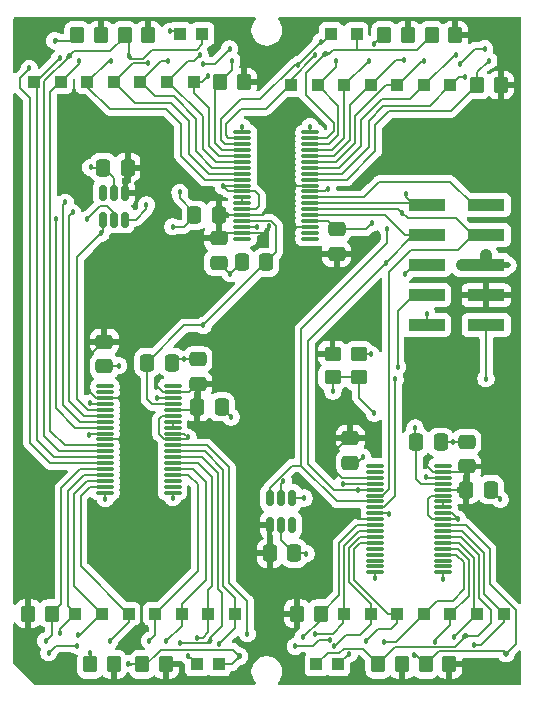
<source format=gbr>
%TF.GenerationSoftware,KiCad,Pcbnew,9.0.0*%
%TF.CreationDate,2025-05-12T15:22:34-04:00*%
%TF.ProjectId,design-files_BM,64657369-676e-42d6-9669-6c65735f424d,rev?*%
%TF.SameCoordinates,Original*%
%TF.FileFunction,Copper,L2,Bot*%
%TF.FilePolarity,Positive*%
%FSLAX46Y46*%
G04 Gerber Fmt 4.6, Leading zero omitted, Abs format (unit mm)*
G04 Created by KiCad (PCBNEW 9.0.0) date 2025-05-12 15:22:34*
%MOMM*%
%LPD*%
G01*
G04 APERTURE LIST*
G04 Aperture macros list*
%AMRoundRect*
0 Rectangle with rounded corners*
0 $1 Rounding radius*
0 $2 $3 $4 $5 $6 $7 $8 $9 X,Y pos of 4 corners*
0 Add a 4 corners polygon primitive as box body*
4,1,4,$2,$3,$4,$5,$6,$7,$8,$9,$2,$3,0*
0 Add four circle primitives for the rounded corners*
1,1,$1+$1,$2,$3*
1,1,$1+$1,$4,$5*
1,1,$1+$1,$6,$7*
1,1,$1+$1,$8,$9*
0 Add four rect primitives between the rounded corners*
20,1,$1+$1,$2,$3,$4,$5,0*
20,1,$1+$1,$4,$5,$6,$7,0*
20,1,$1+$1,$6,$7,$8,$9,0*
20,1,$1+$1,$8,$9,$2,$3,0*%
G04 Aperture macros list end*
%TA.AperFunction,SMDPad,CuDef*%
%ADD10RoundRect,0.250000X0.337500X0.475000X-0.337500X0.475000X-0.337500X-0.475000X0.337500X-0.475000X0*%
%TD*%
%TA.AperFunction,SMDPad,CuDef*%
%ADD11R,1.000000X1.000000*%
%TD*%
%TA.AperFunction,SMDPad,CuDef*%
%ADD12RoundRect,0.250000X0.350000X0.450000X-0.350000X0.450000X-0.350000X-0.450000X0.350000X-0.450000X0*%
%TD*%
%TA.AperFunction,SMDPad,CuDef*%
%ADD13RoundRect,0.250000X-0.475000X0.337500X-0.475000X-0.337500X0.475000X-0.337500X0.475000X0.337500X0*%
%TD*%
%TA.AperFunction,SMDPad,CuDef*%
%ADD14RoundRect,0.250000X-0.337500X-0.475000X0.337500X-0.475000X0.337500X0.475000X-0.337500X0.475000X0*%
%TD*%
%TA.AperFunction,SMDPad,CuDef*%
%ADD15RoundRect,0.075000X0.662500X0.075000X-0.662500X0.075000X-0.662500X-0.075000X0.662500X-0.075000X0*%
%TD*%
%TA.AperFunction,SMDPad,CuDef*%
%ADD16R,3.150000X1.000000*%
%TD*%
%TA.AperFunction,SMDPad,CuDef*%
%ADD17RoundRect,0.250000X0.475000X-0.337500X0.475000X0.337500X-0.475000X0.337500X-0.475000X-0.337500X0*%
%TD*%
%TA.AperFunction,SMDPad,CuDef*%
%ADD18RoundRect,0.250000X0.450000X-0.350000X0.450000X0.350000X-0.450000X0.350000X-0.450000X-0.350000X0*%
%TD*%
%TA.AperFunction,SMDPad,CuDef*%
%ADD19RoundRect,0.150000X0.150000X-0.512500X0.150000X0.512500X-0.150000X0.512500X-0.150000X-0.512500X0*%
%TD*%
%TA.AperFunction,SMDPad,CuDef*%
%ADD20RoundRect,0.250000X-0.350000X-0.450000X0.350000X-0.450000X0.350000X0.450000X-0.350000X0.450000X0*%
%TD*%
%TA.AperFunction,SMDPad,CuDef*%
%ADD21RoundRect,0.250000X-0.450000X0.350000X-0.450000X-0.350000X0.450000X-0.350000X0.450000X0.350000X0*%
%TD*%
%TA.AperFunction,SMDPad,CuDef*%
%ADD22RoundRect,0.075000X-0.662500X-0.075000X0.662500X-0.075000X0.662500X0.075000X-0.662500X0.075000X0*%
%TD*%
%TA.AperFunction,SMDPad,CuDef*%
%ADD23RoundRect,0.150000X-0.150000X0.512500X-0.150000X-0.512500X0.150000X-0.512500X0.150000X0.512500X0*%
%TD*%
%TA.AperFunction,ViaPad*%
%ADD24C,0.457300*%
%TD*%
%TA.AperFunction,ViaPad*%
%ADD25C,0.800000*%
%TD*%
%TA.AperFunction,Conductor*%
%ADD26C,0.127000*%
%TD*%
%TA.AperFunction,Conductor*%
%ADD27C,0.500000*%
%TD*%
%TA.AperFunction,Conductor*%
%ADD28C,1.000000*%
%TD*%
G04 APERTURE END LIST*
D10*
%TO.P,C8,1*%
%TO.N,GND*%
X46795000Y-46490000D03*
%TO.P,C8,2*%
%TO.N,/V_{ref}*%
X44720000Y-46490000D03*
%TD*%
D11*
%TO.P,TP4:4,1,1*%
%TO.N,T4-4*%
X43120000Y-16240000D03*
%TD*%
%TO.P,TP3:6,1,1*%
%TO.N,T3-6*%
X16870000Y-15990000D03*
%TD*%
D10*
%TO.P,C12,1*%
%TO.N,GND*%
X24020000Y-39740000D03*
%TO.P,C12,2*%
%TO.N,/V_{ref}*%
X21945000Y-39740000D03*
%TD*%
D11*
%TO.P,TP4:8,1,1*%
%TO.N,T4-8*%
X34120000Y-16240000D03*
%TD*%
D12*
%TO.P,R11,1*%
%TO.N,+5V*%
X48020000Y-11990000D03*
%TO.P,R11,2*%
%TO.N,/LGAD4*%
X46020000Y-11990000D03*
%TD*%
%TO.P,R5,1*%
%TO.N,+5V*%
X19120000Y-65290000D03*
%TO.P,R5,2*%
%TO.N,/LGAD1*%
X17120000Y-65290000D03*
%TD*%
%TO.P,R6,1*%
%TO.N,+5V*%
X23520000Y-65290000D03*
%TO.P,R6,2*%
%TO.N,/ETROC1*%
X21520000Y-65290000D03*
%TD*%
D11*
%TO.P,TP2:8,1,1*%
%TO.N,T2-8*%
X52120000Y-60990000D03*
%TD*%
%TO.P,L4,1,1*%
%TO.N,/LGAD4*%
X39670000Y-11890000D03*
%TD*%
%TO.P,TP1:7,1,1*%
%TO.N,T1-7*%
X27120000Y-60990000D03*
%TD*%
%TO.P,TP4:3,1,1*%
%TO.N,T4-3*%
X45370000Y-16240000D03*
%TD*%
%TO.P,TP1:2,1,1*%
%TO.N,T1-2*%
X15870000Y-60990000D03*
%TD*%
D13*
%TO.P,C17,1*%
%TO.N,+5V*%
X39140000Y-46122500D03*
%TO.P,C17,2*%
%TO.N,GND*%
X39140000Y-48197500D03*
%TD*%
D11*
%TO.P,TP2:3,1,1*%
%TO.N,T2-3*%
X40870000Y-60990000D03*
%TD*%
%TO.P,TP1:5,1,1*%
%TO.N,T1-5*%
X22620000Y-60990000D03*
%TD*%
%TO.P,TP1:4,1,1*%
%TO.N,T1-4*%
X20370000Y-60990000D03*
%TD*%
D14*
%TO.P,C19,1*%
%TO.N,GND*%
X18202500Y-23220000D03*
%TO.P,C19,2*%
%TO.N,+5V*%
X20277500Y-23220000D03*
%TD*%
D11*
%TO.P,TP3:7,1,1*%
%TO.N,T3-7*%
X14620000Y-15990000D03*
%TD*%
%TO.P,TP2:6,1,1*%
%TO.N,T2-6*%
X47620000Y-60990000D03*
%TD*%
%TO.P,TP4:7,1,1*%
%TO.N,T4-7*%
X36370000Y-16240000D03*
%TD*%
D12*
%TO.P,R9,1*%
%TO.N,+5V*%
X22020000Y-11990000D03*
%TO.P,R9,2*%
%TO.N,/LGAD3*%
X20020000Y-11990000D03*
%TD*%
%TO.P,R15,1*%
%TO.N,T2-1*%
X36620000Y-60990000D03*
%TO.P,R15,2*%
%TO.N,+5V*%
X34620000Y-60990000D03*
%TD*%
D11*
%TO.P,TP4:6,1,1*%
%TO.N,T4-6*%
X38620000Y-16240000D03*
%TD*%
D15*
%TO.P,U8,1,GPIO2/Range*%
%TO.N,unconnected-(U8-GPIO2{slash}Range-Pad1)*%
X24095000Y-41740000D03*
%TO.P,U8,2,GPIO3/~{PD}*%
%TO.N,+5V*%
X24095000Y-42240000D03*
%TO.P,U8,3,REFM*%
%TO.N,GND*%
X24095000Y-42740000D03*
%TO.P,U8,4,REFP*%
%TO.N,/V_{ref}*%
X24095000Y-43240000D03*
%TO.P,U8,5,+VA*%
%TO.N,+5V*%
X24095000Y-43740000D03*
%TO.P,U8,6,AGND*%
%TO.N,GND*%
X24095000Y-44240000D03*
%TO.P,U8,7,MXO7*%
%TO.N,Net-(U8-AINP)*%
X24095000Y-44740000D03*
%TO.P,U8,8,AINP*%
X24095000Y-45240000D03*
%TO.P,U8,9,AINM*%
%TO.N,GND*%
X24095000Y-45740000D03*
%TO.P,U8,10,AGND*%
X24095000Y-46240000D03*
%TO.P,U8,11,CH15*%
%TO.N,/ETROC1*%
X24095000Y-46740000D03*
%TO.P,U8,12,CH14*%
%TO.N,T1-8*%
X24095000Y-47240000D03*
%TO.P,U8,13,CH13*%
%TO.N,/LGAD1*%
X24095000Y-47740000D03*
%TO.P,U8,14,CH12*%
%TO.N,T1-7*%
X24095000Y-48240000D03*
%TO.P,U8,15,CH11*%
%TO.N,T1-6*%
X24095000Y-48740000D03*
%TO.P,U8,16,CH10*%
%TO.N,T1-5*%
X24095000Y-49240000D03*
%TO.P,U8,17,CH9*%
%TO.N,unconnected-(U8-CH9-Pad17)*%
X24095000Y-49740000D03*
%TO.P,U8,18,CH8*%
%TO.N,unconnected-(U8-CH8-Pad18)*%
X24095000Y-50240000D03*
%TO.P,U8,19,AGND*%
%TO.N,GND*%
X24095000Y-50740000D03*
%TO.P,U8,20,AGND*%
X18370000Y-50740000D03*
%TO.P,U8,21,CH7*%
%TO.N,T1-4*%
X18370000Y-50240000D03*
%TO.P,U8,22,CH6*%
%TO.N,T1-3*%
X18370000Y-49740000D03*
%TO.P,U8,23,CH5*%
%TO.N,T1-2*%
X18370000Y-49240000D03*
%TO.P,U8,24,CH4*%
%TO.N,T1-1*%
X18370000Y-48740000D03*
%TO.P,U8,25,CH3*%
%TO.N,/ETROC3*%
X18370000Y-48240000D03*
%TO.P,U8,26,CH2*%
%TO.N,T3-8*%
X18370000Y-47740000D03*
%TO.P,U8,27,CH1*%
%TO.N,/LGAD3*%
X18370000Y-47240000D03*
%TO.P,U8,28,CH0*%
%TO.N,T3-7*%
X18370000Y-46740000D03*
%TO.P,U8,29,+VA*%
%TO.N,+5V*%
X18370000Y-46240000D03*
%TO.P,U8,30,AGND*%
%TO.N,GND*%
X18370000Y-45740000D03*
%TO.P,U8,31,~{CS}*%
%TO.N,/CS_ADC3*%
X18370000Y-45240000D03*
%TO.P,U8,32,SCLK*%
%TO.N,/CLK*%
X18370000Y-44740000D03*
%TO.P,U8,33,SDI*%
%TO.N,/DIN*%
X18370000Y-44240000D03*
%TO.P,U8,34,SDO*%
%TO.N,/DOUT*%
X18370000Y-43740000D03*
%TO.P,U8,35,BDGND*%
%TO.N,GND*%
X18370000Y-43240000D03*
%TO.P,U8,36,+VBD*%
%TO.N,+5V*%
X18370000Y-42740000D03*
%TO.P,U8,37,GPIO0*%
%TO.N,unconnected-(U8-GPIO0-Pad37)*%
X18370000Y-42240000D03*
%TO.P,U8,38,GPIO1*%
%TO.N,unconnected-(U8-GPIO1-Pad38)*%
X18370000Y-41740000D03*
%TD*%
D16*
%TO.P,J2,1,Pin_1*%
%TO.N,/CS_ADC3*%
X45595000Y-36570000D03*
%TO.P,J2,2,Pin_2*%
%TO.N,/CS_ADC2*%
X50645000Y-36570000D03*
%TO.P,J2,3,Pin_3*%
%TO.N,/CS_T1*%
X45595000Y-34030000D03*
%TO.P,J2,4,Pin_4*%
%TO.N,+5V*%
X50645000Y-34030000D03*
%TO.P,J2,5,Pin_5*%
%TO.N,/CS_T2*%
X45595000Y-31490000D03*
%TO.P,J2,6,Pin_6*%
%TO.N,GND*%
X50645000Y-31490000D03*
%TO.P,J2,7,Pin_7*%
%TO.N,/DOUT*%
X45595000Y-28950000D03*
%TO.P,J2,8,Pin_8*%
%TO.N,/DIN*%
X50645000Y-28950000D03*
%TO.P,J2,9,Pin_9*%
%TO.N,/CLK*%
X45595000Y-26410000D03*
%TO.P,J2,10,Pin_10*%
%TO.N,/CS_ADC1*%
X50645000Y-26410000D03*
%TD*%
D11*
%TO.P,E2,1,1*%
%TO.N,/ETROC2*%
X38120000Y-65290000D03*
%TD*%
D17*
%TO.P,C15,1*%
%TO.N,+5V*%
X49007500Y-48527500D03*
%TO.P,C15,2*%
%TO.N,GND*%
X49007500Y-46452500D03*
%TD*%
D10*
%TO.P,C9,1*%
%TO.N,+5V*%
X28020000Y-27240000D03*
%TO.P,C9,2*%
%TO.N,GND*%
X25945000Y-27240000D03*
%TD*%
D11*
%TO.P,TP1:3,1,1*%
%TO.N,T1-3*%
X18120000Y-60990000D03*
%TD*%
D17*
%TO.P,C13,1*%
%TO.N,+5V*%
X26232500Y-41527500D03*
%TO.P,C13,2*%
%TO.N,GND*%
X26232500Y-39452500D03*
%TD*%
D12*
%TO.P,R16,1*%
%TO.N,T1-1*%
X13870000Y-60990000D03*
%TO.P,R16,2*%
%TO.N,+5V*%
X11870000Y-60990000D03*
%TD*%
D11*
%TO.P,TP2:4,1,1*%
%TO.N,T2-4*%
X43120000Y-60990000D03*
%TD*%
%TO.P,TP3:5,1,1*%
%TO.N,T3-5*%
X19120000Y-15990000D03*
%TD*%
%TO.P,TP3:2,1,1*%
%TO.N,T3-2*%
X25870000Y-15990000D03*
%TD*%
%TO.P,TP2:7,1,1*%
%TO.N,T2-7*%
X49870000Y-60990000D03*
%TD*%
D17*
%TO.P,C11,1*%
%TO.N,+5V*%
X37982500Y-30527500D03*
%TO.P,C11,2*%
%TO.N,GND*%
X37982500Y-28452500D03*
%TD*%
D11*
%TO.P,L1,1,1*%
%TO.N,/LGAD1*%
X26170000Y-65290000D03*
%TD*%
%TO.P,TP4:5,1,1*%
%TO.N,T4-5*%
X40870000Y-16240000D03*
%TD*%
D18*
%TO.P,R4,1*%
%TO.N,/V_{ref}*%
X39870000Y-40990000D03*
%TO.P,R4,2*%
%TO.N,GND*%
X39870000Y-38990000D03*
%TD*%
D11*
%TO.P,E1,1,1*%
%TO.N,/ETROC1*%
X28020000Y-65290000D03*
%TD*%
D19*
%TO.P,U7,1,NC*%
%TO.N,unconnected-(U7-NC-Pad1)*%
X34220000Y-53480000D03*
%TO.P,U7,2,GND*%
%TO.N,GND*%
X33270000Y-53480000D03*
%TO.P,U7,3,V+*%
%TO.N,+5V*%
X32320000Y-53480000D03*
%TO.P,U7,4,SCLK*%
%TO.N,/CLK*%
X32320000Y-51205000D03*
%TO.P,U7,5,~{CS}*%
%TO.N,/CS_T1*%
X33270000Y-51205000D03*
%TO.P,U7,6,SO*%
%TO.N,/DOUT*%
X34220000Y-51205000D03*
%TD*%
D14*
%TO.P,C16,1*%
%TO.N,+5V*%
X48970000Y-50490000D03*
%TO.P,C16,2*%
%TO.N,GND*%
X51045000Y-50490000D03*
%TD*%
D20*
%TO.P,R14,1*%
%TO.N,T3-1*%
X28120000Y-15990000D03*
%TO.P,R14,2*%
%TO.N,+5V*%
X30120000Y-15990000D03*
%TD*%
D15*
%TO.P,U6,1,GPIO2/Range*%
%TO.N,unconnected-(U6-GPIO2{slash}Range-Pad1)*%
X46982500Y-48490000D03*
%TO.P,U6,2,GPIO3/~{PD}*%
%TO.N,+5V*%
X46982500Y-48990000D03*
%TO.P,U6,3,REFM*%
%TO.N,GND*%
X46982500Y-49490000D03*
%TO.P,U6,4,REFP*%
%TO.N,/V_{ref}*%
X46982500Y-49990000D03*
%TO.P,U6,5,+VA*%
%TO.N,+5V*%
X46982500Y-50490000D03*
%TO.P,U6,6,AGND*%
%TO.N,GND*%
X46982500Y-50990000D03*
%TO.P,U6,7,MXO7*%
%TO.N,Net-(U6-AINP)*%
X46982500Y-51490000D03*
%TO.P,U6,8,AINP*%
X46982500Y-51990000D03*
%TO.P,U6,9,AINM*%
%TO.N,GND*%
X46982500Y-52490000D03*
%TO.P,U6,10,AGND*%
X46982500Y-52990000D03*
%TO.P,U6,11,CH15*%
%TO.N,/ETROC2*%
X46982500Y-53490000D03*
%TO.P,U6,12,CH14*%
%TO.N,T2-8*%
X46982500Y-53990000D03*
%TO.P,U6,13,CH13*%
%TO.N,/LGAD2*%
X46982500Y-54490000D03*
%TO.P,U6,14,CH12*%
%TO.N,T2-7*%
X46982500Y-54990000D03*
%TO.P,U6,15,CH11*%
%TO.N,T2-6*%
X46982500Y-55490000D03*
%TO.P,U6,16,CH10*%
%TO.N,T2-5*%
X46982500Y-55990000D03*
%TO.P,U6,17,CH9*%
%TO.N,unconnected-(U6-CH9-Pad17)*%
X46982500Y-56490000D03*
%TO.P,U6,18,CH8*%
%TO.N,unconnected-(U6-CH8-Pad18)*%
X46982500Y-56990000D03*
%TO.P,U6,19,AGND*%
%TO.N,GND*%
X46982500Y-57490000D03*
%TO.P,U6,20,AGND*%
X41257500Y-57490000D03*
%TO.P,U6,21,CH7*%
%TO.N,unconnected-(U6-CH7-Pad21)*%
X41257500Y-56990000D03*
%TO.P,U6,22,CH6*%
%TO.N,unconnected-(U6-CH6-Pad22)*%
X41257500Y-56490000D03*
%TO.P,U6,23,CH5*%
%TO.N,unconnected-(U6-CH5-Pad23)*%
X41257500Y-55990000D03*
%TO.P,U6,24,CH4*%
%TO.N,unconnected-(U6-CH4-Pad24)*%
X41257500Y-55490000D03*
%TO.P,U6,25,CH3*%
%TO.N,T2-4*%
X41257500Y-54990000D03*
%TO.P,U6,26,CH2*%
%TO.N,T2-3*%
X41257500Y-54490000D03*
%TO.P,U6,27,CH1*%
%TO.N,T2-2*%
X41257500Y-53990000D03*
%TO.P,U6,28,CH0*%
%TO.N,T2-1*%
X41257500Y-53490000D03*
%TO.P,U6,29,+VA*%
%TO.N,+5V*%
X41257500Y-52990000D03*
%TO.P,U6,30,AGND*%
%TO.N,GND*%
X41257500Y-52490000D03*
%TO.P,U6,31,~{CS}*%
%TO.N,/CS_ADC2*%
X41257500Y-51990000D03*
%TO.P,U6,32,SCLK*%
%TO.N,/CLK*%
X41257500Y-51490000D03*
%TO.P,U6,33,SDI*%
%TO.N,/DIN*%
X41257500Y-50990000D03*
%TO.P,U6,34,SDO*%
%TO.N,/DOUT*%
X41257500Y-50490000D03*
%TO.P,U6,35,BDGND*%
%TO.N,GND*%
X41257500Y-49990000D03*
%TO.P,U6,36,+VBD*%
%TO.N,+5V*%
X41257500Y-49490000D03*
%TO.P,U6,37,GPIO0*%
%TO.N,unconnected-(U6-GPIO0-Pad37)*%
X41257500Y-48990000D03*
%TO.P,U6,38,GPIO1*%
%TO.N,unconnected-(U6-GPIO1-Pad38)*%
X41257500Y-48490000D03*
%TD*%
D10*
%TO.P,C6,1*%
%TO.N,GND*%
X34395000Y-55882500D03*
%TO.P,C6,2*%
%TO.N,+5V*%
X32320000Y-55882500D03*
%TD*%
D11*
%TO.P,L3,1,1*%
%TO.N,/LGAD3*%
X26620000Y-11890000D03*
%TD*%
D20*
%TO.P,R13,1*%
%TO.N,T4-1*%
X49870000Y-16240000D03*
%TO.P,R13,2*%
%TO.N,+5V*%
X51870000Y-16240000D03*
%TD*%
D11*
%TO.P,TP4:2,1,1*%
%TO.N,T4-2*%
X47620000Y-16240000D03*
%TD*%
D13*
%TO.P,C18,1*%
%TO.N,+5V*%
X18310000Y-37952500D03*
%TO.P,C18,2*%
%TO.N,GND*%
X18310000Y-40027500D03*
%TD*%
D11*
%TO.P,TP1:8,1,1*%
%TO.N,T1-8*%
X29370000Y-60990000D03*
%TD*%
%TO.P,TP3:3,1,1*%
%TO.N,T3-3*%
X23620000Y-15990000D03*
%TD*%
D12*
%TO.P,R10,1*%
%TO.N,+5V*%
X18020000Y-11990000D03*
%TO.P,R10,2*%
%TO.N,/ETROC3*%
X16020000Y-11990000D03*
%TD*%
D11*
%TO.P,TP1:6,1,1*%
%TO.N,T1-6*%
X24870000Y-60990000D03*
%TD*%
D14*
%TO.P,C14,1*%
%TO.N,+5V*%
X26195000Y-43490000D03*
%TO.P,C14,2*%
%TO.N,GND*%
X28270000Y-43490000D03*
%TD*%
D12*
%TO.P,R12,1*%
%TO.N,+5V*%
X44020000Y-11990000D03*
%TO.P,R12,2*%
%TO.N,/ETROC4*%
X42020000Y-11990000D03*
%TD*%
%TO.P,R8,1*%
%TO.N,+5V*%
X47520000Y-65290000D03*
%TO.P,R8,2*%
%TO.N,/ETROC2*%
X45520000Y-65290000D03*
%TD*%
D11*
%TO.P,L2,1,1*%
%TO.N,/LGAD2*%
X36270000Y-65290000D03*
%TD*%
%TO.P,E3,1,1*%
%TO.N,/ETROC3*%
X24720000Y-11890000D03*
%TD*%
%TO.P,E4,1,1*%
%TO.N,/ETROC4*%
X37520000Y-11890000D03*
%TD*%
%TO.P,TP3:4,1,1*%
%TO.N,T3-4*%
X21370000Y-15990000D03*
%TD*%
%TO.P,TP2:5,1,1*%
%TO.N,T2-5*%
X45370000Y-60990000D03*
%TD*%
D21*
%TO.P,R3,1*%
%TO.N,+5V*%
X37630000Y-38970000D03*
%TO.P,R3,2*%
%TO.N,/V_{ref}*%
X37630000Y-40970000D03*
%TD*%
D22*
%TO.P,U9,1,GPIO2/Range*%
%TO.N,unconnected-(U9-GPIO2{slash}Range-Pad1)*%
X30007500Y-29240000D03*
%TO.P,U9,2,GPIO3/~{PD}*%
%TO.N,+5V*%
X30007500Y-28740000D03*
%TO.P,U9,3,REFM*%
%TO.N,GND*%
X30007500Y-28240000D03*
%TO.P,U9,4,REFP*%
%TO.N,/V_{ref}*%
X30007500Y-27740000D03*
%TO.P,U9,5,+VA*%
%TO.N,+5V*%
X30007500Y-27240000D03*
%TO.P,U9,6,AGND*%
%TO.N,GND*%
X30007500Y-26740000D03*
%TO.P,U9,7,MXO7*%
%TO.N,Net-(U9-AINP)*%
X30007500Y-26240000D03*
%TO.P,U9,8,AINP*%
X30007500Y-25740000D03*
%TO.P,U9,9,AINM*%
%TO.N,GND*%
X30007500Y-25240000D03*
%TO.P,U9,10,AGND*%
X30007500Y-24740000D03*
%TO.P,U9,11,CH15*%
%TO.N,T3-6*%
X30007500Y-24240000D03*
%TO.P,U9,12,CH14*%
%TO.N,T3-5*%
X30007500Y-23740000D03*
%TO.P,U9,13,CH13*%
%TO.N,T3-4*%
X30007500Y-23240000D03*
%TO.P,U9,14,CH12*%
%TO.N,T3-3*%
X30007500Y-22740000D03*
%TO.P,U9,15,CH11*%
%TO.N,T3-2*%
X30007500Y-22240000D03*
%TO.P,U9,16,CH10*%
%TO.N,T3-1*%
X30007500Y-21740000D03*
%TO.P,U9,17,CH9*%
%TO.N,/ETROC4*%
X30007500Y-21240000D03*
%TO.P,U9,18,CH8*%
%TO.N,T4-8*%
X30007500Y-20740000D03*
%TO.P,U9,19,AGND*%
%TO.N,GND*%
X30007500Y-20240000D03*
%TO.P,U9,20,AGND*%
X35732500Y-20240000D03*
%TO.P,U9,21,CH7*%
%TO.N,/LGAD4*%
X35732500Y-20740000D03*
%TO.P,U9,22,CH6*%
%TO.N,T4-7*%
X35732500Y-21240000D03*
%TO.P,U9,23,CH5*%
%TO.N,T4-6*%
X35732500Y-21740000D03*
%TO.P,U9,24,CH4*%
%TO.N,T4-5*%
X35732500Y-22240000D03*
%TO.P,U9,25,CH3*%
%TO.N,T4-4*%
X35732500Y-22740000D03*
%TO.P,U9,26,CH2*%
%TO.N,T4-3*%
X35732500Y-23240000D03*
%TO.P,U9,27,CH1*%
%TO.N,T4-2*%
X35732500Y-23740000D03*
%TO.P,U9,28,CH0*%
%TO.N,T4-1*%
X35732500Y-24240000D03*
%TO.P,U9,29,+VA*%
%TO.N,+5V*%
X35732500Y-24740000D03*
%TO.P,U9,30,AGND*%
%TO.N,GND*%
X35732500Y-25240000D03*
%TO.P,U9,31,~{CS}*%
%TO.N,/CS_ADC1*%
X35732500Y-25740000D03*
%TO.P,U9,32,SCLK*%
%TO.N,/CLK*%
X35732500Y-26240000D03*
%TO.P,U9,33,SDI*%
%TO.N,/DIN*%
X35732500Y-26740000D03*
%TO.P,U9,34,SDO*%
%TO.N,/DOUT*%
X35732500Y-27240000D03*
%TO.P,U9,35,BDGND*%
%TO.N,GND*%
X35732500Y-27740000D03*
%TO.P,U9,36,+VBD*%
%TO.N,+5V*%
X35732500Y-28240000D03*
%TO.P,U9,37,GPIO0*%
%TO.N,unconnected-(U9-GPIO0-Pad37)*%
X35732500Y-28740000D03*
%TO.P,U9,38,GPIO1*%
%TO.N,unconnected-(U9-GPIO1-Pad38)*%
X35732500Y-29240000D03*
%TD*%
D11*
%TO.P,TP2:2,1,1*%
%TO.N,T2-2*%
X38620000Y-60990000D03*
%TD*%
D23*
%TO.P,U10,1,NC*%
%TO.N,unconnected-(U10-NC-Pad1)*%
X18170000Y-25352500D03*
%TO.P,U10,2,GND*%
%TO.N,GND*%
X19120000Y-25352500D03*
%TO.P,U10,3,V+*%
%TO.N,+5V*%
X20070000Y-25352500D03*
%TO.P,U10,4,SCLK*%
%TO.N,/CLK*%
X20070000Y-27627500D03*
%TO.P,U10,5,~{CS}*%
%TO.N,/CS_T2*%
X19120000Y-27627500D03*
%TO.P,U10,6,SO*%
%TO.N,/DOUT*%
X18170000Y-27627500D03*
%TD*%
D14*
%TO.P,C7,1*%
%TO.N,GND*%
X29945000Y-31240000D03*
%TO.P,C7,2*%
%TO.N,/V_{ref}*%
X32020000Y-31240000D03*
%TD*%
D11*
%TO.P,TP3:8,1,1*%
%TO.N,T3-8*%
X12370000Y-15990000D03*
%TD*%
D13*
%TO.P,C10,1*%
%TO.N,+5V*%
X27982500Y-29202500D03*
%TO.P,C10,2*%
%TO.N,GND*%
X27982500Y-31277500D03*
%TD*%
D12*
%TO.P,R7,1*%
%TO.N,+5V*%
X43520000Y-65290000D03*
%TO.P,R7,2*%
%TO.N,/LGAD2*%
X41520000Y-65290000D03*
%TD*%
D24*
%TO.N,/ETROC3*%
X23840000Y-11690000D03*
X11950000Y-14830000D03*
X14100000Y-12470000D03*
%TO.N,/LGAD4*%
X36990000Y-13570000D03*
%TO.N,/LGAD2*%
X48860000Y-62850000D03*
%TO.N,/ETROC2*%
X52320000Y-64390000D03*
X39050000Y-64390000D03*
X44520000Y-64490000D03*
%TO.N,/ETROC4*%
X36640000Y-12570000D03*
X41120000Y-12730000D03*
X34711000Y-14499000D03*
%TO.N,/CS_T1*%
X33470000Y-49800000D03*
X43140000Y-40090000D03*
%TO.N,/LGAD3*%
X20390000Y-13810000D03*
X15310000Y-13790000D03*
%TO.N,/LGAD1*%
X17070000Y-64310000D03*
X25420000Y-64560000D03*
X24700000Y-63500000D03*
X27290000Y-63320000D03*
%TO.N,/ETROC1*%
X20320000Y-65210000D03*
X30420000Y-62680000D03*
X29770000Y-64590000D03*
%TO.N,/DIN*%
X43540000Y-27070000D03*
X15620000Y-27020000D03*
%TO.N,/CS_T2*%
X16830000Y-27610000D03*
X43730000Y-32220000D03*
%TO.N,+5V*%
X22670000Y-41500000D03*
X19670000Y-42740000D03*
X34330000Y-28240000D03*
X32250000Y-28200000D03*
D25*
X33490000Y-44220000D03*
X36800000Y-44250000D03*
D24*
X45540000Y-48270000D03*
X38035000Y-47065000D03*
%TO.N,/DOUT*%
X18020000Y-28800000D03*
X42140000Y-31290000D03*
X39760000Y-50490000D03*
X35230000Y-51200000D03*
%TO.N,/V_{ref}*%
X37670000Y-42150000D03*
X44620000Y-45280000D03*
X26670000Y-36590000D03*
X41170000Y-44010000D03*
%TO.N,/CLK*%
X43820000Y-25440000D03*
X21860000Y-26380000D03*
X15000000Y-26160000D03*
X42270000Y-28380000D03*
%TO.N,/CS_ADC2*%
X42920000Y-41160000D03*
X50620000Y-41090000D03*
%TO.N,/CS_ADC3*%
X45600000Y-35580000D03*
X14230000Y-27590000D03*
%TO.N,T1-7*%
X26170000Y-63040000D03*
%TO.N,GND*%
X48230000Y-52970000D03*
X52460000Y-31490000D03*
X51820000Y-51300000D03*
X47790000Y-46480000D03*
X22810000Y-42750000D03*
X25030000Y-39452500D03*
X38480000Y-50000000D03*
X35400000Y-55910000D03*
X40960000Y-27930000D03*
D25*
X48580000Y-31480000D03*
D24*
X26640000Y-14430000D03*
X31200000Y-28240000D03*
X17150000Y-23200000D03*
X34470000Y-63750000D03*
X42450000Y-52520000D03*
X50510000Y-13150000D03*
X46980000Y-58060000D03*
X18390000Y-51260000D03*
X40930000Y-39040000D03*
X13610000Y-64300000D03*
X48420000Y-14430000D03*
X17100000Y-43140000D03*
X40200000Y-47730000D03*
X28360000Y-24780000D03*
X24700000Y-25320000D03*
X24110000Y-51170000D03*
X28920000Y-13180000D03*
X30000000Y-19780000D03*
X28972500Y-32212500D03*
X45580000Y-49430000D03*
X35730000Y-19760000D03*
X19540000Y-40000000D03*
X37220000Y-25010000D03*
D25*
X50640000Y-30520000D03*
D24*
X24120000Y-28240000D03*
X16980000Y-45890000D03*
X29050000Y-44340000D03*
X41260000Y-58010000D03*
X16010000Y-63700000D03*
X25390000Y-46070000D03*
X37390000Y-63210000D03*
%TO.N,T1-5*%
X22110000Y-63270000D03*
%TO.N,T1-4*%
X18770000Y-63320000D03*
%TO.N,T1-3*%
X16090000Y-62800000D03*
%TO.N,T1-2*%
X14570000Y-62650000D03*
%TO.N,T1-8*%
X28020000Y-63580000D03*
%TO.N,T1-1*%
X13350000Y-63290000D03*
%TO.N,T1-6*%
X23560000Y-63310000D03*
%TO.N,T2-3*%
X37780000Y-63720000D03*
%TO.N,T2-2*%
X36190000Y-62720000D03*
%TO.N,T2-4*%
X40440000Y-63330000D03*
%TO.N,T2-7*%
X47910000Y-63000000D03*
%TO.N,T2-1*%
X35140000Y-62970000D03*
%TO.N,T2-8*%
X49640000Y-63610000D03*
%TO.N,T2-6*%
X46290000Y-63360000D03*
%TO.N,T2-5*%
X42020000Y-63370000D03*
%TO.N,T3-3*%
X26410000Y-13700000D03*
%TO.N,T3-2*%
X27080000Y-15500000D03*
%TO.N,T3-4*%
X23740000Y-14220000D03*
%TO.N,T3-7*%
X16190000Y-14180000D03*
%TO.N,T3-6*%
X18850000Y-14190000D03*
%TO.N,T3-1*%
X29110000Y-14190000D03*
%TO.N,T3-5*%
X22010000Y-14380000D03*
%TO.N,T3-8*%
X14520000Y-13980000D03*
%TO.N,T4-1*%
X50870000Y-14170000D03*
%TO.N,T4-4*%
X45360000Y-14170000D03*
%TO.N,T4-3*%
X48090000Y-13650000D03*
%TO.N,T4-5*%
X43650000Y-14140000D03*
%TO.N,T4-7*%
X37890000Y-14190000D03*
%TO.N,T4-8*%
X36190000Y-13710000D03*
%TO.N,T4-6*%
X40680000Y-14160000D03*
%TO.N,T4-2*%
X48810000Y-15530000D03*
%TD*%
D26*
%TO.N,/ETROC3*%
X11170000Y-16480000D02*
X11170000Y-15650000D01*
X11170000Y-15650000D02*
X11950000Y-14870000D01*
X24720000Y-11690000D02*
X23840000Y-11690000D01*
X11950000Y-14870000D02*
X11950000Y-14830000D01*
X12030000Y-17340000D02*
X11170000Y-16480000D01*
X15540000Y-12470000D02*
X16020000Y-11990000D01*
X13730000Y-48240000D02*
X12030000Y-46540000D01*
X18370000Y-48240000D02*
X13730000Y-48240000D01*
X14100000Y-12470000D02*
X15540000Y-12470000D01*
X12030000Y-46540000D02*
X12030000Y-17340000D01*
%TO.N,/LGAD4*%
X37150000Y-20740000D02*
X35732500Y-20740000D01*
X39670000Y-11690000D02*
X39670000Y-13240000D01*
X45866000Y-12144000D02*
X45866000Y-12154000D01*
X37330000Y-13570000D02*
X37640000Y-13260000D01*
X37740000Y-20150000D02*
X37150000Y-20740000D01*
X37640000Y-13260000D02*
X39650000Y-13260000D01*
X46020000Y-11990000D02*
X45866000Y-12144000D01*
X39670000Y-13240000D02*
X39650000Y-13260000D01*
X44760000Y-13260000D02*
X39650000Y-13260000D01*
X45866000Y-12154000D02*
X44760000Y-13260000D01*
X37740000Y-19440000D02*
X37740000Y-20150000D01*
X39630000Y-11690000D02*
X39670000Y-11690000D01*
X36990000Y-13570000D02*
X35380000Y-15180000D01*
X35380000Y-15180000D02*
X35380000Y-17080000D01*
X35380000Y-17080000D02*
X37740000Y-19440000D01*
X36990000Y-13570000D02*
X37330000Y-13570000D01*
%TO.N,/LGAD2*%
X47980000Y-63840000D02*
X48860000Y-62960000D01*
X50010000Y-59680000D02*
X50010000Y-56000000D01*
X51020000Y-60690000D02*
X50010000Y-59680000D01*
X50010000Y-56000000D02*
X48500000Y-54490000D01*
X38580000Y-63940000D02*
X40170000Y-63940000D01*
X36270000Y-65290000D02*
X37240000Y-64320000D01*
X48860000Y-62850000D02*
X49950000Y-62850000D01*
X49950000Y-62850000D02*
X51020000Y-61780000D01*
X38200000Y-64320000D02*
X38580000Y-63940000D01*
X41380000Y-65350000D02*
X42890000Y-63840000D01*
X40170000Y-63940000D02*
X41520000Y-65290000D01*
X37240000Y-64320000D02*
X38200000Y-64320000D01*
X51020000Y-61780000D02*
X51020000Y-60690000D01*
X48500000Y-54490000D02*
X46982500Y-54490000D01*
X42890000Y-63840000D02*
X47980000Y-63840000D01*
X48860000Y-62960000D02*
X48860000Y-62850000D01*
%TO.N,/ETROC2*%
X52320000Y-64390000D02*
X53130000Y-63580000D01*
X53130000Y-63580000D02*
X53130000Y-60671000D01*
X44720000Y-64490000D02*
X44520000Y-64490000D01*
X50940000Y-55520000D02*
X48910000Y-53490000D01*
X48910000Y-53490000D02*
X46982500Y-53490000D01*
X50940000Y-58481000D02*
X50940000Y-55520000D01*
X52320000Y-64390000D02*
X52110000Y-64180000D01*
X52110000Y-64180000D02*
X46630000Y-64180000D01*
X38120000Y-65290000D02*
X39020000Y-64390000D01*
X53130000Y-60671000D02*
X50940000Y-58481000D01*
X46630000Y-64180000D02*
X45520000Y-65290000D01*
X45520000Y-65290000D02*
X44720000Y-64490000D01*
X39020000Y-64390000D02*
X39050000Y-64390000D01*
%TO.N,/ETROC4*%
X29870000Y-17440000D02*
X28190000Y-19120000D01*
X31510000Y-17440000D02*
X29870000Y-17440000D01*
X36840000Y-12570000D02*
X37520000Y-11890000D01*
X28190000Y-20860000D02*
X28570000Y-21240000D01*
X28190000Y-19120000D02*
X28190000Y-20860000D01*
X41860000Y-11990000D02*
X41120000Y-12730000D01*
X34451000Y-14499000D02*
X31510000Y-17440000D01*
X42020000Y-11990000D02*
X41860000Y-11990000D01*
X28570000Y-21240000D02*
X30007500Y-21240000D01*
X36640000Y-12570000D02*
X36840000Y-12570000D01*
X34711000Y-14499000D02*
X36640000Y-12570000D01*
X34711000Y-14499000D02*
X34451000Y-14499000D01*
%TO.N,/CS_T1*%
X43140000Y-40090000D02*
X43140000Y-35400000D01*
X33270000Y-51205000D02*
X33270000Y-50000000D01*
X33270000Y-50000000D02*
X33470000Y-49800000D01*
X44510000Y-34030000D02*
X45595000Y-34030000D01*
X43140000Y-35400000D02*
X44510000Y-34030000D01*
%TO.N,/LGAD3*%
X20020000Y-12190000D02*
X18820000Y-13390000D01*
X15310000Y-13790000D02*
X15310000Y-13820000D01*
X15710000Y-13390000D02*
X15310000Y-13790000D01*
X13240000Y-15890000D02*
X13240000Y-45980000D01*
X20630000Y-14050000D02*
X21560000Y-14050000D01*
X15310000Y-13820000D02*
X13240000Y-15890000D01*
X20020000Y-12090000D02*
X20020000Y-12190000D01*
X20390000Y-12460000D02*
X20390000Y-13810000D01*
X21560000Y-14050000D02*
X22370000Y-13240000D01*
X14500000Y-47240000D02*
X18370000Y-47240000D01*
X20020000Y-12090000D02*
X20390000Y-12460000D01*
X18820000Y-13390000D02*
X15710000Y-13390000D01*
X13240000Y-45980000D02*
X14500000Y-47240000D01*
X26120000Y-13240000D02*
X26620000Y-12740000D01*
X22370000Y-13240000D02*
X26120000Y-13240000D01*
X26620000Y-12740000D02*
X26620000Y-11690000D01*
X20390000Y-13810000D02*
X20630000Y-14050000D01*
%TO.N,/LGAD1*%
X27290000Y-63020000D02*
X28240000Y-62070000D01*
X26580000Y-47740000D02*
X24095000Y-47740000D01*
X24700000Y-63500000D02*
X27110000Y-63500000D01*
X27110000Y-63500000D02*
X27290000Y-63320000D01*
X27290000Y-63320000D02*
X27290000Y-63020000D01*
X17120000Y-64360000D02*
X17120000Y-64940000D01*
X17070000Y-64310000D02*
X17120000Y-64360000D01*
X28240000Y-62070000D02*
X28240000Y-59230000D01*
X17120000Y-64940000D02*
X16770000Y-65290000D01*
X25620000Y-64740000D02*
X26170000Y-65290000D01*
X27900000Y-49060000D02*
X26580000Y-47740000D01*
X28240000Y-59230000D02*
X27900000Y-58890000D01*
X25420000Y-64560000D02*
X25600000Y-64740000D01*
X25600000Y-64740000D02*
X25620000Y-64740000D01*
X27900000Y-58890000D02*
X27900000Y-49060000D01*
%TO.N,/ETROC1*%
X27000000Y-46740000D02*
X24095000Y-46740000D01*
X30420000Y-62680000D02*
X30420000Y-59960000D01*
X29210000Y-64030000D02*
X23080000Y-64030000D01*
X30420000Y-59960000D02*
X28870000Y-58410000D01*
X29770000Y-64590000D02*
X29210000Y-64030000D01*
X29090000Y-65290000D02*
X29090000Y-65270000D01*
X29090000Y-65290000D02*
X28020000Y-65290000D01*
X23080000Y-64030000D02*
X21520000Y-65590000D01*
X29090000Y-65270000D02*
X29770000Y-64590000D01*
X20400000Y-65290000D02*
X20320000Y-65210000D01*
X21520000Y-65290000D02*
X20400000Y-65290000D01*
X28870000Y-58410000D02*
X28870000Y-48610000D01*
X28870000Y-48610000D02*
X27000000Y-46740000D01*
%TO.N,Net-(U6-AINP)*%
X46982500Y-51490000D02*
X46982500Y-51990000D01*
%TO.N,Net-(U8-AINP)*%
X24095000Y-44740000D02*
X24095000Y-45240000D01*
%TO.N,Net-(U9-AINP)*%
X30007500Y-25740000D02*
X30007500Y-26240000D01*
%TO.N,/DIN*%
X41257500Y-50990000D02*
X41835784Y-50990000D01*
X42420000Y-50405784D02*
X42420000Y-32040000D01*
X41835784Y-50990000D02*
X42420000Y-50405784D01*
X43990000Y-27520000D02*
X48120000Y-27520000D01*
X43540000Y-27070000D02*
X43990000Y-27520000D01*
X49560000Y-28950000D02*
X50645000Y-28950000D01*
X48290000Y-30220000D02*
X49560000Y-28950000D01*
X15620000Y-27020000D02*
X15360000Y-27280000D01*
X15360000Y-27280000D02*
X15360000Y-42985890D01*
X16614110Y-44240000D02*
X18370000Y-44240000D01*
X49550000Y-28950000D02*
X50645000Y-28950000D01*
X42420000Y-32040000D02*
X44240000Y-30220000D01*
X48120000Y-27520000D02*
X49550000Y-28950000D01*
X44240000Y-30220000D02*
X48290000Y-30220000D01*
X43540000Y-27070000D02*
X43210000Y-26740000D01*
X43210000Y-26740000D02*
X35732500Y-26740000D01*
X15360000Y-42985890D02*
X16614110Y-44240000D01*
%TO.N,/CS_T2*%
X44460000Y-31490000D02*
X45595000Y-31490000D01*
X16830000Y-27570000D02*
X17930000Y-26470000D01*
X17930000Y-26470000D02*
X18560000Y-26470000D01*
X18560000Y-26470000D02*
X19120000Y-27030000D01*
X16830000Y-27610000D02*
X16830000Y-27570000D01*
X43730000Y-32220000D02*
X44460000Y-31490000D01*
X19120000Y-27030000D02*
X19120000Y-27627500D01*
%TO.N,+5V*%
X48970000Y-50420000D02*
X49007500Y-50382500D01*
X19670000Y-42740000D02*
X19680000Y-42750000D01*
X32250000Y-28200000D02*
X32250000Y-28480000D01*
X24095000Y-43740000D02*
X25945000Y-43740000D01*
X31740000Y-27240000D02*
X31960000Y-27020000D01*
X46982500Y-48990000D02*
X48545000Y-48990000D01*
X31990000Y-28740000D02*
X30007500Y-28740000D01*
X16840000Y-41947499D02*
X16840000Y-39340000D01*
X46130000Y-48970000D02*
X46962500Y-48970000D01*
X49007500Y-50382500D02*
X49007500Y-48527500D01*
X26232500Y-41527500D02*
X26232500Y-43452500D01*
X38035000Y-47065000D02*
X38977500Y-46122500D01*
X28445000Y-28740000D02*
X30007500Y-28740000D01*
X28020000Y-27240000D02*
X30007500Y-27240000D01*
X41257500Y-52990000D02*
X39780000Y-52990000D01*
X38440000Y-49490000D02*
X37580000Y-48630000D01*
X37580000Y-47520000D02*
X38035000Y-47065000D01*
X45540000Y-48270000D02*
X45540000Y-48380000D01*
X18227500Y-37952500D02*
X18310000Y-37952500D01*
X31520000Y-27240000D02*
X31740000Y-27240000D01*
X35732500Y-24740000D02*
X34370000Y-24740000D01*
X46962500Y-48970000D02*
X46982500Y-48990000D01*
X18370000Y-46240000D02*
X19900000Y-46240000D01*
X41257500Y-49490000D02*
X38440000Y-49490000D01*
X25945000Y-43740000D02*
X26195000Y-43490000D01*
X27982500Y-29202500D02*
X28445000Y-28740000D01*
X39780000Y-52990000D02*
X39560000Y-52770000D01*
X22670000Y-41500000D02*
X22670000Y-41630000D01*
X32250000Y-28480000D02*
X31990000Y-28740000D01*
X18370000Y-42740000D02*
X17632501Y-42740000D01*
X22670000Y-41630000D02*
X23280000Y-42240000D01*
X17632501Y-42740000D02*
X16840000Y-41947499D01*
X45540000Y-48380000D02*
X46130000Y-48970000D01*
X16840000Y-39340000D02*
X18227500Y-37952500D01*
X38977500Y-46122500D02*
X39140000Y-46122500D01*
X18370000Y-42740000D02*
X19670000Y-42740000D01*
X24095000Y-42240000D02*
X25520000Y-42240000D01*
X46982500Y-50490000D02*
X48970000Y-50490000D01*
X23280000Y-42240000D02*
X24095000Y-42240000D01*
X48970000Y-50490000D02*
X48970000Y-50420000D01*
X25520000Y-42240000D02*
X26232500Y-41527500D01*
X26232500Y-43452500D02*
X26195000Y-43490000D01*
X37580000Y-48630000D02*
X37580000Y-47520000D01*
X30007500Y-27240000D02*
X31520000Y-27240000D01*
X48545000Y-48990000D02*
X49007500Y-48527500D01*
X35732500Y-28240000D02*
X34330000Y-28240000D01*
%TO.N,/DOUT*%
X35560000Y-37870000D02*
X42140000Y-31290000D01*
X18170000Y-28650000D02*
X18020000Y-28800000D01*
X44480000Y-28950000D02*
X45595000Y-28950000D01*
X18170000Y-27627500D02*
X18170000Y-28650000D01*
X35732500Y-27240000D02*
X42070000Y-27240000D01*
X42140000Y-31290000D02*
X42155000Y-31275000D01*
X42070000Y-27240000D02*
X43780000Y-28950000D01*
X16000000Y-42850000D02*
X16890000Y-43740000D01*
X35560000Y-48280000D02*
X35560000Y-37870000D01*
X16000000Y-30820000D02*
X16000000Y-42850000D01*
X37770000Y-50490000D02*
X35560000Y-48280000D01*
X35225000Y-51205000D02*
X35230000Y-51200000D01*
X34220000Y-51205000D02*
X35225000Y-51205000D01*
X42155000Y-31275000D02*
X44480000Y-28950000D01*
X16890000Y-43740000D02*
X18370000Y-43740000D01*
X18020000Y-28800000D02*
X16000000Y-30820000D01*
X43780000Y-28950000D02*
X45595000Y-28950000D01*
X41257500Y-50490000D02*
X39760000Y-50490000D01*
X39760000Y-50490000D02*
X37770000Y-50490000D01*
%TO.N,/V_{ref}*%
X44720000Y-46490000D02*
X44720000Y-49600000D01*
X37630000Y-42110000D02*
X37670000Y-42150000D01*
X32850000Y-30410000D02*
X32020000Y-31240000D01*
X44720000Y-49600000D02*
X45110000Y-49990000D01*
X39870000Y-40990000D02*
X39870000Y-42710000D01*
X45110000Y-49990000D02*
X46982500Y-49990000D01*
X37630000Y-40970000D02*
X39850000Y-40970000D01*
X30007500Y-27740000D02*
X32450000Y-27740000D01*
X44620000Y-45280000D02*
X44620000Y-46390000D01*
X22340000Y-43240000D02*
X24095000Y-43240000D01*
X21945000Y-39740000D02*
X21945000Y-42845000D01*
X32450000Y-27740000D02*
X32850000Y-28140000D01*
X32020000Y-31240000D02*
X26670000Y-36590000D01*
X32850000Y-28140000D02*
X32850000Y-30410000D01*
X39850000Y-40970000D02*
X39870000Y-40990000D01*
X25095000Y-36590000D02*
X21945000Y-39740000D01*
X37630000Y-40970000D02*
X37630000Y-42110000D01*
X26670000Y-36590000D02*
X25095000Y-36590000D01*
X21945000Y-42845000D02*
X22340000Y-43240000D01*
X39870000Y-42710000D02*
X41170000Y-44010000D01*
X44620000Y-46390000D02*
X44720000Y-46490000D01*
%TO.N,/CLK*%
X42270000Y-28380000D02*
X42270000Y-29610000D01*
X21860000Y-26380000D02*
X21860000Y-26735000D01*
X45425000Y-26240000D02*
X45595000Y-26410000D01*
X20967500Y-27627500D02*
X20070000Y-27627500D01*
X32320000Y-51205000D02*
X32320000Y-50325624D01*
X35732500Y-26240000D02*
X45425000Y-26240000D01*
X42270000Y-29610000D02*
X34990000Y-36890000D01*
X43820000Y-25440000D02*
X43820000Y-25710000D01*
X38030000Y-51490000D02*
X41257500Y-51490000D01*
X43820000Y-25710000D02*
X44520000Y-26410000D01*
X44520000Y-26410000D02*
X45595000Y-26410000D01*
X34990000Y-48450000D02*
X38030000Y-51490000D01*
X14810000Y-43300000D02*
X14810000Y-26350000D01*
X34195624Y-48450000D02*
X34990000Y-48450000D01*
X32320000Y-50325624D02*
X34195624Y-48450000D01*
X21860000Y-26735000D02*
X20967500Y-27627500D01*
X14810000Y-26350000D02*
X15000000Y-26160000D01*
X18370000Y-44740000D02*
X16250000Y-44740000D01*
X16250000Y-44740000D02*
X14810000Y-43300000D01*
X34990000Y-36890000D02*
X34990000Y-48450000D01*
%TO.N,/CS_ADC1*%
X41590000Y-24430000D02*
X47600000Y-24430000D01*
X49580000Y-26410000D02*
X50645000Y-26410000D01*
X35732500Y-25740000D02*
X40280000Y-25740000D01*
X40280000Y-25740000D02*
X41590000Y-24430000D01*
X47600000Y-24430000D02*
X49580000Y-26410000D01*
%TO.N,/CS_ADC2*%
X42920000Y-51064999D02*
X42920000Y-41160000D01*
X50620000Y-41090000D02*
X50645000Y-41065000D01*
X50645000Y-41065000D02*
X50645000Y-36570000D01*
X41994999Y-51990000D02*
X42920000Y-51064999D01*
X41257500Y-51990000D02*
X41994999Y-51990000D01*
%TO.N,/CS_ADC3*%
X15860000Y-45240000D02*
X18370000Y-45240000D01*
X45600000Y-36565000D02*
X45595000Y-36570000D01*
X14230000Y-27590000D02*
X14230000Y-43610000D01*
X45600000Y-35580000D02*
X45600000Y-36565000D01*
X14230000Y-43610000D02*
X15860000Y-45240000D01*
%TO.N,T1-7*%
X27410000Y-58660000D02*
X27410000Y-49400000D01*
X26660000Y-63040000D02*
X27120000Y-62580000D01*
X27120000Y-62580000D02*
X27120000Y-60990000D01*
X27120000Y-58950000D02*
X27410000Y-58660000D01*
X26170000Y-63040000D02*
X26660000Y-63040000D01*
X26250000Y-48240000D02*
X24095000Y-48240000D01*
X27120000Y-60990000D02*
X27120000Y-58950000D01*
X27410000Y-49400000D02*
X26250000Y-48240000D01*
%TO.N,GND*%
X34510000Y-63710000D02*
X36010000Y-63710000D01*
X36010000Y-63710000D02*
X36510000Y-63210000D01*
X23370000Y-46240000D02*
X24095000Y-46240000D01*
X50640000Y-30640000D02*
X50645000Y-30645000D01*
X25945000Y-27035000D02*
X24700000Y-25790000D01*
X42420000Y-52490000D02*
X42450000Y-52520000D01*
X35732500Y-27740000D02*
X37270000Y-27740000D01*
X31410000Y-25580000D02*
X31410000Y-26450000D01*
X28972500Y-32212500D02*
X29945000Y-31240000D01*
X18370000Y-45740000D02*
X17130000Y-45740000D01*
X25060000Y-28240000D02*
X25945000Y-27355000D01*
X46982500Y-52490000D02*
X47750000Y-52490000D01*
X28270000Y-43560000D02*
X29050000Y-44340000D01*
X46982500Y-50990000D02*
X45990000Y-50990000D01*
X45720000Y-51260000D02*
X45720000Y-52660000D01*
X28925000Y-32165000D02*
X28870000Y-32165000D01*
X51045000Y-50490000D02*
X51045000Y-50525000D01*
X28400000Y-24740000D02*
X28360000Y-24780000D01*
X30007500Y-25240000D02*
X31070000Y-25240000D01*
X30007500Y-25240000D02*
X28820000Y-25240000D01*
X18202500Y-23220000D02*
X17170000Y-23220000D01*
X40880000Y-38990000D02*
X40930000Y-39040000D01*
X17170000Y-23220000D02*
X17150000Y-23200000D01*
X24307500Y-39452500D02*
X24020000Y-39740000D01*
X33270000Y-54757500D02*
X34395000Y-55882500D01*
X47750000Y-52490000D02*
X48230000Y-52970000D01*
X16010000Y-63700000D02*
X14210000Y-63700000D01*
X50640000Y-30520000D02*
X50640000Y-30640000D01*
X26232500Y-39452500D02*
X25030000Y-39452500D01*
X31410000Y-26450000D02*
X31120000Y-26740000D01*
X24095000Y-45740000D02*
X25060000Y-45740000D01*
X27660000Y-14430000D02*
X26640000Y-14430000D01*
X28972500Y-32212500D02*
X28925000Y-32165000D01*
X30007500Y-24740000D02*
X28400000Y-24740000D01*
X45720000Y-52660000D02*
X46050000Y-52990000D01*
X45990000Y-50990000D02*
X45720000Y-51260000D01*
X22820000Y-42740000D02*
X22810000Y-42750000D01*
X22920000Y-45790000D02*
X23370000Y-46240000D01*
X45640000Y-49490000D02*
X45580000Y-49430000D01*
X46050000Y-52990000D02*
X46982500Y-52990000D01*
X48420000Y-14430000D02*
X49700000Y-13150000D01*
X33270000Y-53480000D02*
X33270000Y-54757500D01*
X30007500Y-19787500D02*
X30000000Y-19780000D01*
X17130000Y-45740000D02*
X16980000Y-45890000D01*
X39870000Y-38990000D02*
X40880000Y-38990000D01*
X41257500Y-57490000D02*
X41257500Y-58007500D01*
X24095000Y-44240000D02*
X23190000Y-44240000D01*
X46982500Y-52990000D02*
X48210000Y-52990000D01*
X48980000Y-46480000D02*
X49007500Y-46452500D01*
D27*
X50645000Y-31490000D02*
X52460000Y-31490000D01*
D26*
X41257500Y-52490000D02*
X42420000Y-52490000D01*
X25945000Y-27240000D02*
X25945000Y-27035000D01*
X39732500Y-48197500D02*
X40200000Y-47730000D01*
X24700000Y-25790000D02*
X24700000Y-25320000D01*
X18370000Y-43240000D02*
X17200000Y-43240000D01*
X30007500Y-28240000D02*
X31200000Y-28240000D01*
X37270000Y-27740000D02*
X37982500Y-28452500D01*
X49700000Y-13150000D02*
X50510000Y-13150000D01*
X24095000Y-51155000D02*
X24110000Y-51170000D01*
X17200000Y-43240000D02*
X17100000Y-43140000D01*
X24095000Y-42740000D02*
X22820000Y-42740000D01*
X28920000Y-13180000D02*
X28910000Y-13180000D01*
X36510000Y-63210000D02*
X37390000Y-63210000D01*
X28870000Y-32165000D02*
X27982500Y-31277500D01*
X40437500Y-28452500D02*
X40960000Y-27930000D01*
X14210000Y-63700000D02*
X13610000Y-64300000D01*
X51045000Y-50525000D02*
X51820000Y-51300000D01*
X47790000Y-46480000D02*
X48980000Y-46480000D01*
X46982500Y-57490000D02*
X46982500Y-58057500D01*
X41257500Y-49990000D02*
X38490000Y-49990000D01*
X46982500Y-58057500D02*
X46980000Y-58060000D01*
X18310000Y-40027500D02*
X19512500Y-40027500D01*
X39140000Y-48197500D02*
X39732500Y-48197500D01*
X24095000Y-50740000D02*
X24095000Y-51155000D01*
X25220000Y-46240000D02*
X25390000Y-46070000D01*
X38490000Y-49990000D02*
X38480000Y-50000000D01*
X18370000Y-51240000D02*
X18390000Y-51260000D01*
X31070000Y-25240000D02*
X31410000Y-25580000D01*
X46795000Y-46490000D02*
X47780000Y-46490000D01*
X34470000Y-63750000D02*
X34510000Y-63710000D01*
X37982500Y-28452500D02*
X40437500Y-28452500D01*
X24120000Y-28240000D02*
X25060000Y-28240000D01*
X35732500Y-20240000D02*
X35732500Y-19762500D01*
X28910000Y-13180000D02*
X27660000Y-14430000D01*
X25945000Y-27355000D02*
X25945000Y-27240000D01*
X36990000Y-25240000D02*
X37220000Y-25010000D01*
X28820000Y-25240000D02*
X28360000Y-24780000D01*
X31120000Y-26740000D02*
X30007500Y-26740000D01*
X46982500Y-49490000D02*
X45640000Y-49490000D01*
X25060000Y-45740000D02*
X25390000Y-46070000D01*
X48580000Y-31480000D02*
X48590000Y-31490000D01*
X47780000Y-46490000D02*
X47790000Y-46480000D01*
X41257500Y-58007500D02*
X41260000Y-58010000D01*
X24095000Y-46240000D02*
X25220000Y-46240000D01*
X30007500Y-20240000D02*
X30007500Y-19787500D01*
X25030000Y-39452500D02*
X24307500Y-39452500D01*
X35372500Y-55882500D02*
X35400000Y-55910000D01*
X23190000Y-44240000D02*
X22920000Y-44510000D01*
D28*
X50645000Y-30645000D02*
X50645000Y-31490000D01*
D26*
X22920000Y-44510000D02*
X22920000Y-45790000D01*
X18370000Y-50740000D02*
X18370000Y-51240000D01*
X35732500Y-19762500D02*
X35730000Y-19760000D01*
X19512500Y-40027500D02*
X19540000Y-40000000D01*
X48210000Y-52990000D02*
X48230000Y-52970000D01*
X35732500Y-25240000D02*
X36990000Y-25240000D01*
X19120000Y-25352500D02*
X19120000Y-24137500D01*
X34395000Y-55882500D02*
X35372500Y-55882500D01*
X19120000Y-24137500D02*
X18202500Y-23220000D01*
D28*
X48590000Y-31490000D02*
X50645000Y-31490000D01*
D26*
X28270000Y-43490000D02*
X28270000Y-43560000D01*
%TO.N,T1-5*%
X22620000Y-60990000D02*
X22630000Y-60990000D01*
X22630000Y-60990000D02*
X26230000Y-57390000D01*
X22620000Y-62760000D02*
X22620000Y-60990000D01*
X26230000Y-57390000D02*
X26230000Y-50050000D01*
X22110000Y-63270000D02*
X22620000Y-62760000D01*
X25420000Y-49240000D02*
X24095000Y-49240000D01*
X26230000Y-50050000D02*
X25420000Y-49240000D01*
%TO.N,T1-4*%
X17090000Y-50240000D02*
X18370000Y-50240000D01*
X20350000Y-60990000D02*
X16310000Y-56950000D01*
X16310000Y-56950000D02*
X16310000Y-51020000D01*
X16310000Y-51020000D02*
X17090000Y-50240000D01*
X18770000Y-63320000D02*
X20370000Y-61720000D01*
X20370000Y-60990000D02*
X20350000Y-60990000D01*
X20370000Y-61720000D02*
X20370000Y-60990000D01*
%TO.N,T1-3*%
X15760000Y-58650000D02*
X15760000Y-50840000D01*
X16090000Y-62800000D02*
X16230000Y-62800000D01*
X18040000Y-60990000D02*
X18120000Y-60990000D01*
X16860000Y-49740000D02*
X18370000Y-49740000D01*
X18100000Y-60990000D02*
X15760000Y-58650000D01*
X15760000Y-50840000D02*
X16860000Y-49740000D01*
X16230000Y-62800000D02*
X18040000Y-60990000D01*
X18120000Y-60990000D02*
X18100000Y-60990000D01*
%TO.N,T1-2*%
X15870000Y-60990000D02*
X15200000Y-60320000D01*
X14570000Y-62650000D02*
X14570000Y-62320000D01*
X15200000Y-60320000D02*
X15200000Y-50610000D01*
X15200000Y-50610000D02*
X16570000Y-49240000D01*
X16570000Y-49240000D02*
X18370000Y-49240000D01*
X15870000Y-61020000D02*
X15870000Y-60990000D01*
X14570000Y-62320000D02*
X15870000Y-61020000D01*
%TO.N,T1-8*%
X28380000Y-48800000D02*
X26820000Y-47240000D01*
X28020000Y-63580000D02*
X29370000Y-62230000D01*
X28380000Y-58660000D02*
X28380000Y-48800000D01*
X29370000Y-59650000D02*
X28380000Y-58660000D01*
X29370000Y-62230000D02*
X29370000Y-60990000D01*
X29370000Y-60990000D02*
X29370000Y-59650000D01*
X26820000Y-47240000D02*
X24095000Y-47240000D01*
%TO.N,T1-1*%
X14670000Y-60190000D02*
X14670000Y-50350000D01*
X13350000Y-63290000D02*
X13870000Y-62770000D01*
X14670000Y-50350000D02*
X16280000Y-48740000D01*
X13870000Y-62770000D02*
X13870000Y-60990000D01*
X16280000Y-48740000D02*
X18370000Y-48740000D01*
X13870000Y-60990000D02*
X14670000Y-60190000D01*
%TO.N,T1-6*%
X25790000Y-48740000D02*
X24095000Y-48740000D01*
X26890000Y-49840000D02*
X25790000Y-48740000D01*
X26890000Y-58120000D02*
X26890000Y-49840000D01*
X24870000Y-60140000D02*
X26890000Y-58120000D01*
X23560000Y-63310000D02*
X24870000Y-62000000D01*
X24870000Y-60990000D02*
X24870000Y-60140000D01*
X24870000Y-62000000D02*
X24870000Y-60990000D01*
%TO.N,T2-3*%
X38790000Y-62790000D02*
X39950000Y-62790000D01*
X39950000Y-62790000D02*
X40870000Y-61870000D01*
X39040000Y-58320000D02*
X39040000Y-55400000D01*
X39950000Y-54490000D02*
X41257500Y-54490000D01*
X37860000Y-63720000D02*
X38790000Y-62790000D01*
X40870000Y-61870000D02*
X40870000Y-60990000D01*
X39040000Y-55400000D02*
X39950000Y-54490000D01*
X37780000Y-63720000D02*
X37860000Y-63720000D01*
X40870000Y-60990000D02*
X40870000Y-60150000D01*
X40870000Y-60150000D02*
X39040000Y-58320000D01*
%TO.N,T2-2*%
X38560000Y-61810000D02*
X38560000Y-61050000D01*
X38560000Y-61050000D02*
X38620000Y-60990000D01*
X38620000Y-55230000D02*
X39860000Y-53990000D01*
X36190000Y-62720000D02*
X37650000Y-62720000D01*
X37650000Y-62720000D02*
X38560000Y-61810000D01*
X39860000Y-53990000D02*
X41257500Y-53990000D01*
X38620000Y-60990000D02*
X38620000Y-55230000D01*
%TO.N,T2-4*%
X42300000Y-60990000D02*
X39430000Y-58120000D01*
X39950000Y-54990000D02*
X41257500Y-54990000D01*
X39430000Y-55510000D02*
X39950000Y-54990000D01*
X41440000Y-62330000D02*
X42590000Y-62330000D01*
X39430000Y-58120000D02*
X39430000Y-55510000D01*
X43120000Y-61800000D02*
X43120000Y-60990000D01*
X43120000Y-60990000D02*
X42300000Y-60990000D01*
X42590000Y-62330000D02*
X43120000Y-61800000D01*
X40440000Y-63330000D02*
X41440000Y-62330000D01*
%TO.N,T2-7*%
X48310000Y-54990000D02*
X46982500Y-54990000D01*
X49570000Y-60690000D02*
X49570000Y-56250000D01*
X47910000Y-63000000D02*
X49870000Y-61040000D01*
X49870000Y-61040000D02*
X49870000Y-60990000D01*
X49570000Y-56250000D02*
X48310000Y-54990000D01*
X49870000Y-60990000D02*
X49570000Y-60690000D01*
%TO.N,T2-1*%
X38220000Y-55000000D02*
X39730000Y-53490000D01*
X36620000Y-60990000D02*
X38220000Y-59390000D01*
X38220000Y-59390000D02*
X38220000Y-55000000D01*
X36620000Y-61490000D02*
X36620000Y-60990000D01*
X39730000Y-53490000D02*
X41257500Y-53490000D01*
X35140000Y-62970000D02*
X36620000Y-61490000D01*
%TO.N,T2-8*%
X48610000Y-53990000D02*
X46982500Y-53990000D01*
X52120000Y-61730000D02*
X52120000Y-60990000D01*
X50470000Y-55850000D02*
X48610000Y-53990000D01*
X50240000Y-63610000D02*
X52120000Y-61730000D01*
X49640000Y-63610000D02*
X50240000Y-63610000D01*
X52120000Y-60990000D02*
X50470000Y-59340000D01*
X50470000Y-59340000D02*
X50470000Y-55850000D01*
%TO.N,T2-6*%
X49150000Y-56410000D02*
X48230000Y-55490000D01*
X46290000Y-63240000D02*
X47620000Y-61910000D01*
X47620000Y-61910000D02*
X47620000Y-60990000D01*
X49150000Y-59460000D02*
X49150000Y-56410000D01*
X47620000Y-60990000D02*
X49150000Y-59460000D01*
X46290000Y-63360000D02*
X46290000Y-63240000D01*
X48230000Y-55490000D02*
X46982500Y-55490000D01*
%TO.N,T2-5*%
X47800000Y-59880000D02*
X48740000Y-58940000D01*
X43010000Y-63370000D02*
X45370000Y-61010000D01*
X46480000Y-59880000D02*
X47800000Y-59880000D01*
X42020000Y-63370000D02*
X43010000Y-63370000D01*
X48740000Y-58940000D02*
X48740000Y-56620000D01*
X48110000Y-55990000D02*
X46982500Y-55990000D01*
X45370000Y-61010000D02*
X45370000Y-60990000D01*
X48740000Y-56620000D02*
X48110000Y-55990000D01*
X45370000Y-60990000D02*
X46480000Y-59880000D01*
%TO.N,T3-3*%
X25420000Y-14190000D02*
X23620000Y-15990000D01*
X23620000Y-15990000D02*
X23740000Y-15990000D01*
X25920000Y-14190000D02*
X25420000Y-14190000D01*
X27770000Y-22740000D02*
X30007500Y-22740000D01*
X23740000Y-15990000D02*
X26640000Y-18890000D01*
X26410000Y-13700000D02*
X25920000Y-14190000D01*
X26640000Y-21610000D02*
X27770000Y-22740000D01*
X26640000Y-18890000D02*
X26640000Y-21610000D01*
%TO.N,T3-2*%
X28050000Y-22240000D02*
X30007500Y-22240000D01*
X26590000Y-15990000D02*
X25870000Y-15990000D01*
X27190000Y-21380000D02*
X28050000Y-22240000D01*
X25870000Y-15990000D02*
X25870000Y-16890000D01*
X27080000Y-15500000D02*
X26590000Y-15990000D01*
X25870000Y-16890000D02*
X27190000Y-18210000D01*
X27190000Y-18210000D02*
X27190000Y-21380000D01*
%TO.N,T3-4*%
X23140000Y-14220000D02*
X21370000Y-15990000D01*
X24170000Y-17190000D02*
X26050000Y-19070000D01*
X27450000Y-23240000D02*
X30007500Y-23240000D01*
X26050000Y-21840000D02*
X27450000Y-23240000D01*
X23740000Y-14220000D02*
X23140000Y-14220000D01*
X21410000Y-15990000D02*
X22610000Y-17190000D01*
X22610000Y-17190000D02*
X24170000Y-17190000D01*
X21370000Y-15990000D02*
X21410000Y-15990000D01*
X26050000Y-19070000D02*
X26050000Y-21840000D01*
%TO.N,T3-7*%
X16190000Y-14420000D02*
X14620000Y-15990000D01*
X13720000Y-45520000D02*
X14940000Y-46740000D01*
X14620000Y-15990000D02*
X14580000Y-15990000D01*
X14940000Y-46740000D02*
X18370000Y-46740000D01*
X14620000Y-15990000D02*
X14570000Y-15990000D01*
X16190000Y-14180000D02*
X16190000Y-14420000D01*
X13720000Y-16850000D02*
X13720000Y-45520000D01*
X14580000Y-15990000D02*
X13720000Y-16850000D01*
%TO.N,T3-6*%
X18850000Y-14190000D02*
X18670000Y-14190000D01*
X16870000Y-15990000D02*
X16870000Y-16380000D01*
X18670000Y-14190000D02*
X16870000Y-15990000D01*
X24800000Y-19550000D02*
X24800000Y-22210000D01*
X23520000Y-18270000D02*
X24800000Y-19550000D01*
X24800000Y-22210000D02*
X26830000Y-24240000D01*
X26830000Y-24240000D02*
X30007500Y-24240000D01*
X18760000Y-18270000D02*
X23520000Y-18270000D01*
X16870000Y-16380000D02*
X18760000Y-18270000D01*
%TO.N,T3-1*%
X29110000Y-14190000D02*
X29110000Y-14970000D01*
X27710000Y-16400000D02*
X27710000Y-21160000D01*
X27710000Y-21160000D02*
X28290000Y-21740000D01*
X28120000Y-15960000D02*
X28120000Y-15990000D01*
X29110000Y-14970000D02*
X28120000Y-15960000D01*
X28120000Y-15990000D02*
X27710000Y-16400000D01*
X28290000Y-21740000D02*
X30007500Y-21740000D01*
%TO.N,T3-5*%
X23940000Y-17740000D02*
X25470000Y-19270000D01*
X19120000Y-15990000D02*
X20870000Y-17740000D01*
X19120000Y-15970000D02*
X19120000Y-15990000D01*
X20710000Y-14380000D02*
X19120000Y-15970000D01*
X22010000Y-14380000D02*
X20710000Y-14380000D01*
X20870000Y-17740000D02*
X23940000Y-17740000D01*
X27133240Y-23740000D02*
X30007500Y-23740000D01*
X25470000Y-22076760D02*
X27133240Y-23740000D01*
X25470000Y-19270000D02*
X25470000Y-22076760D01*
%TO.N,T3-8*%
X12610000Y-46300000D02*
X14050000Y-47740000D01*
X12610000Y-16230000D02*
X12610000Y-46300000D01*
X12370000Y-15990000D02*
X12610000Y-16230000D01*
X14050000Y-47740000D02*
X18370000Y-47740000D01*
X14520000Y-13980000D02*
X12510000Y-15990000D01*
X12510000Y-15990000D02*
X12370000Y-15990000D01*
%TO.N,T4-1*%
X47640000Y-18460000D02*
X49860000Y-16240000D01*
X41270000Y-19620000D02*
X42430000Y-18460000D01*
X49870000Y-15170000D02*
X49870000Y-16240000D01*
X42430000Y-18460000D02*
X47640000Y-18460000D01*
X35732500Y-24240000D02*
X38830000Y-24240000D01*
X38830000Y-24240000D02*
X41270000Y-21800000D01*
X50870000Y-14170000D02*
X49870000Y-15170000D01*
X41270000Y-21800000D02*
X41270000Y-19620000D01*
X49860000Y-16240000D02*
X49870000Y-16240000D01*
%TO.N,T4-4*%
X39573573Y-18816427D02*
X42150000Y-16240000D01*
X37950000Y-22740000D02*
X39573573Y-21116427D01*
X39573573Y-21116427D02*
X39573573Y-18816427D01*
X35732500Y-22740000D02*
X37950000Y-22740000D01*
X42150000Y-16240000D02*
X43120000Y-16240000D01*
X43140000Y-16240000D02*
X43120000Y-16240000D01*
X45210000Y-14170000D02*
X43140000Y-16240000D01*
X45360000Y-14170000D02*
X45210000Y-14170000D01*
%TO.N,T4-3*%
X40030000Y-21380000D02*
X40030000Y-19160000D01*
X47990000Y-13650000D02*
X45400000Y-16240000D01*
X40030000Y-19160000D02*
X41810000Y-17380000D01*
X48090000Y-13650000D02*
X47990000Y-13650000D01*
X38170000Y-23240000D02*
X40030000Y-21380000D01*
X35732500Y-23240000D02*
X38170000Y-23240000D01*
X45400000Y-16240000D02*
X45370000Y-16240000D01*
X44230000Y-17380000D02*
X45370000Y-16240000D01*
X41810000Y-17380000D02*
X44230000Y-17380000D01*
%TO.N,T4-5*%
X40800000Y-16240000D02*
X40870000Y-16240000D01*
X37760000Y-22240000D02*
X39100000Y-20900000D01*
X39100000Y-20900000D02*
X39100000Y-17940000D01*
X43650000Y-14140000D02*
X42970000Y-14140000D01*
X35732500Y-22240000D02*
X37760000Y-22240000D01*
X42970000Y-14140000D02*
X40870000Y-16240000D01*
X39100000Y-17940000D02*
X40800000Y-16240000D01*
%TO.N,T4-7*%
X37890000Y-14680000D02*
X36370000Y-16200000D01*
X37890000Y-14190000D02*
X37890000Y-14680000D01*
X38100000Y-17970000D02*
X36370000Y-16240000D01*
X36370000Y-16200000D02*
X36370000Y-16240000D01*
X35732500Y-21240000D02*
X37330000Y-21240000D01*
X38100000Y-20470000D02*
X38100000Y-17970000D01*
X37330000Y-21240000D02*
X38100000Y-20470000D01*
%TO.N,T4-8*%
X28580000Y-20500000D02*
X28820000Y-20740000D01*
X34120000Y-15780000D02*
X34120000Y-16240000D01*
X28580000Y-19570000D02*
X28580000Y-20500000D01*
X28820000Y-20740000D02*
X30007500Y-20740000D01*
X31960000Y-18270000D02*
X29880000Y-18270000D01*
X36190000Y-13710000D02*
X34120000Y-15780000D01*
X34120000Y-16240000D02*
X33990000Y-16240000D01*
X33990000Y-16240000D02*
X31960000Y-18270000D01*
X29880000Y-18270000D02*
X28580000Y-19570000D01*
%TO.N,T4-6*%
X38620000Y-16310000D02*
X38690000Y-16240000D01*
X35732500Y-21740000D02*
X37590000Y-21740000D01*
X40680000Y-14160000D02*
X40680000Y-14180000D01*
X38690000Y-16240000D02*
X38620000Y-16240000D01*
X38620000Y-20710000D02*
X38620000Y-16310000D01*
X40680000Y-14180000D02*
X38620000Y-16240000D01*
X37590000Y-21740000D02*
X38620000Y-20710000D01*
%TO.N,T4-2*%
X48810000Y-15530000D02*
X48330000Y-15530000D01*
X45850000Y-18010000D02*
X47620000Y-16240000D01*
X35732500Y-23740000D02*
X38420000Y-23740000D01*
X48330000Y-15530000D02*
X47620000Y-16240000D01*
X38420000Y-23740000D02*
X40680000Y-21480000D01*
X40680000Y-21480000D02*
X40680000Y-19270000D01*
X41940000Y-18010000D02*
X45850000Y-18010000D01*
X40680000Y-19270000D02*
X41940000Y-18010000D01*
%TD*%
%TA.AperFunction,Conductor*%
%TO.N,/LGAD3*%
G36*
X15097700Y-13747726D02*
G01*
X15305897Y-13788354D01*
X15313360Y-13793301D01*
X15356220Y-13858044D01*
X15429892Y-13969332D01*
X15431601Y-13978122D01*
X15426594Y-13985546D01*
X15425588Y-13986142D01*
X15333432Y-14034681D01*
X15331213Y-14035574D01*
X15290363Y-14047317D01*
X15250205Y-14058861D01*
X15161558Y-14088142D01*
X15153372Y-14090846D01*
X15153368Y-14090848D01*
X15105018Y-14121374D01*
X15105005Y-14121383D01*
X15057888Y-14162894D01*
X15049415Y-14165792D01*
X15041881Y-14162388D01*
X14967635Y-14088142D01*
X14964208Y-14079869D01*
X14967152Y-14072110D01*
X15014811Y-14018360D01*
X15045416Y-13966587D01*
X15060436Y-13916119D01*
X15068650Y-13858044D01*
X15083912Y-13757457D01*
X15088542Y-13749792D01*
X15097235Y-13747645D01*
X15097700Y-13747726D01*
G37*
%TD.AperFunction*%
%TD*%
%TA.AperFunction,Conductor*%
%TO.N,+5V*%
G36*
X10825203Y-16933265D02*
G01*
X10831681Y-16939297D01*
X11429681Y-17537297D01*
X11463166Y-17598620D01*
X11466000Y-17624978D01*
X11466000Y-46614252D01*
X11504435Y-46757696D01*
X11578687Y-46886304D01*
X11578689Y-46886306D01*
X11690761Y-46998378D01*
X11690767Y-46998383D01*
X13274346Y-48581962D01*
X13274356Y-48581973D01*
X13278686Y-48586303D01*
X13278687Y-48586304D01*
X13383696Y-48691313D01*
X13493224Y-48754549D01*
X13512304Y-48765565D01*
X13655747Y-48804000D01*
X13655748Y-48804000D01*
X15119022Y-48804000D01*
X15186061Y-48823685D01*
X15231816Y-48876489D01*
X15241760Y-48945647D01*
X15212735Y-49009203D01*
X15206705Y-49015678D01*
X14757147Y-49465236D01*
X14323698Y-49898685D01*
X14218689Y-50003693D01*
X14218687Y-50003695D01*
X14218687Y-50003696D01*
X14174080Y-50080956D01*
X14148327Y-50125563D01*
X14148326Y-50125564D01*
X14144436Y-50132301D01*
X14144435Y-50132303D01*
X14144435Y-50132304D01*
X14138015Y-50156265D01*
X14112532Y-50251370D01*
X14106000Y-50275747D01*
X14106000Y-59665500D01*
X14086315Y-59732539D01*
X14033511Y-59778294D01*
X13982000Y-59789500D01*
X13469998Y-59789500D01*
X13469980Y-59789501D01*
X13367203Y-59800000D01*
X13367200Y-59800001D01*
X13200668Y-59855185D01*
X13200663Y-59855187D01*
X13051345Y-59947287D01*
X12957327Y-60041305D01*
X12896003Y-60074789D01*
X12826312Y-60069805D01*
X12781965Y-60041304D01*
X12688345Y-59947684D01*
X12539124Y-59855643D01*
X12539119Y-59855641D01*
X12372697Y-59800494D01*
X12372690Y-59800493D01*
X12269986Y-59790000D01*
X12120000Y-59790000D01*
X12120000Y-62189999D01*
X12269972Y-62189999D01*
X12269986Y-62189998D01*
X12372697Y-62179505D01*
X12539119Y-62124358D01*
X12539124Y-62124356D01*
X12688342Y-62032317D01*
X12781964Y-61938695D01*
X12843287Y-61905210D01*
X12912979Y-61910194D01*
X12957327Y-61938695D01*
X13051344Y-62032712D01*
X13200666Y-62124814D01*
X13221004Y-62131553D01*
X13241036Y-62145421D01*
X13263203Y-62155545D01*
X13269250Y-62164955D01*
X13278447Y-62171322D01*
X13287803Y-62193824D01*
X13300977Y-62214323D01*
X13303435Y-62231419D01*
X13305272Y-62235837D01*
X13306000Y-62249258D01*
X13306000Y-62453553D01*
X13286315Y-62520592D01*
X13233511Y-62566347D01*
X13206192Y-62575170D01*
X13137320Y-62588869D01*
X13137314Y-62588871D01*
X13004619Y-62643835D01*
X12885191Y-62723633D01*
X12783633Y-62825191D01*
X12703835Y-62944619D01*
X12648871Y-63077314D01*
X12648869Y-63077320D01*
X12620850Y-63218182D01*
X12620850Y-63218185D01*
X12620850Y-63361815D01*
X12620850Y-63361817D01*
X12620849Y-63361817D01*
X12648869Y-63502679D01*
X12648871Y-63502685D01*
X12703835Y-63635380D01*
X12783633Y-63754808D01*
X12885190Y-63856365D01*
X12885198Y-63856371D01*
X12894048Y-63862285D01*
X12938854Y-63915897D01*
X12947561Y-63985222D01*
X12939719Y-64012839D01*
X12908872Y-64087310D01*
X12908869Y-64087320D01*
X12880850Y-64228182D01*
X12880850Y-64228185D01*
X12880850Y-64371815D01*
X12880850Y-64371817D01*
X12880849Y-64371817D01*
X12908869Y-64512679D01*
X12908871Y-64512685D01*
X12943734Y-64596853D01*
X12963836Y-64645382D01*
X12984539Y-64676366D01*
X13043633Y-64764808D01*
X13145191Y-64866366D01*
X13145194Y-64866368D01*
X13264618Y-64946164D01*
X13397315Y-65001129D01*
X13397319Y-65001129D01*
X13397320Y-65001130D01*
X13538182Y-65029150D01*
X13538185Y-65029150D01*
X13681817Y-65029150D01*
X13776587Y-65010298D01*
X13822685Y-65001129D01*
X13955382Y-64946164D01*
X14074806Y-64866368D01*
X14176368Y-64764806D01*
X14256164Y-64645382D01*
X14311129Y-64512685D01*
X14332644Y-64404521D01*
X14341409Y-64387765D01*
X14345429Y-64369289D01*
X14364168Y-64344256D01*
X14365027Y-64342615D01*
X14366522Y-64341093D01*
X14407298Y-64300318D01*
X14468621Y-64266833D01*
X14494978Y-64264000D01*
X15504035Y-64264000D01*
X15571074Y-64283685D01*
X15572915Y-64284890D01*
X15664618Y-64346164D01*
X15797315Y-64401129D01*
X15797319Y-64401129D01*
X15797320Y-64401130D01*
X15938182Y-64429150D01*
X15943792Y-64429150D01*
X16010831Y-64448835D01*
X16056586Y-64501639D01*
X16066530Y-64570797D01*
X16061500Y-64592145D01*
X16048355Y-64631815D01*
X16030000Y-64687204D01*
X16019500Y-64789983D01*
X16019500Y-65790001D01*
X16019501Y-65790019D01*
X16030000Y-65892796D01*
X16030001Y-65892799D01*
X16057538Y-65975898D01*
X16085186Y-66059334D01*
X16177288Y-66208656D01*
X16301344Y-66332712D01*
X16450666Y-66424814D01*
X16617203Y-66479999D01*
X16719991Y-66490500D01*
X17520008Y-66490499D01*
X17520016Y-66490498D01*
X17520019Y-66490498D01*
X17576302Y-66484748D01*
X17622797Y-66479999D01*
X17789334Y-66424814D01*
X17938656Y-66332712D01*
X18032675Y-66238692D01*
X18093994Y-66205210D01*
X18163686Y-66210194D01*
X18208034Y-66238695D01*
X18301654Y-66332315D01*
X18450875Y-66424356D01*
X18450880Y-66424358D01*
X18617302Y-66479505D01*
X18617309Y-66479506D01*
X18720019Y-66489999D01*
X18869999Y-66489999D01*
X18870000Y-66489998D01*
X18870000Y-65414000D01*
X18889685Y-65346961D01*
X18942489Y-65301206D01*
X18994000Y-65290000D01*
X19246000Y-65290000D01*
X19313039Y-65309685D01*
X19358794Y-65362489D01*
X19370000Y-65414000D01*
X19370000Y-66489999D01*
X19519972Y-66489999D01*
X19519986Y-66489998D01*
X19622697Y-66479505D01*
X19789119Y-66424358D01*
X19789124Y-66424356D01*
X19938345Y-66332315D01*
X20062315Y-66208345D01*
X20154356Y-66059124D01*
X20154359Y-66059117D01*
X20165947Y-66024147D01*
X20179816Y-66004114D01*
X20189940Y-65981947D01*
X20199351Y-65975898D01*
X20205719Y-65966702D01*
X20228218Y-65957347D01*
X20248718Y-65944173D01*
X20265817Y-65941714D01*
X20270234Y-65939878D01*
X20283653Y-65939150D01*
X20355820Y-65939150D01*
X20422859Y-65958835D01*
X20468614Y-66011639D01*
X20473526Y-66024146D01*
X20485114Y-66059119D01*
X20485186Y-66059334D01*
X20577288Y-66208656D01*
X20701344Y-66332712D01*
X20850666Y-66424814D01*
X21017203Y-66479999D01*
X21119991Y-66490500D01*
X21920008Y-66490499D01*
X21920016Y-66490498D01*
X21920019Y-66490498D01*
X21976302Y-66484748D01*
X22022797Y-66479999D01*
X22189334Y-66424814D01*
X22338656Y-66332712D01*
X22432675Y-66238692D01*
X22493994Y-66205210D01*
X22563686Y-66210194D01*
X22608034Y-66238695D01*
X22701654Y-66332315D01*
X22850875Y-66424356D01*
X22850880Y-66424358D01*
X23017302Y-66479505D01*
X23017309Y-66479506D01*
X23120019Y-66489999D01*
X23269999Y-66489999D01*
X23770000Y-66489999D01*
X23919972Y-66489999D01*
X23919986Y-66489998D01*
X24022697Y-66479505D01*
X24189119Y-66424358D01*
X24189124Y-66424356D01*
X24338345Y-66332315D01*
X24462315Y-66208345D01*
X24554356Y-66059124D01*
X24554358Y-66059119D01*
X24609505Y-65892697D01*
X24609506Y-65892690D01*
X24619999Y-65789986D01*
X24620000Y-65789973D01*
X24620000Y-65540000D01*
X23770000Y-65540000D01*
X23770000Y-66489999D01*
X23269999Y-66489999D01*
X23270000Y-66489998D01*
X23270000Y-65414000D01*
X23289685Y-65346961D01*
X23342489Y-65301206D01*
X23394000Y-65290000D01*
X23520000Y-65290000D01*
X23520000Y-65164000D01*
X23539685Y-65096961D01*
X23592489Y-65051206D01*
X23644000Y-65040000D01*
X24619999Y-65040000D01*
X24638257Y-65021741D01*
X24639684Y-65016884D01*
X24692488Y-64971129D01*
X24761646Y-64961185D01*
X24825202Y-64990210D01*
X24847102Y-65015033D01*
X24853633Y-65024808D01*
X24955191Y-65126366D01*
X24955194Y-65126368D01*
X25074618Y-65206164D01*
X25092952Y-65213758D01*
X25147355Y-65257598D01*
X25169421Y-65323891D01*
X25169500Y-65328319D01*
X25169500Y-65837870D01*
X25169501Y-65837876D01*
X25175908Y-65897483D01*
X25226202Y-66032328D01*
X25226206Y-66032335D01*
X25312452Y-66147544D01*
X25312455Y-66147547D01*
X25427664Y-66233793D01*
X25427671Y-66233797D01*
X25562517Y-66284091D01*
X25562516Y-66284091D01*
X25569444Y-66284835D01*
X25622127Y-66290500D01*
X26717872Y-66290499D01*
X26777483Y-66284091D01*
X26912331Y-66233796D01*
X27020690Y-66152678D01*
X27086152Y-66128261D01*
X27154426Y-66143112D01*
X27169303Y-66152673D01*
X27244088Y-66208657D01*
X27277668Y-66233795D01*
X27277671Y-66233797D01*
X27412517Y-66284091D01*
X27412516Y-66284091D01*
X27419444Y-66284835D01*
X27472127Y-66290500D01*
X28567872Y-66290499D01*
X28627483Y-66284091D01*
X28762331Y-66233796D01*
X28877546Y-66147546D01*
X28963796Y-66032331D01*
X28988274Y-65966702D01*
X29000223Y-65934667D01*
X29042094Y-65878733D01*
X29107559Y-65854316D01*
X29116405Y-65854000D01*
X29164250Y-65854000D01*
X29164252Y-65854000D01*
X29307696Y-65815565D01*
X29436304Y-65741313D01*
X29541313Y-65636304D01*
X29560474Y-65603114D01*
X29580174Y-65577440D01*
X29785522Y-65372092D01*
X29846843Y-65338609D01*
X29847212Y-65338529D01*
X29890874Y-65329284D01*
X29890886Y-65329280D01*
X29890889Y-65329280D01*
X29952112Y-65312230D01*
X29952111Y-65312230D01*
X29952123Y-65312227D01*
X29954902Y-65311261D01*
X30013712Y-65286557D01*
X30109949Y-65238779D01*
X30112942Y-65237174D01*
X30115382Y-65236164D01*
X30117628Y-65234662D01*
X30137765Y-65223870D01*
X30139020Y-65223146D01*
X30208905Y-65174556D01*
X30208908Y-65174552D01*
X30211922Y-65172457D01*
X30219911Y-65166319D01*
X30234806Y-65156368D01*
X30336368Y-65054806D01*
X30416164Y-64935382D01*
X30471129Y-64802685D01*
X30489448Y-64710591D01*
X30499150Y-64661817D01*
X30499150Y-64518182D01*
X30471130Y-64377320D01*
X30471129Y-64377319D01*
X30471129Y-64377315D01*
X30416164Y-64244618D01*
X30336368Y-64125194D01*
X30336366Y-64125191D01*
X30234806Y-64023631D01*
X30174357Y-63983241D01*
X30166649Y-63977650D01*
X30138825Y-63955788D01*
X30138821Y-63955786D01*
X30138819Y-63955784D01*
X30138816Y-63955782D01*
X30090608Y-63927976D01*
X30090609Y-63927976D01*
X30090596Y-63927969D01*
X30057797Y-63910622D01*
X30056258Y-63909879D01*
X30022623Y-63895123D01*
X29972312Y-63875197D01*
X29931451Y-63861004D01*
X29929548Y-63860433D01*
X29929547Y-63860432D01*
X29929538Y-63860430D01*
X29887640Y-63849789D01*
X29887621Y-63849785D01*
X29847688Y-63841443D01*
X29786092Y-63808469D01*
X29785362Y-63807745D01*
X29556306Y-63578689D01*
X29556304Y-63578687D01*
X29427698Y-63504436D01*
X29427697Y-63504435D01*
X29403209Y-63497874D01*
X29378723Y-63491313D01*
X29378722Y-63491312D01*
X29309565Y-63472782D01*
X29284253Y-63466000D01*
X29284252Y-63466000D01*
X29230978Y-63466000D01*
X29163939Y-63446315D01*
X29118184Y-63393511D01*
X29108240Y-63324353D01*
X29137265Y-63260797D01*
X29143297Y-63254319D01*
X29333297Y-63064319D01*
X29524987Y-62872628D01*
X29586308Y-62839145D01*
X29655999Y-62844129D01*
X29711933Y-62886000D01*
X29727227Y-62912858D01*
X29761409Y-62995382D01*
X29773836Y-63025382D01*
X29795172Y-63057314D01*
X29853633Y-63144808D01*
X29955191Y-63246366D01*
X29955194Y-63246368D01*
X30074618Y-63326164D01*
X30207315Y-63381129D01*
X30207319Y-63381129D01*
X30207320Y-63381130D01*
X30348182Y-63409150D01*
X30348185Y-63409150D01*
X30491817Y-63409150D01*
X30586587Y-63390298D01*
X30632685Y-63381129D01*
X30765382Y-63326164D01*
X30884806Y-63246368D01*
X30986368Y-63144806D01*
X31066164Y-63025382D01*
X31121129Y-62892685D01*
X31134554Y-62825194D01*
X31149150Y-62751817D01*
X31149150Y-62608182D01*
X31121130Y-62467320D01*
X31121129Y-62467319D01*
X31121129Y-62467315D01*
X31066164Y-62334618D01*
X31009129Y-62249258D01*
X31004897Y-62242924D01*
X30984020Y-62176246D01*
X30984000Y-62174034D01*
X30984000Y-61489986D01*
X33520001Y-61489986D01*
X33530494Y-61592697D01*
X33585641Y-61759119D01*
X33585643Y-61759124D01*
X33677684Y-61908345D01*
X33801654Y-62032315D01*
X33950875Y-62124356D01*
X33950880Y-62124358D01*
X34117302Y-62179505D01*
X34117309Y-62179506D01*
X34220019Y-62189999D01*
X34369999Y-62189999D01*
X34370000Y-62189998D01*
X34370000Y-61240000D01*
X33520001Y-61240000D01*
X33520001Y-61489986D01*
X30984000Y-61489986D01*
X30984000Y-60490013D01*
X33520000Y-60490013D01*
X33520000Y-60740000D01*
X34370000Y-60740000D01*
X34370000Y-59790000D01*
X34220027Y-59790000D01*
X34220012Y-59790001D01*
X34117302Y-59800494D01*
X33950880Y-59855641D01*
X33950875Y-59855643D01*
X33801654Y-59947684D01*
X33677684Y-60071654D01*
X33585643Y-60220875D01*
X33585641Y-60220880D01*
X33530494Y-60387302D01*
X33530493Y-60387309D01*
X33520000Y-60490013D01*
X30984000Y-60490013D01*
X30984000Y-59885749D01*
X30984000Y-59885748D01*
X30972732Y-59843696D01*
X30945565Y-59742304D01*
X30935143Y-59724252D01*
X30871313Y-59613696D01*
X30766304Y-59508687D01*
X30766303Y-59508686D01*
X30761973Y-59504356D01*
X30761962Y-59504346D01*
X29470319Y-58212703D01*
X29436834Y-58151380D01*
X29434000Y-58125022D01*
X29434000Y-56407486D01*
X31232501Y-56407486D01*
X31242994Y-56510197D01*
X31298141Y-56676619D01*
X31298143Y-56676624D01*
X31390184Y-56825845D01*
X31514154Y-56949815D01*
X31663375Y-57041856D01*
X31663380Y-57041858D01*
X31829802Y-57097005D01*
X31829809Y-57097006D01*
X31932519Y-57107499D01*
X32069999Y-57107499D01*
X32070000Y-57107498D01*
X32070000Y-56132500D01*
X31232501Y-56132500D01*
X31232501Y-56407486D01*
X29434000Y-56407486D01*
X29434000Y-55357513D01*
X31232500Y-55357513D01*
X31232500Y-55632500D01*
X32070000Y-55632500D01*
X32070000Y-53730000D01*
X31520000Y-53730000D01*
X31520000Y-54058149D01*
X31522899Y-54094989D01*
X31522900Y-54094995D01*
X31568716Y-54252693D01*
X31568717Y-54252696D01*
X31652314Y-54394052D01*
X31652321Y-54394061D01*
X31760096Y-54501836D01*
X31793581Y-54563159D01*
X31788597Y-54632851D01*
X31746725Y-54688784D01*
X31711419Y-54707223D01*
X31663380Y-54723141D01*
X31663375Y-54723143D01*
X31514154Y-54815184D01*
X31390184Y-54939154D01*
X31298143Y-55088375D01*
X31298141Y-55088380D01*
X31242994Y-55254802D01*
X31242993Y-55254809D01*
X31232500Y-55357513D01*
X29434000Y-55357513D01*
X29434000Y-48535750D01*
X29433998Y-48535741D01*
X29428378Y-48514764D01*
X29395565Y-48392303D01*
X29368386Y-48345229D01*
X29321313Y-48263696D01*
X29216304Y-48158687D01*
X29216303Y-48158686D01*
X29211973Y-48154356D01*
X29211962Y-48154346D01*
X27458383Y-46400767D01*
X27458381Y-46400764D01*
X27346306Y-46288689D01*
X27346304Y-46288687D01*
X27217698Y-46214436D01*
X27217697Y-46214435D01*
X27178996Y-46204065D01*
X27140296Y-46193696D01*
X27140295Y-46193695D01*
X27091948Y-46180741D01*
X27074253Y-46176000D01*
X27074252Y-46176000D01*
X26243150Y-46176000D01*
X26176111Y-46156315D01*
X26130356Y-46103511D01*
X26119150Y-46052000D01*
X26119150Y-45998182D01*
X26091130Y-45857320D01*
X26091129Y-45857319D01*
X26091129Y-45857315D01*
X26036164Y-45724618D01*
X25956368Y-45605194D01*
X25956366Y-45605191D01*
X25854808Y-45503633D01*
X25744887Y-45430187D01*
X25735382Y-45423836D01*
X25731647Y-45422289D01*
X25602685Y-45368871D01*
X25602679Y-45368869D01*
X25494526Y-45347356D01*
X25481335Y-45341092D01*
X25469897Y-45339724D01*
X25449788Y-45326113D01*
X25439762Y-45321352D01*
X25435210Y-45317593D01*
X25406304Y-45288687D01*
X25386033Y-45276983D01*
X25378044Y-45270386D01*
X25364033Y-45249682D01*
X25346783Y-45231590D01*
X25343985Y-45220057D01*
X25338885Y-45212521D01*
X25338530Y-45197569D01*
X25333000Y-45174773D01*
X25333000Y-45127286D01*
X25333000Y-45127280D01*
X25318187Y-45014764D01*
X25318186Y-45014763D01*
X25317126Y-45006705D01*
X25320189Y-45006301D01*
X25320189Y-44973698D01*
X25317126Y-44973295D01*
X25325937Y-44906366D01*
X25333000Y-44852720D01*
X25333000Y-44744854D01*
X25352685Y-44677815D01*
X25405489Y-44632060D01*
X25474647Y-44622116D01*
X25522098Y-44639316D01*
X25538373Y-44649355D01*
X25538380Y-44649358D01*
X25704802Y-44704505D01*
X25704809Y-44704506D01*
X25807519Y-44714999D01*
X25944999Y-44714999D01*
X25945000Y-44714998D01*
X25945000Y-42745000D01*
X26445000Y-42745000D01*
X26445000Y-44714999D01*
X26582472Y-44714999D01*
X26582486Y-44714998D01*
X26685197Y-44704505D01*
X26851619Y-44649358D01*
X26851624Y-44649356D01*
X27000845Y-44557315D01*
X27124818Y-44433342D01*
X27126665Y-44430348D01*
X27128469Y-44428724D01*
X27129298Y-44427677D01*
X27129476Y-44427818D01*
X27178610Y-44383621D01*
X27247573Y-44372396D01*
X27311656Y-44400236D01*
X27337743Y-44430341D01*
X27339788Y-44433656D01*
X27463844Y-44557712D01*
X27613166Y-44649814D01*
X27779703Y-44704999D01*
X27882491Y-44715500D01*
X28357679Y-44715499D01*
X28424718Y-44735183D01*
X28460781Y-44770608D01*
X28483631Y-44804805D01*
X28483634Y-44804809D01*
X28585191Y-44906366D01*
X28585194Y-44906368D01*
X28704618Y-44986164D01*
X28837315Y-45041129D01*
X28837319Y-45041129D01*
X28837320Y-45041130D01*
X28978182Y-45069150D01*
X28978185Y-45069150D01*
X29121817Y-45069150D01*
X29216587Y-45050298D01*
X29262685Y-45041129D01*
X29395382Y-44986164D01*
X29514806Y-44906368D01*
X29616368Y-44804806D01*
X29696164Y-44685382D01*
X29751129Y-44552685D01*
X29769244Y-44461616D01*
X29779150Y-44411817D01*
X29779150Y-44268182D01*
X29751130Y-44127320D01*
X29751129Y-44127319D01*
X29751129Y-44127315D01*
X29696164Y-43994618D01*
X29616368Y-43875194D01*
X29616366Y-43875191D01*
X29514809Y-43773634D01*
X29514805Y-43773631D01*
X29413108Y-43705679D01*
X29368303Y-43652067D01*
X29357999Y-43602577D01*
X29357999Y-42964992D01*
X29357998Y-42964981D01*
X29347499Y-42862203D01*
X29347498Y-42862200D01*
X29321669Y-42784253D01*
X29292314Y-42695666D01*
X29200212Y-42546344D01*
X29076156Y-42422288D01*
X28926834Y-42330186D01*
X28760297Y-42275001D01*
X28760295Y-42275000D01*
X28657510Y-42264500D01*
X27882498Y-42264500D01*
X27882480Y-42264501D01*
X27779703Y-42275000D01*
X27779700Y-42275001D01*
X27613168Y-42330185D01*
X27613154Y-42330192D01*
X27555837Y-42365545D01*
X27488445Y-42383985D01*
X27421782Y-42363062D01*
X27377013Y-42309419D01*
X27368352Y-42240088D01*
X27385206Y-42194905D01*
X27391855Y-42184125D01*
X27391858Y-42184119D01*
X27447005Y-42017697D01*
X27447006Y-42017690D01*
X27457499Y-41914986D01*
X27457500Y-41914973D01*
X27457500Y-41777500D01*
X26482500Y-41777500D01*
X26482500Y-42656138D01*
X26473855Y-42685578D01*
X26467332Y-42715565D01*
X26463577Y-42720580D01*
X26462815Y-42723177D01*
X26446181Y-42743819D01*
X26445000Y-42745000D01*
X25945000Y-42745000D01*
X25945000Y-42223862D01*
X25964685Y-42156823D01*
X25981319Y-42136181D01*
X25982500Y-42135000D01*
X25982500Y-41651500D01*
X26002185Y-41584461D01*
X26054989Y-41538706D01*
X26106500Y-41527500D01*
X26232500Y-41527500D01*
X26232500Y-41401500D01*
X26252185Y-41334461D01*
X26304989Y-41288706D01*
X26356500Y-41277500D01*
X27457499Y-41277500D01*
X27457499Y-41140028D01*
X27457498Y-41140013D01*
X27447005Y-41037302D01*
X27391858Y-40870880D01*
X27391856Y-40870875D01*
X27299815Y-40721654D01*
X27175844Y-40597683D01*
X27175841Y-40597681D01*
X27172839Y-40595829D01*
X27171213Y-40594021D01*
X27170177Y-40593202D01*
X27170317Y-40593024D01*
X27126117Y-40543880D01*
X27114897Y-40474917D01*
X27142743Y-40410836D01*
X27172844Y-40384754D01*
X27176156Y-40382712D01*
X27300212Y-40258656D01*
X27392314Y-40109334D01*
X27447499Y-39942797D01*
X27458000Y-39840009D01*
X27457999Y-39064992D01*
X27447499Y-38962203D01*
X27392314Y-38795666D01*
X27300212Y-38646344D01*
X27176156Y-38522288D01*
X27047118Y-38442697D01*
X27026836Y-38430187D01*
X27026831Y-38430185D01*
X27025362Y-38429698D01*
X26860297Y-38375001D01*
X26860295Y-38375000D01*
X26757510Y-38364500D01*
X25707498Y-38364500D01*
X25707480Y-38364501D01*
X25604703Y-38375000D01*
X25604700Y-38375001D01*
X25438168Y-38430185D01*
X25438163Y-38430187D01*
X25288842Y-38522289D01*
X25164787Y-38646344D01*
X25153621Y-38664448D01*
X25147179Y-38670241D01*
X25143776Y-38678210D01*
X25121594Y-38693253D01*
X25101672Y-38711172D01*
X25091606Y-38713590D01*
X25085950Y-38717427D01*
X25056416Y-38722046D01*
X25051150Y-38723312D01*
X25049614Y-38723350D01*
X24958185Y-38723350D01*
X24945198Y-38725933D01*
X24934532Y-38726197D01*
X24910663Y-38719825D01*
X24886057Y-38717622D01*
X24874820Y-38710257D01*
X24867026Y-38708177D01*
X24860184Y-38700664D01*
X24843784Y-38689916D01*
X24826157Y-38672289D01*
X24826156Y-38672288D01*
X24676834Y-38580186D01*
X24510297Y-38525001D01*
X24510295Y-38525000D01*
X24407516Y-38514500D01*
X24407509Y-38514500D01*
X24267477Y-38514500D01*
X24200438Y-38494815D01*
X24154683Y-38442011D01*
X24144739Y-38372853D01*
X24173764Y-38309297D01*
X24179796Y-38302819D01*
X24311272Y-38171344D01*
X25292298Y-37190319D01*
X25353621Y-37156834D01*
X25379979Y-37154000D01*
X26164035Y-37154000D01*
X26231074Y-37173685D01*
X26232915Y-37174890D01*
X26324618Y-37236164D01*
X26457315Y-37291129D01*
X26457319Y-37291129D01*
X26457320Y-37291130D01*
X26598182Y-37319150D01*
X26598185Y-37319150D01*
X26741817Y-37319150D01*
X26858825Y-37295875D01*
X26882685Y-37291129D01*
X27015382Y-37236164D01*
X27134806Y-37156368D01*
X27236368Y-37054806D01*
X27316164Y-36935382D01*
X27371129Y-36802685D01*
X27392644Y-36694521D01*
X27425027Y-36632615D01*
X27426521Y-36631094D01*
X31555799Y-32501816D01*
X31617120Y-32468333D01*
X31643468Y-32465499D01*
X32407508Y-32465499D01*
X32407516Y-32465498D01*
X32407519Y-32465498D01*
X32463802Y-32459748D01*
X32510297Y-32454999D01*
X32676834Y-32399814D01*
X32826156Y-32307712D01*
X32950212Y-32183656D01*
X33042314Y-32034334D01*
X33097499Y-31867797D01*
X33108000Y-31765009D01*
X33107999Y-31000976D01*
X33116645Y-30971530D01*
X33123167Y-30941550D01*
X33126919Y-30936536D01*
X33127683Y-30933938D01*
X33142955Y-30914986D01*
X36757501Y-30914986D01*
X36767994Y-31017697D01*
X36823141Y-31184119D01*
X36823143Y-31184124D01*
X36915184Y-31333345D01*
X37039154Y-31457315D01*
X37188375Y-31549356D01*
X37188380Y-31549358D01*
X37354802Y-31604505D01*
X37354809Y-31604506D01*
X37457519Y-31614999D01*
X37732499Y-31614999D01*
X38232500Y-31614999D01*
X38507472Y-31614999D01*
X38507486Y-31614998D01*
X38610197Y-31604505D01*
X38776619Y-31549358D01*
X38776624Y-31549356D01*
X38925845Y-31457315D01*
X39049815Y-31333345D01*
X39141856Y-31184124D01*
X39141858Y-31184119D01*
X39197005Y-31017697D01*
X39197006Y-31017690D01*
X39207499Y-30914986D01*
X39207500Y-30914973D01*
X39207500Y-30777500D01*
X38232500Y-30777500D01*
X38232500Y-31614999D01*
X37732499Y-31614999D01*
X37732500Y-31614998D01*
X37732500Y-30777500D01*
X36757501Y-30777500D01*
X36757501Y-30914986D01*
X33142955Y-30914986D01*
X33144313Y-30913301D01*
X33186094Y-30871521D01*
X33186099Y-30871517D01*
X33196302Y-30861313D01*
X33196304Y-30861313D01*
X33301313Y-30756304D01*
X33375565Y-30627696D01*
X33414000Y-30484252D01*
X33414000Y-28065748D01*
X33413798Y-28064992D01*
X33375565Y-27922303D01*
X33343233Y-27866304D01*
X33337139Y-27855748D01*
X33337138Y-27855747D01*
X33301313Y-27793696D01*
X33196304Y-27688687D01*
X33196303Y-27688686D01*
X33191973Y-27684356D01*
X33191962Y-27684346D01*
X32908383Y-27400767D01*
X32908381Y-27400764D01*
X32796306Y-27288689D01*
X32796304Y-27288687D01*
X32667698Y-27214436D01*
X32667697Y-27214435D01*
X32651485Y-27210091D01*
X32635275Y-27205748D01*
X32635274Y-27205747D01*
X32554000Y-27183970D01*
X32524253Y-27176000D01*
X32524252Y-27176000D01*
X31780977Y-27176000D01*
X31759731Y-27169761D01*
X31737645Y-27168182D01*
X31726861Y-27160109D01*
X31713938Y-27156315D01*
X31699437Y-27139580D01*
X31681711Y-27126311D01*
X31677003Y-27113690D01*
X31668183Y-27103511D01*
X31665031Y-27081594D01*
X31657293Y-27060847D01*
X31660155Y-27047685D01*
X31658239Y-27034353D01*
X31667437Y-27014211D01*
X31672144Y-26992574D01*
X31685414Y-26974847D01*
X31687264Y-26970797D01*
X31693295Y-26964320D01*
X31710913Y-26946702D01*
X31746093Y-26911522D01*
X31746098Y-26911518D01*
X31756302Y-26901313D01*
X31756304Y-26901313D01*
X31861313Y-26796304D01*
X31935565Y-26667696D01*
X31948347Y-26619992D01*
X31974000Y-26524253D01*
X31974000Y-26375747D01*
X31974000Y-25664255D01*
X31974001Y-25664242D01*
X31974001Y-25505750D01*
X31974001Y-25505748D01*
X31935565Y-25362304D01*
X31926364Y-25346368D01*
X31861315Y-25233699D01*
X31861310Y-25233693D01*
X31416306Y-24788689D01*
X31416304Y-24788687D01*
X31327528Y-24737432D01*
X31307177Y-24725682D01*
X31304500Y-24722874D01*
X31300791Y-24721733D01*
X31280584Y-24697792D01*
X31258961Y-24675115D01*
X31257501Y-24670444D01*
X31255725Y-24668340D01*
X31251652Y-24651729D01*
X31246221Y-24634350D01*
X31245500Y-24628828D01*
X31245500Y-24627280D01*
X31230687Y-24514764D01*
X31230568Y-24514479D01*
X31229469Y-24506055D01*
X31232689Y-24485549D01*
X31232689Y-24473698D01*
X31229626Y-24473295D01*
X31239924Y-24395071D01*
X31245500Y-24352720D01*
X31245500Y-24127280D01*
X31230687Y-24014764D01*
X31230686Y-24014763D01*
X31229626Y-24006705D01*
X31232689Y-24006301D01*
X31232689Y-23973698D01*
X31229626Y-23973295D01*
X31238691Y-23904436D01*
X31245500Y-23852720D01*
X31245500Y-23627280D01*
X31230687Y-23514764D01*
X31230686Y-23514763D01*
X31229626Y-23506705D01*
X31232689Y-23506301D01*
X31232689Y-23473698D01*
X31229626Y-23473295D01*
X31237606Y-23412679D01*
X31245500Y-23352720D01*
X31245500Y-23127280D01*
X31230687Y-23014764D01*
X31230686Y-23014763D01*
X31229626Y-23006705D01*
X31232689Y-23006301D01*
X31232689Y-22973698D01*
X31229626Y-22973295D01*
X31230687Y-22965236D01*
X31245500Y-22852720D01*
X31245500Y-22627280D01*
X31230687Y-22514764D01*
X31230686Y-22514763D01*
X31229626Y-22506705D01*
X31232689Y-22506301D01*
X31232689Y-22473698D01*
X31229626Y-22473295D01*
X31235896Y-22425666D01*
X31245500Y-22352720D01*
X31245500Y-22127280D01*
X31230687Y-22014764D01*
X31230686Y-22014763D01*
X31229626Y-22006705D01*
X31232689Y-22006301D01*
X31232689Y-21973698D01*
X31229626Y-21973295D01*
X31231863Y-21956303D01*
X31245500Y-21852720D01*
X31245500Y-21627280D01*
X31230687Y-21514764D01*
X31230686Y-21514763D01*
X31229626Y-21506705D01*
X31232689Y-21506301D01*
X31232689Y-21473698D01*
X31229626Y-21473295D01*
X31230687Y-21465236D01*
X31245500Y-21352720D01*
X31245500Y-21127280D01*
X31230687Y-21014764D01*
X31230686Y-21014763D01*
X31229626Y-21006705D01*
X31232689Y-21006301D01*
X31232689Y-20973698D01*
X31229626Y-20973295D01*
X31230687Y-20965236D01*
X31245500Y-20852720D01*
X31245500Y-20627280D01*
X31230687Y-20514764D01*
X31230686Y-20514763D01*
X31229626Y-20506705D01*
X31232689Y-20506301D01*
X31232689Y-20473698D01*
X31229626Y-20473295D01*
X31230687Y-20465236D01*
X31245500Y-20352720D01*
X31245500Y-20127280D01*
X31230687Y-20014764D01*
X31172698Y-19874767D01*
X31080451Y-19754549D01*
X30960233Y-19662302D01*
X30960229Y-19662300D01*
X30896801Y-19636027D01*
X30820236Y-19604313D01*
X30805016Y-19602309D01*
X30781446Y-19599206D01*
X30717549Y-19570939D01*
X30683071Y-19523719D01*
X30646166Y-19434621D01*
X30566366Y-19315191D01*
X30464808Y-19213633D01*
X30405094Y-19173734D01*
X30345382Y-19133836D01*
X30297095Y-19113835D01*
X30212685Y-19078871D01*
X30206853Y-19077102D01*
X30207507Y-19074945D01*
X30154526Y-19047232D01*
X30119952Y-18986516D01*
X30123693Y-18916746D01*
X30164559Y-18860075D01*
X30229578Y-18834493D01*
X30240629Y-18834000D01*
X32034251Y-18834000D01*
X32034253Y-18834000D01*
X32177696Y-18795565D01*
X32306304Y-18721313D01*
X32411313Y-18616304D01*
X32411313Y-18616302D01*
X32421517Y-18606099D01*
X32421521Y-18606094D01*
X33750797Y-17276818D01*
X33812120Y-17243333D01*
X33838478Y-17240499D01*
X34667871Y-17240499D01*
X34667872Y-17240499D01*
X34727483Y-17234091D01*
X34727485Y-17234090D01*
X34732166Y-17233587D01*
X34800925Y-17245993D01*
X34852062Y-17293604D01*
X34852807Y-17294877D01*
X34854435Y-17297696D01*
X34928687Y-17426304D01*
X34928689Y-17426306D01*
X35040761Y-17538378D01*
X35040767Y-17538383D01*
X37139681Y-19637297D01*
X37173166Y-19698620D01*
X37176000Y-19724978D01*
X37176000Y-19865021D01*
X37167355Y-19894461D01*
X37160832Y-19924448D01*
X37157077Y-19929463D01*
X37156315Y-19932060D01*
X37139681Y-19952702D01*
X37122624Y-19969759D01*
X37061301Y-20003244D01*
X36991609Y-19998260D01*
X36935676Y-19956388D01*
X36920382Y-19929530D01*
X36897700Y-19874771D01*
X36897700Y-19874770D01*
X36897698Y-19874767D01*
X36805451Y-19754549D01*
X36685233Y-19662302D01*
X36685229Y-19662300D01*
X36621801Y-19636027D01*
X36545236Y-19604313D01*
X36520495Y-19601055D01*
X36456600Y-19572789D01*
X36422121Y-19525569D01*
X36384449Y-19434621D01*
X36376164Y-19414618D01*
X36296368Y-19295194D01*
X36296366Y-19295191D01*
X36194808Y-19193633D01*
X36105313Y-19133835D01*
X36075382Y-19113836D01*
X35986698Y-19077102D01*
X35942685Y-19058871D01*
X35942679Y-19058869D01*
X35801817Y-19030850D01*
X35801815Y-19030850D01*
X35658185Y-19030850D01*
X35658183Y-19030850D01*
X35517320Y-19058869D01*
X35517314Y-19058871D01*
X35384619Y-19113835D01*
X35265191Y-19193633D01*
X35163633Y-19295191D01*
X35083834Y-19414620D01*
X35037589Y-19526266D01*
X34993747Y-19580670D01*
X34939216Y-19601752D01*
X34919764Y-19604313D01*
X34919763Y-19604313D01*
X34779770Y-19662300D01*
X34779767Y-19662301D01*
X34779767Y-19662302D01*
X34659549Y-19754549D01*
X34574781Y-19865021D01*
X34567300Y-19874770D01*
X34509313Y-20014763D01*
X34509313Y-20014764D01*
X34494500Y-20127272D01*
X34494500Y-20352727D01*
X34510374Y-20473292D01*
X34507399Y-20473683D01*
X34507399Y-20506316D01*
X34510374Y-20506708D01*
X34494500Y-20627272D01*
X34494500Y-20852727D01*
X34510374Y-20973292D01*
X34507399Y-20973683D01*
X34507399Y-21006316D01*
X34510374Y-21006708D01*
X34494500Y-21127272D01*
X34494500Y-21352727D01*
X34510374Y-21473292D01*
X34507399Y-21473683D01*
X34507399Y-21506316D01*
X34510374Y-21506708D01*
X34494500Y-21627272D01*
X34494500Y-21852727D01*
X34510374Y-21973292D01*
X34507399Y-21973683D01*
X34507399Y-22006316D01*
X34510374Y-22006708D01*
X34494500Y-22127272D01*
X34494500Y-22352727D01*
X34510374Y-22473292D01*
X34507399Y-22473683D01*
X34507399Y-22506316D01*
X34510374Y-22506708D01*
X34494500Y-22627272D01*
X34494500Y-22852727D01*
X34510374Y-22973292D01*
X34507399Y-22973683D01*
X34507399Y-23006316D01*
X34510374Y-23006708D01*
X34494500Y-23127272D01*
X34494500Y-23352727D01*
X34510374Y-23473292D01*
X34507399Y-23473683D01*
X34507399Y-23506316D01*
X34510374Y-23506708D01*
X34494500Y-23627272D01*
X34494500Y-23852727D01*
X34510374Y-23973292D01*
X34507399Y-23973683D01*
X34507399Y-24006316D01*
X34510374Y-24006708D01*
X34494500Y-24127272D01*
X34494500Y-24352727D01*
X34505022Y-24432644D01*
X34509313Y-24465236D01*
X34567302Y-24605233D01*
X34600735Y-24648803D01*
X34612791Y-24664515D01*
X34637984Y-24729684D01*
X34623945Y-24798129D01*
X34612791Y-24815484D01*
X34592839Y-24841486D01*
X34536413Y-24882689D01*
X34500894Y-24888879D01*
X34499911Y-24890000D01*
X34510804Y-24972729D01*
X34508595Y-25006472D01*
X34510374Y-25006707D01*
X34494500Y-25127272D01*
X34494500Y-25352727D01*
X34501975Y-25409500D01*
X34509192Y-25464319D01*
X34510374Y-25473292D01*
X34507399Y-25473683D01*
X34507399Y-25506316D01*
X34510374Y-25506708D01*
X34509313Y-25514762D01*
X34509313Y-25514764D01*
X34506954Y-25532681D01*
X34494500Y-25627272D01*
X34494500Y-25852727D01*
X34510374Y-25973292D01*
X34507399Y-25973683D01*
X34507399Y-26006316D01*
X34510374Y-26006708D01*
X34509313Y-26014762D01*
X34509313Y-26014764D01*
X34507900Y-26025495D01*
X34494500Y-26127272D01*
X34494500Y-26352727D01*
X34499107Y-26387716D01*
X34507785Y-26453633D01*
X34510374Y-26473292D01*
X34507399Y-26473683D01*
X34507399Y-26506316D01*
X34510374Y-26506708D01*
X34494500Y-26627272D01*
X34494500Y-26852727D01*
X34501892Y-26908871D01*
X34509192Y-26964320D01*
X34510374Y-26973292D01*
X34507399Y-26973683D01*
X34507399Y-27006316D01*
X34510374Y-27006708D01*
X34494500Y-27127272D01*
X34494500Y-27352727D01*
X34510374Y-27473292D01*
X34507399Y-27473683D01*
X34507399Y-27506316D01*
X34510374Y-27506708D01*
X34494500Y-27627272D01*
X34494500Y-27852727D01*
X34505578Y-27936867D01*
X34509313Y-27965236D01*
X34567302Y-28105233D01*
X34604005Y-28153065D01*
X34612791Y-28164515D01*
X34637984Y-28229684D01*
X34623945Y-28298129D01*
X34612791Y-28315484D01*
X34592839Y-28341486D01*
X34536413Y-28382689D01*
X34500894Y-28388879D01*
X34499911Y-28390000D01*
X34510804Y-28472729D01*
X34508595Y-28506472D01*
X34510374Y-28506707D01*
X34494500Y-28627272D01*
X34494500Y-28852727D01*
X34510374Y-28973292D01*
X34507399Y-28973683D01*
X34507399Y-29006316D01*
X34510374Y-29006708D01*
X34509313Y-29014762D01*
X34509313Y-29014764D01*
X34508989Y-29017228D01*
X34494500Y-29127272D01*
X34494500Y-29352727D01*
X34509313Y-29465235D01*
X34509313Y-29465236D01*
X34564174Y-29597683D01*
X34567302Y-29605233D01*
X34659549Y-29725451D01*
X34779767Y-29817698D01*
X34919764Y-29875687D01*
X35026586Y-29889750D01*
X35027403Y-29889858D01*
X35032280Y-29890500D01*
X35032287Y-29890500D01*
X36432713Y-29890500D01*
X36432720Y-29890500D01*
X36545236Y-29875687D01*
X36615094Y-29846750D01*
X36684560Y-29839282D01*
X36747039Y-29870556D01*
X36782692Y-29930645D01*
X36780251Y-30000314D01*
X36767994Y-30037303D01*
X36767993Y-30037309D01*
X36757500Y-30140013D01*
X36757500Y-30277500D01*
X39207499Y-30277500D01*
X39207499Y-30140028D01*
X39207498Y-30140013D01*
X39197005Y-30037302D01*
X39141858Y-29870880D01*
X39141856Y-29870875D01*
X39049815Y-29721654D01*
X38925844Y-29597683D01*
X38925841Y-29597681D01*
X38922839Y-29595829D01*
X38921213Y-29594021D01*
X38920177Y-29593202D01*
X38920317Y-29593024D01*
X38876117Y-29543880D01*
X38864897Y-29474917D01*
X38892743Y-29410836D01*
X38922844Y-29384754D01*
X38926156Y-29382712D01*
X39050212Y-29258656D01*
X39142314Y-29109334D01*
X39144912Y-29101495D01*
X39184685Y-29044050D01*
X39249201Y-29017228D01*
X39262617Y-29016500D01*
X40511751Y-29016500D01*
X40511753Y-29016500D01*
X40655196Y-28978065D01*
X40677416Y-28965236D01*
X40783804Y-28903813D01*
X40888813Y-28798804D01*
X40888814Y-28798802D01*
X41001038Y-28686577D01*
X41062359Y-28653094D01*
X41064388Y-28652670D01*
X41172685Y-28631129D01*
X41305382Y-28576164D01*
X41381282Y-28525449D01*
X41447957Y-28504572D01*
X41515337Y-28523056D01*
X41562028Y-28575035D01*
X41568828Y-28592545D01*
X41568868Y-28592678D01*
X41609724Y-28691314D01*
X41623836Y-28725382D01*
X41677949Y-28806368D01*
X41685103Y-28817075D01*
X41705980Y-28883752D01*
X41706000Y-28885965D01*
X41706000Y-29325021D01*
X41686315Y-29392060D01*
X41669681Y-29412702D01*
X34538689Y-36543693D01*
X34538685Y-36543699D01*
X34464436Y-36672301D01*
X34464435Y-36672304D01*
X34426000Y-36815748D01*
X34426000Y-47762000D01*
X34406315Y-47829039D01*
X34353511Y-47874794D01*
X34302000Y-47886000D01*
X34121371Y-47886000D01*
X34020474Y-47913034D01*
X34020474Y-47913035D01*
X34006292Y-47916835D01*
X33977926Y-47924435D01*
X33977925Y-47924436D01*
X33849323Y-47998685D01*
X33849317Y-47998689D01*
X31868689Y-49979317D01*
X31868685Y-49979323D01*
X31804349Y-50090754D01*
X31804350Y-50090755D01*
X31794435Y-50107927D01*
X31794435Y-50107928D01*
X31788322Y-50130740D01*
X31756230Y-50186323D01*
X31651920Y-50290633D01*
X31651917Y-50290637D01*
X31568255Y-50432103D01*
X31568254Y-50432106D01*
X31522402Y-50589926D01*
X31522401Y-50589932D01*
X31519500Y-50626798D01*
X31519500Y-51783201D01*
X31522401Y-51820067D01*
X31522402Y-51820073D01*
X31568254Y-51977893D01*
X31568255Y-51977896D01*
X31568256Y-51977898D01*
X31580381Y-51998400D01*
X31642071Y-52102714D01*
X31651918Y-52119364D01*
X31651923Y-52119370D01*
X31768129Y-52235576D01*
X31768140Y-52235585D01*
X31768942Y-52236059D01*
X31769441Y-52236594D01*
X31774298Y-52240361D01*
X31773690Y-52241144D01*
X31816625Y-52287128D01*
X31829128Y-52355870D01*
X31802482Y-52420459D01*
X31774411Y-52444784D01*
X31774607Y-52445037D01*
X31769963Y-52448638D01*
X31768950Y-52449517D01*
X31768449Y-52449812D01*
X31768438Y-52449821D01*
X31652321Y-52565938D01*
X31652314Y-52565947D01*
X31568717Y-52707303D01*
X31568716Y-52707306D01*
X31522900Y-52865004D01*
X31522899Y-52865010D01*
X31520000Y-52901850D01*
X31520000Y-53230000D01*
X32196000Y-53230000D01*
X32263039Y-53249685D01*
X32308794Y-53302489D01*
X32320000Y-53354000D01*
X32320000Y-53480000D01*
X32345500Y-53480000D01*
X32412539Y-53499685D01*
X32458294Y-53552489D01*
X32469500Y-53604000D01*
X32469500Y-54058201D01*
X32472401Y-54095067D01*
X32472402Y-54095073D01*
X32518254Y-54252893D01*
X32518255Y-54252896D01*
X32518256Y-54252898D01*
X32552732Y-54311194D01*
X32570000Y-54374314D01*
X32570000Y-57107499D01*
X32707472Y-57107499D01*
X32707486Y-57107498D01*
X32810197Y-57097005D01*
X32976619Y-57041858D01*
X32976624Y-57041856D01*
X33125845Y-56949815D01*
X33249818Y-56825842D01*
X33251665Y-56822848D01*
X33253469Y-56821224D01*
X33254298Y-56820177D01*
X33254476Y-56820318D01*
X33303610Y-56776121D01*
X33372573Y-56764896D01*
X33436656Y-56792736D01*
X33462743Y-56822841D01*
X33464788Y-56826156D01*
X33588844Y-56950212D01*
X33738166Y-57042314D01*
X33904703Y-57097499D01*
X34007491Y-57108000D01*
X34782508Y-57107999D01*
X34782516Y-57107998D01*
X34782519Y-57107998D01*
X34838802Y-57102248D01*
X34885297Y-57097499D01*
X35051834Y-57042314D01*
X35201156Y-56950212D01*
X35325212Y-56826156D01*
X35407826Y-56692215D01*
X35459771Y-56645493D01*
X35489161Y-56635699D01*
X35612685Y-56611129D01*
X35745382Y-56556164D01*
X35864806Y-56476368D01*
X35966368Y-56374806D01*
X36046164Y-56255382D01*
X36101129Y-56122685D01*
X36129150Y-55981815D01*
X36129150Y-55838185D01*
X36129150Y-55838182D01*
X36101130Y-55697320D01*
X36101129Y-55697319D01*
X36101129Y-55697315D01*
X36046164Y-55564618D01*
X35966368Y-55445194D01*
X35966366Y-55445191D01*
X35864808Y-55343633D01*
X35802948Y-55302300D01*
X35745382Y-55263836D01*
X35728166Y-55256705D01*
X35612685Y-55208871D01*
X35612679Y-55208869D01*
X35517152Y-55189867D01*
X35455241Y-55157481D01*
X35423639Y-55107254D01*
X35417314Y-55088166D01*
X35325212Y-54938844D01*
X35201156Y-54814788D01*
X35053475Y-54723698D01*
X35051836Y-54722687D01*
X35051831Y-54722685D01*
X35002861Y-54706458D01*
X34885297Y-54667501D01*
X34885295Y-54667500D01*
X34878871Y-54665372D01*
X34879273Y-54664157D01*
X34824108Y-54634265D01*
X34790425Y-54573051D01*
X34795185Y-54503343D01*
X34823823Y-54458622D01*
X34888081Y-54394365D01*
X34971744Y-54252898D01*
X35017598Y-54095069D01*
X35020500Y-54058194D01*
X35020500Y-52901806D01*
X35017598Y-52864931D01*
X35014780Y-52855233D01*
X34971745Y-52707106D01*
X34971744Y-52707103D01*
X34971744Y-52707102D01*
X34888081Y-52565635D01*
X34888079Y-52565633D01*
X34888076Y-52565629D01*
X34771870Y-52449423D01*
X34771867Y-52449421D01*
X34771865Y-52449419D01*
X34771549Y-52449232D01*
X34771353Y-52449022D01*
X34765702Y-52444639D01*
X34766409Y-52443727D01*
X34723866Y-52398164D01*
X34711362Y-52329423D01*
X34738006Y-52264833D01*
X34765921Y-52240644D01*
X34765702Y-52240361D01*
X34770911Y-52236320D01*
X34771550Y-52235767D01*
X34771865Y-52235581D01*
X34888081Y-52119365D01*
X34971744Y-51977898D01*
X34971745Y-51977891D01*
X34972427Y-51976740D01*
X35023496Y-51929056D01*
X35092238Y-51916552D01*
X35103352Y-51918243D01*
X35158183Y-51929150D01*
X35158185Y-51929150D01*
X35301817Y-51929150D01*
X35396587Y-51910298D01*
X35442685Y-51901129D01*
X35575382Y-51846164D01*
X35694806Y-51766368D01*
X35796368Y-51664806D01*
X35876164Y-51545382D01*
X35931129Y-51412685D01*
X35956986Y-51282695D01*
X35959150Y-51271817D01*
X35959150Y-51128182D01*
X35931130Y-50987320D01*
X35931129Y-50987319D01*
X35931129Y-50987315D01*
X35876164Y-50854618D01*
X35796368Y-50735194D01*
X35796366Y-50735191D01*
X35694808Y-50633633D01*
X35593464Y-50565918D01*
X35575382Y-50553836D01*
X35482985Y-50515564D01*
X35442685Y-50498871D01*
X35442679Y-50498869D01*
X35301817Y-50470850D01*
X35301815Y-50470850D01*
X35158185Y-50470850D01*
X35158182Y-50470850D01*
X35098060Y-50482809D01*
X35028469Y-50476582D01*
X34973291Y-50433719D01*
X34967137Y-50424312D01*
X34888085Y-50290641D01*
X34888076Y-50290629D01*
X34771870Y-50174423D01*
X34771862Y-50174417D01*
X34630396Y-50090755D01*
X34630393Y-50090754D01*
X34472573Y-50044902D01*
X34472567Y-50044901D01*
X34435701Y-50042000D01*
X34435694Y-50042000D01*
X34316393Y-50042000D01*
X34249354Y-50022315D01*
X34203599Y-49969511D01*
X34193655Y-49900353D01*
X34194775Y-49893810D01*
X34198063Y-49877280D01*
X34199150Y-49871815D01*
X34199150Y-49728185D01*
X34199150Y-49728182D01*
X34171130Y-49587320D01*
X34171129Y-49587319D01*
X34171129Y-49587315D01*
X34116164Y-49454618D01*
X34116163Y-49454616D01*
X34115090Y-49452608D01*
X34114845Y-49451435D01*
X34113833Y-49448990D01*
X34114296Y-49448797D01*
X34100847Y-49384206D01*
X34125846Y-49318961D01*
X34136750Y-49306488D01*
X34392922Y-49050316D01*
X34419854Y-49035611D01*
X34445667Y-49019023D01*
X34451867Y-49018131D01*
X34454244Y-49016834D01*
X34480602Y-49014000D01*
X34705022Y-49014000D01*
X34772061Y-49033685D01*
X34792703Y-49050319D01*
X37574346Y-51831962D01*
X37574356Y-51831973D01*
X37578686Y-51836303D01*
X37578687Y-51836304D01*
X37683696Y-51941313D01*
X37787300Y-52001129D01*
X37812304Y-52015565D01*
X37955747Y-52054000D01*
X37955748Y-52054000D01*
X39904341Y-52054000D01*
X39905008Y-52054195D01*
X39905678Y-52054007D01*
X39938525Y-52064037D01*
X39971380Y-52073685D01*
X39971834Y-52074209D01*
X39972501Y-52074413D01*
X39994705Y-52100603D01*
X40017135Y-52126489D01*
X40017383Y-52127354D01*
X40017684Y-52127708D01*
X40026343Y-52158486D01*
X40027261Y-52161675D01*
X40034313Y-52215236D01*
X40034402Y-52215453D01*
X40035495Y-52223677D01*
X40032399Y-52243676D01*
X40032399Y-52256316D01*
X40035374Y-52256708D01*
X40034313Y-52264762D01*
X40034313Y-52264764D01*
X40031369Y-52287128D01*
X40019500Y-52377272D01*
X40019500Y-52602727D01*
X40035129Y-52721438D01*
X40035384Y-52721978D01*
X40035804Y-52757270D01*
X40027784Y-52818186D01*
X39999517Y-52882082D01*
X39941193Y-52920553D01*
X39904845Y-52926000D01*
X39655747Y-52926000D01*
X39512301Y-52964435D01*
X39477020Y-52984806D01*
X39383696Y-53038687D01*
X39383693Y-53038689D01*
X37768688Y-54653694D01*
X37768686Y-54653697D01*
X37738224Y-54706458D01*
X37738222Y-54706462D01*
X37733157Y-54715236D01*
X37694435Y-54782304D01*
X37658680Y-54915747D01*
X37657094Y-54921663D01*
X37657094Y-54921665D01*
X37656000Y-54925748D01*
X37656000Y-59105021D01*
X37636315Y-59172060D01*
X37619681Y-59192702D01*
X37059201Y-59753181D01*
X36997878Y-59786666D01*
X36971520Y-59789500D01*
X36219998Y-59789500D01*
X36219980Y-59789501D01*
X36117203Y-59800000D01*
X36117200Y-59800001D01*
X35950668Y-59855185D01*
X35950663Y-59855187D01*
X35801345Y-59947287D01*
X35707327Y-60041305D01*
X35646003Y-60074789D01*
X35576312Y-60069805D01*
X35531965Y-60041304D01*
X35438345Y-59947684D01*
X35289124Y-59855643D01*
X35289119Y-59855641D01*
X35122697Y-59800494D01*
X35122690Y-59800493D01*
X35019986Y-59790000D01*
X34870000Y-59790000D01*
X34870000Y-62209757D01*
X34850315Y-62276796D01*
X34799786Y-62320579D01*
X34799992Y-62320963D01*
X34798299Y-62321867D01*
X34797511Y-62322551D01*
X34794865Y-62323703D01*
X34794623Y-62323832D01*
X34675191Y-62403633D01*
X34573633Y-62505191D01*
X34493835Y-62624619D01*
X34438871Y-62757314D01*
X34438869Y-62757320D01*
X34410850Y-62898182D01*
X34410850Y-62916566D01*
X34391165Y-62983605D01*
X34338361Y-63029360D01*
X34311043Y-63038183D01*
X34257319Y-63048869D01*
X34257314Y-63048871D01*
X34124619Y-63103835D01*
X34005191Y-63183633D01*
X33903633Y-63285191D01*
X33823835Y-63404619D01*
X33768871Y-63537314D01*
X33768869Y-63537320D01*
X33740850Y-63678182D01*
X33740850Y-63678185D01*
X33740850Y-63821815D01*
X33740850Y-63821817D01*
X33740849Y-63821817D01*
X33768869Y-63962679D01*
X33768871Y-63962685D01*
X33821399Y-64089500D01*
X33823836Y-64095382D01*
X33843754Y-64125191D01*
X33903633Y-64214808D01*
X34005191Y-64316366D01*
X34005194Y-64316368D01*
X34124618Y-64396164D01*
X34257315Y-64451129D01*
X34257319Y-64451129D01*
X34257320Y-64451130D01*
X34398182Y-64479150D01*
X34398185Y-64479150D01*
X34541817Y-64479150D01*
X34636587Y-64460298D01*
X34682685Y-64451129D01*
X34815382Y-64396164D01*
X34934806Y-64316368D01*
X34934809Y-64316365D01*
X34940856Y-64310319D01*
X35002179Y-64276834D01*
X35028537Y-64274000D01*
X35283350Y-64274000D01*
X35350389Y-64293685D01*
X35396144Y-64346489D01*
X35406088Y-64415647D01*
X35382617Y-64472311D01*
X35326204Y-64547669D01*
X35326202Y-64547671D01*
X35275908Y-64682517D01*
X35269501Y-64742116D01*
X35269500Y-64742135D01*
X35269500Y-65837870D01*
X35269501Y-65837876D01*
X35275908Y-65897483D01*
X35326202Y-66032328D01*
X35326206Y-66032335D01*
X35412452Y-66147544D01*
X35412455Y-66147547D01*
X35527664Y-66233793D01*
X35527671Y-66233797D01*
X35662517Y-66284091D01*
X35662516Y-66284091D01*
X35669444Y-66284835D01*
X35722127Y-66290500D01*
X36817872Y-66290499D01*
X36877483Y-66284091D01*
X37012331Y-66233796D01*
X37120690Y-66152678D01*
X37186152Y-66128261D01*
X37254426Y-66143112D01*
X37269303Y-66152673D01*
X37344088Y-66208657D01*
X37377668Y-66233795D01*
X37377671Y-66233797D01*
X37512517Y-66284091D01*
X37512516Y-66284091D01*
X37519444Y-66284835D01*
X37572127Y-66290500D01*
X38667872Y-66290499D01*
X38727483Y-66284091D01*
X38862331Y-66233796D01*
X38977546Y-66147546D01*
X39063796Y-66032331D01*
X39114091Y-65897483D01*
X39120500Y-65837873D01*
X39120499Y-65221174D01*
X39140183Y-65154136D01*
X39192987Y-65108381D01*
X39220302Y-65099559D01*
X39262685Y-65091129D01*
X39395382Y-65036164D01*
X39514806Y-64956368D01*
X39616368Y-64854806D01*
X39696164Y-64735382D01*
X39751129Y-64602685D01*
X39751130Y-64602675D01*
X39752898Y-64596853D01*
X39754318Y-64597283D01*
X39765621Y-64575676D01*
X39778810Y-64546797D01*
X39781699Y-64544939D01*
X39783292Y-64541896D01*
X39810883Y-64526184D01*
X39837588Y-64509023D01*
X39842182Y-64508362D01*
X39844008Y-64507323D01*
X39872523Y-64504000D01*
X39885022Y-64504000D01*
X39952061Y-64523685D01*
X39972703Y-64540319D01*
X40383181Y-64950797D01*
X40416666Y-65012120D01*
X40419500Y-65038478D01*
X40419500Y-65790001D01*
X40419501Y-65790019D01*
X40430000Y-65892796D01*
X40430001Y-65892799D01*
X40457538Y-65975898D01*
X40485186Y-66059334D01*
X40577288Y-66208656D01*
X40701344Y-66332712D01*
X40850666Y-66424814D01*
X41017203Y-66479999D01*
X41119991Y-66490500D01*
X41920008Y-66490499D01*
X41920016Y-66490498D01*
X41920019Y-66490498D01*
X41976302Y-66484748D01*
X42022797Y-66479999D01*
X42189334Y-66424814D01*
X42338656Y-66332712D01*
X42432675Y-66238692D01*
X42493994Y-66205210D01*
X42563686Y-66210194D01*
X42608034Y-66238695D01*
X42701654Y-66332315D01*
X42850875Y-66424356D01*
X42850880Y-66424358D01*
X43017302Y-66479505D01*
X43017309Y-66479506D01*
X43120019Y-66489999D01*
X43269999Y-66489999D01*
X43270000Y-66489998D01*
X43270000Y-65414000D01*
X43289685Y-65346961D01*
X43342489Y-65301206D01*
X43394000Y-65290000D01*
X43646000Y-65290000D01*
X43713039Y-65309685D01*
X43758794Y-65362489D01*
X43770000Y-65414000D01*
X43770000Y-66489999D01*
X43919972Y-66489999D01*
X43919986Y-66489998D01*
X44022697Y-66479505D01*
X44189119Y-66424358D01*
X44189124Y-66424356D01*
X44338342Y-66332317D01*
X44431964Y-66238695D01*
X44493287Y-66205210D01*
X44562979Y-66210194D01*
X44607327Y-66238695D01*
X44701344Y-66332712D01*
X44850666Y-66424814D01*
X45017203Y-66479999D01*
X45119991Y-66490500D01*
X45920008Y-66490499D01*
X45920016Y-66490498D01*
X45920019Y-66490498D01*
X45976302Y-66484748D01*
X46022797Y-66479999D01*
X46189334Y-66424814D01*
X46338656Y-66332712D01*
X46432675Y-66238692D01*
X46493994Y-66205210D01*
X46563686Y-66210194D01*
X46608034Y-66238695D01*
X46701654Y-66332315D01*
X46850875Y-66424356D01*
X46850880Y-66424358D01*
X47017302Y-66479505D01*
X47017309Y-66479506D01*
X47120019Y-66489999D01*
X47269999Y-66489999D01*
X47770000Y-66489999D01*
X47919972Y-66489999D01*
X47919986Y-66489998D01*
X48022697Y-66479505D01*
X48189119Y-66424358D01*
X48189124Y-66424356D01*
X48338345Y-66332315D01*
X48462315Y-66208345D01*
X48554356Y-66059124D01*
X48554358Y-66059119D01*
X48609505Y-65892697D01*
X48609506Y-65892690D01*
X48619999Y-65789986D01*
X48620000Y-65789973D01*
X48620000Y-65540000D01*
X47770000Y-65540000D01*
X47770000Y-66489999D01*
X47269999Y-66489999D01*
X47270000Y-66489998D01*
X47270000Y-65414000D01*
X47289685Y-65346961D01*
X47342489Y-65301206D01*
X47394000Y-65290000D01*
X47520000Y-65290000D01*
X47520000Y-65164000D01*
X47539685Y-65096961D01*
X47592489Y-65051206D01*
X47644000Y-65040000D01*
X48619999Y-65040000D01*
X48619999Y-64868000D01*
X48639684Y-64800961D01*
X48692488Y-64755206D01*
X48743999Y-64744000D01*
X51612262Y-64744000D01*
X51618772Y-64745911D01*
X51625451Y-64744703D01*
X51651873Y-64755631D01*
X51679301Y-64763685D01*
X51685274Y-64769446D01*
X51690016Y-64771407D01*
X51713115Y-64796294D01*
X51714080Y-64797225D01*
X51714228Y-64797438D01*
X51736307Y-64829487D01*
X51736839Y-64829967D01*
X51741249Y-64836311D01*
X51741373Y-64836685D01*
X51742534Y-64838197D01*
X51753630Y-64854804D01*
X51753634Y-64854809D01*
X51855191Y-64956366D01*
X51855194Y-64956368D01*
X51974618Y-65036164D01*
X52107315Y-65091129D01*
X52107319Y-65091129D01*
X52107320Y-65091130D01*
X52248182Y-65119150D01*
X52248185Y-65119150D01*
X52391817Y-65119150D01*
X52490315Y-65099557D01*
X52532685Y-65091129D01*
X52665382Y-65036164D01*
X52784806Y-64956368D01*
X52886368Y-64854806D01*
X52926772Y-64794335D01*
X52932350Y-64786644D01*
X52954213Y-64758821D01*
X52957724Y-64752734D01*
X52982034Y-64710588D01*
X52999312Y-64677930D01*
X52999321Y-64677912D01*
X53000064Y-64676374D01*
X53014878Y-64642618D01*
X53034801Y-64592313D01*
X53048985Y-64551480D01*
X53049560Y-64549564D01*
X53060214Y-64507621D01*
X53068554Y-64467688D01*
X53101527Y-64406092D01*
X53102107Y-64405507D01*
X53407819Y-64099796D01*
X53469142Y-64066311D01*
X53538834Y-64071295D01*
X53594767Y-64113167D01*
X53619184Y-64178631D01*
X53619500Y-64187477D01*
X53619500Y-66865500D01*
X53599815Y-66932539D01*
X53547011Y-66978294D01*
X53495500Y-66989500D01*
X33109047Y-66989500D01*
X33042008Y-66969815D01*
X32996253Y-66917011D01*
X32986309Y-66847853D01*
X33015334Y-66784297D01*
X33021366Y-66777819D01*
X33061966Y-66737219D01*
X33061968Y-66737215D01*
X33061971Y-66737213D01*
X33114732Y-66664590D01*
X33182287Y-66571610D01*
X33275220Y-66389219D01*
X33338477Y-66194534D01*
X33370500Y-65992352D01*
X33370500Y-65787648D01*
X33338477Y-65585466D01*
X33275220Y-65390781D01*
X33275218Y-65390778D01*
X33275218Y-65390776D01*
X33219699Y-65281815D01*
X33182287Y-65208390D01*
X33169746Y-65191129D01*
X33061971Y-65042786D01*
X32917213Y-64898028D01*
X32751613Y-64777715D01*
X32751612Y-64777714D01*
X32751610Y-64777713D01*
X32685445Y-64744000D01*
X32569223Y-64684781D01*
X32374534Y-64621522D01*
X32189108Y-64592154D01*
X32172352Y-64589500D01*
X31967648Y-64589500D01*
X31950892Y-64592154D01*
X31765465Y-64621522D01*
X31570776Y-64684781D01*
X31388386Y-64777715D01*
X31222786Y-64898028D01*
X31078028Y-65042786D01*
X30957715Y-65208386D01*
X30864781Y-65390776D01*
X30801522Y-65585465D01*
X30769500Y-65787648D01*
X30769500Y-65992351D01*
X30801522Y-66194534D01*
X30864781Y-66389223D01*
X30957715Y-66571613D01*
X31078028Y-66737213D01*
X31118634Y-66777819D01*
X31152119Y-66839142D01*
X31147135Y-66908834D01*
X31105263Y-66964767D01*
X31039799Y-66989184D01*
X31030953Y-66989500D01*
X12420862Y-66989500D01*
X12353823Y-66969815D01*
X12333181Y-66953181D01*
X10656319Y-65276319D01*
X10622834Y-65214996D01*
X10620000Y-65188638D01*
X10620000Y-61846748D01*
X10639685Y-61779709D01*
X10692489Y-61733954D01*
X10761647Y-61724010D01*
X10825203Y-61753035D01*
X10849539Y-61781651D01*
X10927684Y-61908345D01*
X11051654Y-62032315D01*
X11200875Y-62124356D01*
X11200880Y-62124358D01*
X11367302Y-62179505D01*
X11367309Y-62179506D01*
X11470019Y-62189999D01*
X11619999Y-62189999D01*
X11620000Y-62189998D01*
X11620000Y-59790000D01*
X11470027Y-59790000D01*
X11470012Y-59790001D01*
X11367302Y-59800494D01*
X11200880Y-59855641D01*
X11200875Y-59855643D01*
X11051654Y-59947684D01*
X10927684Y-60071654D01*
X10849539Y-60198348D01*
X10797591Y-60245072D01*
X10728628Y-60256295D01*
X10664546Y-60228451D01*
X10625690Y-60170382D01*
X10620000Y-60133251D01*
X10620000Y-17026978D01*
X10639685Y-16959939D01*
X10692489Y-16914184D01*
X10761647Y-16904240D01*
X10825203Y-16933265D01*
G37*
%TD.AperFunction*%
%TA.AperFunction,Conductor*%
G36*
X15788834Y-15721294D02*
G01*
X15844767Y-15763166D01*
X15869184Y-15828630D01*
X15869500Y-15837476D01*
X15869500Y-16537870D01*
X15869501Y-16537876D01*
X15875908Y-16597483D01*
X15926202Y-16732328D01*
X15926206Y-16732335D01*
X16012452Y-16847544D01*
X16012455Y-16847547D01*
X16127664Y-16933793D01*
X16127671Y-16933797D01*
X16142418Y-16939297D01*
X16262517Y-16984091D01*
X16322127Y-16990500D01*
X16631521Y-16990499D01*
X16698560Y-17010183D01*
X16719201Y-17026817D01*
X18413696Y-18721313D01*
X18413697Y-18721314D01*
X18413699Y-18721315D01*
X18542300Y-18795563D01*
X18542301Y-18795563D01*
X18542304Y-18795565D01*
X18685748Y-18834001D01*
X18685751Y-18834001D01*
X18841849Y-18834001D01*
X18841865Y-18834000D01*
X23235022Y-18834000D01*
X23302061Y-18853685D01*
X23322703Y-18870319D01*
X24199681Y-19747297D01*
X24233166Y-19808620D01*
X24236000Y-19834978D01*
X24236000Y-22135747D01*
X24236000Y-22284253D01*
X24265325Y-22393696D01*
X24274435Y-22427696D01*
X24348687Y-22556304D01*
X24348689Y-22556306D01*
X24460761Y-22668378D01*
X24460766Y-22668382D01*
X26483696Y-24691313D01*
X26483697Y-24691314D01*
X26483699Y-24691315D01*
X26612300Y-24765563D01*
X26612301Y-24765563D01*
X26612304Y-24765565D01*
X26755748Y-24804001D01*
X26755751Y-24804001D01*
X26911849Y-24804001D01*
X26911865Y-24804000D01*
X27519575Y-24804000D01*
X27586614Y-24823685D01*
X27632369Y-24876489D01*
X27641192Y-24903809D01*
X27658869Y-24992677D01*
X27658871Y-24992685D01*
X27701658Y-25095983D01*
X27713836Y-25125382D01*
X27747658Y-25176000D01*
X27793633Y-25244808D01*
X27895191Y-25346366D01*
X27895194Y-25346368D01*
X28014618Y-25426164D01*
X28147315Y-25481129D01*
X28255473Y-25502643D01*
X28272229Y-25511408D01*
X28290709Y-25515428D01*
X28315743Y-25534168D01*
X28317384Y-25535027D01*
X28318963Y-25536579D01*
X28364346Y-25581962D01*
X28364356Y-25581973D01*
X28368686Y-25586303D01*
X28368687Y-25586304D01*
X28473696Y-25691313D01*
X28579675Y-25752500D01*
X28602304Y-25765565D01*
X28688341Y-25788618D01*
X28692860Y-25790213D01*
X28717457Y-25807954D01*
X28743349Y-25823736D01*
X28745512Y-25828189D01*
X28749528Y-25831086D01*
X28760629Y-25859309D01*
X28773878Y-25886583D01*
X28774534Y-25890961D01*
X28779293Y-25927110D01*
X28768527Y-25996145D01*
X28722147Y-26048401D01*
X28654878Y-26067286D01*
X28617351Y-26061001D01*
X28510200Y-26025495D01*
X28510190Y-26025493D01*
X28407486Y-26015000D01*
X28270000Y-26015000D01*
X28270000Y-26990000D01*
X28711717Y-26990000D01*
X28778756Y-27009685D01*
X28817263Y-27048916D01*
X28822476Y-27057371D01*
X28842302Y-27105233D01*
X28891637Y-27169527D01*
X28894960Y-27174916D01*
X28902573Y-27202754D01*
X28912984Y-27229683D01*
X28911678Y-27236046D01*
X28913392Y-27242310D01*
X28904746Y-27269844D01*
X28898946Y-27298127D01*
X28892925Y-27307496D01*
X28892462Y-27308971D01*
X28891417Y-27309842D01*
X28887793Y-27315482D01*
X28842302Y-27374767D01*
X28826277Y-27413452D01*
X28782438Y-27467855D01*
X28716144Y-27489921D01*
X28711717Y-27490000D01*
X28270000Y-27490000D01*
X28270000Y-28506138D01*
X28250315Y-28573177D01*
X28233681Y-28593819D01*
X28232500Y-28595000D01*
X28232500Y-29078500D01*
X28212815Y-29145539D01*
X28160011Y-29191294D01*
X28108500Y-29202500D01*
X27982500Y-29202500D01*
X27982500Y-29328500D01*
X27962815Y-29395539D01*
X27910011Y-29441294D01*
X27858500Y-29452500D01*
X26757501Y-29452500D01*
X26757501Y-29589986D01*
X26767994Y-29692697D01*
X26823141Y-29859119D01*
X26823143Y-29859124D01*
X26915184Y-30008345D01*
X27039155Y-30132316D01*
X27039159Y-30132319D01*
X27042156Y-30134168D01*
X27043779Y-30135972D01*
X27044823Y-30136798D01*
X27044681Y-30136976D01*
X27088881Y-30186116D01*
X27100102Y-30255079D01*
X27072259Y-30319161D01*
X27042161Y-30345241D01*
X27038849Y-30347283D01*
X27038843Y-30347288D01*
X26914789Y-30471342D01*
X26822687Y-30620663D01*
X26822686Y-30620666D01*
X26767501Y-30787203D01*
X26767501Y-30787204D01*
X26767500Y-30787204D01*
X26757000Y-30889983D01*
X26757000Y-31665001D01*
X26757001Y-31665019D01*
X26767500Y-31767796D01*
X26767501Y-31767799D01*
X26800637Y-31867795D01*
X26822686Y-31934334D01*
X26914788Y-32083656D01*
X27038844Y-32207712D01*
X27188166Y-32299814D01*
X27354703Y-32354999D01*
X27457491Y-32365500D01*
X28163794Y-32365499D01*
X28230833Y-32385183D01*
X28276588Y-32437987D01*
X28278355Y-32442046D01*
X28298424Y-32490498D01*
X28326336Y-32557882D01*
X28343318Y-32583297D01*
X28406133Y-32677308D01*
X28507691Y-32778866D01*
X28507694Y-32778868D01*
X28627118Y-32858664D01*
X28759815Y-32913629D01*
X28759819Y-32913629D01*
X28759820Y-32913630D01*
X28900682Y-32941650D01*
X28900685Y-32941650D01*
X29044317Y-32941650D01*
X29147485Y-32921128D01*
X29185185Y-32913629D01*
X29229898Y-32895107D01*
X29299367Y-32887639D01*
X29361847Y-32918914D01*
X29397499Y-32979003D01*
X29395005Y-33048828D01*
X29365032Y-33097350D01*
X26628963Y-35833420D01*
X26567640Y-35866905D01*
X26565474Y-35867356D01*
X26457320Y-35888869D01*
X26457314Y-35888871D01*
X26324619Y-35943835D01*
X26232925Y-36005103D01*
X26166248Y-36025980D01*
X26164035Y-36026000D01*
X25176865Y-36026000D01*
X25176849Y-36025999D01*
X25169253Y-36025999D01*
X25020748Y-36025999D01*
X24889063Y-36061284D01*
X24877300Y-36064436D01*
X24748699Y-36138684D01*
X24748693Y-36138689D01*
X22409201Y-38478181D01*
X22347878Y-38511666D01*
X22321520Y-38514500D01*
X21557498Y-38514500D01*
X21557480Y-38514501D01*
X21454703Y-38525000D01*
X21454700Y-38525001D01*
X21288168Y-38580185D01*
X21288163Y-38580187D01*
X21138842Y-38672289D01*
X21014789Y-38796342D01*
X20922687Y-38945663D01*
X20922685Y-38945668D01*
X20918336Y-38958794D01*
X20867501Y-39112203D01*
X20867501Y-39112204D01*
X20867500Y-39112204D01*
X20857000Y-39214983D01*
X20857000Y-40265001D01*
X20857001Y-40265019D01*
X20867500Y-40367796D01*
X20867501Y-40367799D01*
X20922685Y-40534331D01*
X20922687Y-40534336D01*
X20935313Y-40554806D01*
X21014788Y-40683656D01*
X21138844Y-40807712D01*
X21288166Y-40899814D01*
X21296001Y-40902410D01*
X21353445Y-40942178D01*
X21380271Y-41006692D01*
X21381000Y-41020116D01*
X21381000Y-42770747D01*
X21381000Y-42919253D01*
X21393256Y-42964992D01*
X21419435Y-43062696D01*
X21493687Y-43191304D01*
X21493689Y-43191306D01*
X21605761Y-43303378D01*
X21605767Y-43303383D01*
X21884346Y-43581962D01*
X21884356Y-43581973D01*
X21888686Y-43586303D01*
X21888687Y-43586304D01*
X21993696Y-43691313D01*
X22052825Y-43725451D01*
X22114032Y-43760790D01*
X22122303Y-43765565D01*
X22265747Y-43804000D01*
X22265748Y-43804000D01*
X22529021Y-43804000D01*
X22596060Y-43823685D01*
X22641815Y-43876489D01*
X22651759Y-43945647D01*
X22622734Y-44009203D01*
X22616702Y-44015681D01*
X22468689Y-44163693D01*
X22468684Y-44163699D01*
X22396521Y-44288690D01*
X22394436Y-44292300D01*
X22394433Y-44292307D01*
X22356568Y-44433630D01*
X22356560Y-44433659D01*
X22356000Y-44435747D01*
X22356000Y-45864252D01*
X22390386Y-45992587D01*
X22394434Y-46007694D01*
X22394436Y-46007699D01*
X22468684Y-46136300D01*
X22468689Y-46136306D01*
X22580761Y-46248378D01*
X22580767Y-46248383D01*
X22825703Y-46493319D01*
X22859188Y-46554642D01*
X22860962Y-46597182D01*
X22857002Y-46627270D01*
X22857000Y-46627282D01*
X22857000Y-46852727D01*
X22872874Y-46973292D01*
X22869899Y-46973683D01*
X22869899Y-47006316D01*
X22872874Y-47006708D01*
X22857000Y-47127272D01*
X22857000Y-47352727D01*
X22872874Y-47473292D01*
X22869899Y-47473683D01*
X22869899Y-47506316D01*
X22872874Y-47506708D01*
X22871813Y-47514762D01*
X22871813Y-47514764D01*
X22869807Y-47529999D01*
X22857000Y-47627272D01*
X22857000Y-47852727D01*
X22872874Y-47973292D01*
X22869899Y-47973683D01*
X22869899Y-48006316D01*
X22872874Y-48006708D01*
X22857000Y-48127272D01*
X22857000Y-48352727D01*
X22872874Y-48473292D01*
X22869899Y-48473683D01*
X22869899Y-48506316D01*
X22872874Y-48506708D01*
X22857000Y-48627272D01*
X22857000Y-48852727D01*
X22872874Y-48973292D01*
X22869899Y-48973683D01*
X22869899Y-49006316D01*
X22872874Y-49006708D01*
X22871813Y-49014762D01*
X22871813Y-49014764D01*
X22868438Y-49040393D01*
X22857000Y-49127272D01*
X22857000Y-49352727D01*
X22858688Y-49365545D01*
X22870150Y-49452608D01*
X22872874Y-49473292D01*
X22869899Y-49473683D01*
X22869899Y-49506316D01*
X22872874Y-49506708D01*
X22857000Y-49627272D01*
X22857000Y-49852727D01*
X22863271Y-49900353D01*
X22871779Y-49964981D01*
X22872874Y-49973292D01*
X22869899Y-49973683D01*
X22869899Y-50006316D01*
X22872874Y-50006708D01*
X22857000Y-50127272D01*
X22857000Y-50352727D01*
X22865135Y-50414513D01*
X22868663Y-50441313D01*
X22872874Y-50473292D01*
X22869899Y-50473683D01*
X22869899Y-50506316D01*
X22872874Y-50506708D01*
X22857000Y-50627272D01*
X22857000Y-50852727D01*
X22871813Y-50965235D01*
X22871813Y-50965236D01*
X22922379Y-51087314D01*
X22929802Y-51105233D01*
X23022049Y-51225451D01*
X23142267Y-51317698D01*
X23282264Y-51375687D01*
X23342128Y-51383568D01*
X23406025Y-51411834D01*
X23440504Y-51459054D01*
X23463836Y-51515382D01*
X23492120Y-51557712D01*
X23543633Y-51634808D01*
X23645191Y-51736366D01*
X23645194Y-51736368D01*
X23764618Y-51816164D01*
X23897315Y-51871129D01*
X23897319Y-51871129D01*
X23897320Y-51871130D01*
X24038182Y-51899150D01*
X24038185Y-51899150D01*
X24181817Y-51899150D01*
X24291802Y-51877272D01*
X24322685Y-51871129D01*
X24455382Y-51816164D01*
X24574806Y-51736368D01*
X24676368Y-51634806D01*
X24756164Y-51515382D01*
X24781226Y-51454875D01*
X24825064Y-51400474D01*
X24879598Y-51379391D01*
X24907736Y-51375687D01*
X25047733Y-51317698D01*
X25167951Y-51225451D01*
X25260198Y-51105233D01*
X25318187Y-50965236D01*
X25333000Y-50852720D01*
X25333000Y-50627280D01*
X25318187Y-50514764D01*
X25318186Y-50514763D01*
X25317126Y-50506705D01*
X25320468Y-50506265D01*
X25320280Y-50473710D01*
X25317126Y-50473295D01*
X25321336Y-50441314D01*
X25333000Y-50352720D01*
X25333000Y-50249978D01*
X25352685Y-50182939D01*
X25405489Y-50137184D01*
X25474647Y-50127240D01*
X25538203Y-50156265D01*
X25544681Y-50162297D01*
X25629681Y-50247297D01*
X25644703Y-50274808D01*
X25661357Y-50301366D01*
X25661314Y-50305228D01*
X25663166Y-50308620D01*
X25666000Y-50334978D01*
X25666000Y-57105021D01*
X25646315Y-57172060D01*
X25629681Y-57192702D01*
X22869201Y-59953181D01*
X22807878Y-59986666D01*
X22781520Y-59989500D01*
X22072129Y-59989500D01*
X22072123Y-59989501D01*
X22012516Y-59995908D01*
X21877671Y-60046202D01*
X21877664Y-60046206D01*
X21762455Y-60132452D01*
X21762452Y-60132455D01*
X21676206Y-60247664D01*
X21676202Y-60247671D01*
X21625908Y-60382517D01*
X21625014Y-60390837D01*
X21619501Y-60442123D01*
X21619500Y-60442135D01*
X21619500Y-61537870D01*
X21619501Y-61537876D01*
X21625908Y-61597483D01*
X21676202Y-61732328D01*
X21676206Y-61732335D01*
X21762452Y-61847544D01*
X21762455Y-61847547D01*
X21877664Y-61933793D01*
X21877673Y-61933798D01*
X21975332Y-61970222D01*
X22031266Y-62012093D01*
X22055684Y-62077557D01*
X22056000Y-62086404D01*
X22056000Y-62435542D01*
X22036315Y-62502581D01*
X21983511Y-62548336D01*
X21956192Y-62557159D01*
X21897320Y-62568869D01*
X21897314Y-62568871D01*
X21764619Y-62623835D01*
X21645191Y-62703633D01*
X21543633Y-62805191D01*
X21463835Y-62924619D01*
X21408871Y-63057314D01*
X21408869Y-63057320D01*
X21380850Y-63198182D01*
X21380850Y-63198185D01*
X21380850Y-63341815D01*
X21380850Y-63341817D01*
X21380849Y-63341817D01*
X21408869Y-63482679D01*
X21408871Y-63482685D01*
X21463391Y-63614309D01*
X21463836Y-63615382D01*
X21492189Y-63657816D01*
X21543633Y-63734808D01*
X21645191Y-63836366D01*
X21645194Y-63836368D01*
X21684150Y-63862397D01*
X21728955Y-63916009D01*
X21737663Y-63985334D01*
X21707509Y-64048362D01*
X21648067Y-64085081D01*
X21615260Y-64089500D01*
X21119998Y-64089500D01*
X21119980Y-64089501D01*
X21017203Y-64100000D01*
X21017200Y-64100001D01*
X20850668Y-64155185D01*
X20850663Y-64155187D01*
X20701342Y-64247289D01*
X20577288Y-64371343D01*
X20542085Y-64428416D01*
X20490137Y-64475140D01*
X20436602Y-64487318D01*
X20424359Y-64487323D01*
X20391815Y-64480850D01*
X20248185Y-64480850D01*
X20215172Y-64487416D01*
X20202984Y-64487422D01*
X20180679Y-64480883D01*
X20157526Y-64478811D01*
X20147778Y-64471238D01*
X20135936Y-64467767D01*
X20120707Y-64450208D01*
X20102350Y-64435947D01*
X20097390Y-64428519D01*
X20062315Y-64371654D01*
X19938345Y-64247684D01*
X19789124Y-64155643D01*
X19789119Y-64155641D01*
X19622697Y-64100494D01*
X19622690Y-64100493D01*
X19519986Y-64090000D01*
X19330536Y-64090000D01*
X19263497Y-64070315D01*
X19217742Y-64017511D01*
X19207798Y-63948353D01*
X19236823Y-63884797D01*
X19242841Y-63878332D01*
X19336368Y-63784806D01*
X19416164Y-63665382D01*
X19471129Y-63532685D01*
X19492644Y-63424521D01*
X19525027Y-63362615D01*
X19526520Y-63361095D01*
X20821313Y-62066304D01*
X20830086Y-62051107D01*
X20880652Y-62002891D01*
X20924219Y-61989816D01*
X20977483Y-61984091D01*
X21112331Y-61933796D01*
X21227546Y-61847546D01*
X21313796Y-61732331D01*
X21364091Y-61597483D01*
X21370500Y-61537873D01*
X21370499Y-60442128D01*
X21364091Y-60382517D01*
X21342525Y-60324696D01*
X21313797Y-60247671D01*
X21313793Y-60247664D01*
X21227547Y-60132455D01*
X21227544Y-60132452D01*
X21112335Y-60046206D01*
X21112328Y-60046202D01*
X20977482Y-59995908D01*
X20977483Y-59995908D01*
X20917883Y-59989501D01*
X20917881Y-59989500D01*
X20917873Y-59989500D01*
X20917865Y-59989500D01*
X20198478Y-59989500D01*
X20131439Y-59969815D01*
X20110797Y-59953181D01*
X16910319Y-56752703D01*
X16876834Y-56691380D01*
X16874000Y-56665022D01*
X16874000Y-51304977D01*
X16882644Y-51275536D01*
X16889168Y-51245550D01*
X16892922Y-51240534D01*
X16893685Y-51237938D01*
X16910315Y-51217300D01*
X17025619Y-51101995D01*
X17086942Y-51068511D01*
X17156634Y-51073495D01*
X17211673Y-51114188D01*
X17297049Y-51225451D01*
X17417267Y-51317698D01*
X17557264Y-51375687D01*
X17584499Y-51379272D01*
X17648395Y-51407537D01*
X17686867Y-51465861D01*
X17687194Y-51467159D01*
X17688871Y-51472685D01*
X17724089Y-51557710D01*
X17743836Y-51605382D01*
X17763498Y-51634808D01*
X17823633Y-51724808D01*
X17925191Y-51826366D01*
X17925194Y-51826368D01*
X18044618Y-51906164D01*
X18177315Y-51961129D01*
X18177319Y-51961129D01*
X18177320Y-51961130D01*
X18318182Y-51989150D01*
X18318185Y-51989150D01*
X18461817Y-51989150D01*
X18556587Y-51970298D01*
X18602685Y-51961129D01*
X18735382Y-51906164D01*
X18854806Y-51826368D01*
X18956368Y-51724806D01*
X19036164Y-51605382D01*
X19091129Y-51472685D01*
X19091308Y-51471784D01*
X19091530Y-51471359D01*
X19092897Y-51466855D01*
X19093751Y-51467114D01*
X19123690Y-51409873D01*
X19175461Y-51379363D01*
X19175227Y-51378797D01*
X19179248Y-51377131D01*
X19180839Y-51376194D01*
X19182723Y-51375688D01*
X19182736Y-51375687D01*
X19322733Y-51317698D01*
X19442951Y-51225451D01*
X19535198Y-51105233D01*
X19593187Y-50965236D01*
X19608000Y-50852720D01*
X19608000Y-50627280D01*
X19593187Y-50514764D01*
X19593186Y-50514763D01*
X19592126Y-50506705D01*
X19595189Y-50506301D01*
X19595189Y-50473698D01*
X19592126Y-50473295D01*
X19596336Y-50441314D01*
X19608000Y-50352720D01*
X19608000Y-50127280D01*
X19593187Y-50014764D01*
X19593186Y-50014763D01*
X19592126Y-50006705D01*
X19595189Y-50006301D01*
X19595189Y-49973698D01*
X19592126Y-49973295D01*
X19601948Y-49898687D01*
X19608000Y-49852720D01*
X19608000Y-49627280D01*
X19593187Y-49514764D01*
X19593186Y-49514763D01*
X19592126Y-49506705D01*
X19595189Y-49506301D01*
X19595189Y-49473698D01*
X19592126Y-49473295D01*
X19594585Y-49454616D01*
X19608000Y-49352720D01*
X19608000Y-49127280D01*
X19593187Y-49014764D01*
X19593186Y-49014763D01*
X19592126Y-49006705D01*
X19595189Y-49006301D01*
X19595189Y-48973698D01*
X19592126Y-48973295D01*
X19595766Y-48945647D01*
X19608000Y-48852720D01*
X19608000Y-48627280D01*
X19593187Y-48514764D01*
X19593186Y-48514763D01*
X19592126Y-48506705D01*
X19595189Y-48506301D01*
X19595189Y-48473698D01*
X19592126Y-48473295D01*
X19601578Y-48401500D01*
X19608000Y-48352720D01*
X19608000Y-48127280D01*
X19593187Y-48014764D01*
X19593186Y-48014763D01*
X19592126Y-48006705D01*
X19595189Y-48006301D01*
X19595189Y-47973698D01*
X19592126Y-47973295D01*
X19598558Y-47924436D01*
X19608000Y-47852720D01*
X19608000Y-47627280D01*
X19593187Y-47514764D01*
X19593186Y-47514763D01*
X19592126Y-47506705D01*
X19595189Y-47506301D01*
X19595189Y-47473698D01*
X19592126Y-47473295D01*
X19595961Y-47444167D01*
X19608000Y-47352720D01*
X19608000Y-47127280D01*
X19593187Y-47014764D01*
X19593186Y-47014763D01*
X19592126Y-47006705D01*
X19595189Y-47006301D01*
X19595189Y-46973698D01*
X19592126Y-46973295D01*
X19596141Y-46942795D01*
X19608000Y-46852720D01*
X19608000Y-46627280D01*
X19593187Y-46514764D01*
X19535198Y-46374767D01*
X19489710Y-46315486D01*
X19464516Y-46250319D01*
X19478554Y-46181874D01*
X19489711Y-46164512D01*
X19495070Y-46157529D01*
X19509662Y-46138512D01*
X19566090Y-46097310D01*
X19601605Y-46091120D01*
X19602588Y-46089999D01*
X19591696Y-46007270D01*
X19593909Y-45973529D01*
X19592126Y-45973295D01*
X19604011Y-45883017D01*
X19608000Y-45852720D01*
X19608000Y-45627280D01*
X19593187Y-45514764D01*
X19593186Y-45514763D01*
X19592126Y-45506705D01*
X19595189Y-45506301D01*
X19595189Y-45473698D01*
X19592126Y-45473295D01*
X19597801Y-45430186D01*
X19608000Y-45352720D01*
X19608000Y-45127280D01*
X19593187Y-45014764D01*
X19593186Y-45014763D01*
X19592126Y-45006705D01*
X19595189Y-45006301D01*
X19595189Y-44973698D01*
X19592126Y-44973295D01*
X19600937Y-44906366D01*
X19608000Y-44852720D01*
X19608000Y-44627280D01*
X19593187Y-44514764D01*
X19593186Y-44514763D01*
X19592126Y-44506705D01*
X19595189Y-44506301D01*
X19595189Y-44473698D01*
X19592126Y-44473295D01*
X19593187Y-44465236D01*
X19608000Y-44352720D01*
X19608000Y-44127280D01*
X19593187Y-44014764D01*
X19593186Y-44014763D01*
X19592126Y-44006705D01*
X19595189Y-44006301D01*
X19595189Y-43973698D01*
X19592126Y-43973295D01*
X19595766Y-43945647D01*
X19608000Y-43852720D01*
X19608000Y-43627280D01*
X19593187Y-43514764D01*
X19593186Y-43514763D01*
X19592126Y-43506705D01*
X19595189Y-43506301D01*
X19595189Y-43473698D01*
X19592126Y-43473295D01*
X19596031Y-43443632D01*
X19608000Y-43352720D01*
X19608000Y-43127280D01*
X19593187Y-43014764D01*
X19535198Y-42874767D01*
X19489710Y-42815486D01*
X19464516Y-42750319D01*
X19478554Y-42681874D01*
X19489711Y-42664512D01*
X19509662Y-42638512D01*
X19566090Y-42597310D01*
X19601605Y-42591120D01*
X19602588Y-42589999D01*
X19591696Y-42507270D01*
X19593909Y-42473529D01*
X19592126Y-42473295D01*
X19593882Y-42459956D01*
X19608000Y-42352720D01*
X19608000Y-42127280D01*
X19593187Y-42014764D01*
X19593186Y-42014763D01*
X19592126Y-42006705D01*
X19595189Y-42006301D01*
X19595189Y-41973698D01*
X19592126Y-41973295D01*
X19597469Y-41932710D01*
X19608000Y-41852720D01*
X19608000Y-41627280D01*
X19593187Y-41514764D01*
X19535198Y-41374767D01*
X19442951Y-41254549D01*
X19322733Y-41162302D01*
X19322729Y-41162300D01*
X19300673Y-41153164D01*
X19278074Y-41134953D01*
X19253781Y-41119071D01*
X19251196Y-41113293D01*
X19246270Y-41109323D01*
X19237105Y-41081787D01*
X19225254Y-41055290D01*
X19226203Y-41049032D01*
X19224205Y-41043028D01*
X19231383Y-41014902D01*
X19235738Y-40986211D01*
X19240409Y-40979538D01*
X19241484Y-40975329D01*
X19255051Y-40956670D01*
X19257646Y-40953721D01*
X19377712Y-40833656D01*
X19411358Y-40779106D01*
X19418303Y-40771217D01*
X19439312Y-40757945D01*
X19457787Y-40741329D01*
X19470018Y-40738549D01*
X19477374Y-40733903D01*
X19490027Y-40734002D01*
X19511378Y-40729150D01*
X19611817Y-40729150D01*
X19706587Y-40710298D01*
X19752685Y-40701129D01*
X19885382Y-40646164D01*
X20004806Y-40566368D01*
X20106368Y-40464806D01*
X20186164Y-40345382D01*
X20241129Y-40212685D01*
X20261688Y-40109331D01*
X20269150Y-40071817D01*
X20269150Y-39928182D01*
X20241130Y-39787320D01*
X20241129Y-39787319D01*
X20241129Y-39787315D01*
X20186164Y-39654618D01*
X20106368Y-39535194D01*
X20106366Y-39535191D01*
X20004808Y-39433633D01*
X19910570Y-39370666D01*
X19885382Y-39353836D01*
X19835533Y-39333188D01*
X19752685Y-39298871D01*
X19752679Y-39298869D01*
X19611817Y-39270850D01*
X19611815Y-39270850D01*
X19476889Y-39270850D01*
X19448219Y-39262431D01*
X19418938Y-39256475D01*
X19414032Y-39252393D01*
X19409850Y-39251165D01*
X19390400Y-39235708D01*
X19380820Y-39226384D01*
X19377712Y-39221344D01*
X19253656Y-39097288D01*
X19238728Y-39088080D01*
X19228951Y-39078564D01*
X19218225Y-39059537D01*
X19203618Y-39043297D01*
X19201405Y-39029698D01*
X19194641Y-39017699D01*
X19195904Y-38995891D01*
X19192397Y-38974334D01*
X19197885Y-38961700D01*
X19198683Y-38947946D01*
X19211536Y-38930283D01*
X19220240Y-38910252D01*
X19236138Y-38896477D01*
X19239795Y-38891452D01*
X19243679Y-38889943D01*
X19250348Y-38884165D01*
X19253342Y-38882318D01*
X19377315Y-38758345D01*
X19469356Y-38609124D01*
X19469358Y-38609119D01*
X19524505Y-38442697D01*
X19524506Y-38442690D01*
X19534999Y-38339986D01*
X19535000Y-38339973D01*
X19535000Y-38202500D01*
X17085001Y-38202500D01*
X17085001Y-38339986D01*
X17095494Y-38442697D01*
X17150641Y-38609119D01*
X17150643Y-38609124D01*
X17242684Y-38758345D01*
X17366655Y-38882316D01*
X17366659Y-38882319D01*
X17369656Y-38884168D01*
X17371279Y-38885972D01*
X17372323Y-38886798D01*
X17372181Y-38886976D01*
X17416381Y-38936116D01*
X17427602Y-39005079D01*
X17399759Y-39069161D01*
X17369661Y-39095241D01*
X17366349Y-39097283D01*
X17366343Y-39097288D01*
X17242289Y-39221342D01*
X17150187Y-39370663D01*
X17150185Y-39370668D01*
X17129321Y-39433632D01*
X17095001Y-39537203D01*
X17095001Y-39537204D01*
X17095000Y-39537204D01*
X17084500Y-39639983D01*
X17084500Y-40415001D01*
X17084501Y-40415019D01*
X17095000Y-40517796D01*
X17095001Y-40517799D01*
X17150185Y-40684331D01*
X17150187Y-40684336D01*
X17160545Y-40701129D01*
X17242288Y-40833656D01*
X17366344Y-40957712D01*
X17389302Y-40971873D01*
X17436026Y-41023818D01*
X17447250Y-41092781D01*
X17419408Y-41156863D01*
X17399693Y-41175786D01*
X17297051Y-41254547D01*
X17297050Y-41254548D01*
X17297049Y-41254549D01*
X17206404Y-41372679D01*
X17204800Y-41374770D01*
X17146813Y-41514763D01*
X17146813Y-41514764D01*
X17132000Y-41627272D01*
X17132000Y-41852727D01*
X17139898Y-41912710D01*
X17145295Y-41953708D01*
X17147874Y-41973292D01*
X17144899Y-41973683D01*
X17144899Y-42006316D01*
X17147874Y-42006708D01*
X17146813Y-42014762D01*
X17146813Y-42014764D01*
X17146012Y-42020850D01*
X17132000Y-42127272D01*
X17132000Y-42288435D01*
X17112315Y-42355474D01*
X17059511Y-42401229D01*
X17032192Y-42410052D01*
X16887320Y-42438869D01*
X16887314Y-42438871D01*
X16754615Y-42493836D01*
X16749248Y-42496706D01*
X16748334Y-42494997D01*
X16690206Y-42513195D01*
X16622827Y-42494707D01*
X16576140Y-42442725D01*
X16564000Y-42389215D01*
X16564000Y-37565013D01*
X17085000Y-37565013D01*
X17085000Y-37702500D01*
X18060000Y-37702500D01*
X18560000Y-37702500D01*
X19534999Y-37702500D01*
X19534999Y-37565028D01*
X19534998Y-37565013D01*
X19524505Y-37462302D01*
X19469358Y-37295880D01*
X19469356Y-37295875D01*
X19377315Y-37146654D01*
X19253345Y-37022684D01*
X19104124Y-36930643D01*
X19104119Y-36930641D01*
X18937697Y-36875494D01*
X18937690Y-36875493D01*
X18834986Y-36865000D01*
X18560000Y-36865000D01*
X18560000Y-37702500D01*
X18060000Y-37702500D01*
X18060000Y-36865000D01*
X17785029Y-36865000D01*
X17785012Y-36865001D01*
X17682302Y-36875494D01*
X17515880Y-36930641D01*
X17515875Y-36930643D01*
X17366654Y-37022684D01*
X17242684Y-37146654D01*
X17150643Y-37295875D01*
X17150641Y-37295880D01*
X17095494Y-37462302D01*
X17095493Y-37462309D01*
X17085000Y-37565013D01*
X16564000Y-37565013D01*
X16564000Y-31104978D01*
X16583685Y-31037939D01*
X16600319Y-31017297D01*
X17321272Y-30296344D01*
X18061038Y-29556577D01*
X18122359Y-29523094D01*
X18124388Y-29522670D01*
X18232685Y-29501129D01*
X18365382Y-29446164D01*
X18484806Y-29366368D01*
X18586368Y-29264806D01*
X18666164Y-29145382D01*
X18721129Y-29012685D01*
X18745970Y-28887802D01*
X18778355Y-28825891D01*
X18839070Y-28791317D01*
X18877311Y-28788375D01*
X18904306Y-28790500D01*
X18904314Y-28790500D01*
X19335686Y-28790500D01*
X19335694Y-28790500D01*
X19372569Y-28787598D01*
X19372571Y-28787597D01*
X19372573Y-28787597D01*
X19414191Y-28775505D01*
X19530398Y-28741744D01*
X19531874Y-28740870D01*
X19533183Y-28740538D01*
X19537557Y-28738646D01*
X19537862Y-28739351D01*
X19599597Y-28723685D01*
X19652229Y-28739139D01*
X19652443Y-28738646D01*
X19656441Y-28740376D01*
X19658125Y-28740870D01*
X19659602Y-28741744D01*
X19699147Y-28753233D01*
X19817426Y-28787597D01*
X19817429Y-28787597D01*
X19817431Y-28787598D01*
X19854306Y-28790500D01*
X19854314Y-28790500D01*
X20285686Y-28790500D01*
X20285694Y-28790500D01*
X20322569Y-28787598D01*
X20322571Y-28787597D01*
X20322573Y-28787597D01*
X20364191Y-28775505D01*
X20480398Y-28741744D01*
X20621865Y-28658081D01*
X20738081Y-28541865D01*
X20821744Y-28400398D01*
X20821745Y-28400394D01*
X20821746Y-28400393D01*
X20847480Y-28311817D01*
X23390849Y-28311817D01*
X23418869Y-28452679D01*
X23418871Y-28452685D01*
X23469992Y-28576103D01*
X23473836Y-28585382D01*
X23487100Y-28605233D01*
X23553633Y-28704808D01*
X23655191Y-28806366D01*
X23655194Y-28806368D01*
X23774618Y-28886164D01*
X23907315Y-28941129D01*
X23907319Y-28941129D01*
X23907320Y-28941130D01*
X24048182Y-28969150D01*
X24048185Y-28969150D01*
X24191817Y-28969150D01*
X24286587Y-28950298D01*
X24332685Y-28941129D01*
X24465382Y-28886164D01*
X24557075Y-28824896D01*
X24623752Y-28804020D01*
X24625965Y-28804000D01*
X25134251Y-28804000D01*
X25134253Y-28804000D01*
X25277696Y-28765565D01*
X25299056Y-28753233D01*
X25318954Y-28741745D01*
X25318955Y-28741744D01*
X25336639Y-28731534D01*
X25406304Y-28691313D01*
X25511313Y-28586304D01*
X25511313Y-28586302D01*
X25521513Y-28576103D01*
X25521517Y-28576098D01*
X25595799Y-28501815D01*
X25657121Y-28468333D01*
X25683478Y-28465499D01*
X26332502Y-28465499D01*
X26332508Y-28465499D01*
X26435297Y-28454999D01*
X26601834Y-28399814D01*
X26659160Y-28364454D01*
X26726552Y-28346014D01*
X26793216Y-28366936D01*
X26837985Y-28420578D01*
X26846647Y-28489909D01*
X26829797Y-28535087D01*
X26823147Y-28545868D01*
X26823141Y-28545880D01*
X26767994Y-28712302D01*
X26767993Y-28712309D01*
X26757500Y-28815013D01*
X26757500Y-28952500D01*
X27732500Y-28952500D01*
X27732500Y-28073862D01*
X27752185Y-28006823D01*
X27768819Y-27986181D01*
X27770000Y-27985000D01*
X27770000Y-26015000D01*
X27632527Y-26015000D01*
X27632512Y-26015001D01*
X27529802Y-26025494D01*
X27363380Y-26080641D01*
X27363375Y-26080643D01*
X27214154Y-26172684D01*
X27090183Y-26296655D01*
X27090179Y-26296660D01*
X27088326Y-26299665D01*
X27086518Y-26301290D01*
X27085702Y-26302323D01*
X27085525Y-26302183D01*
X27036374Y-26346385D01*
X26967411Y-26357601D01*
X26903331Y-26329752D01*
X26877253Y-26299653D01*
X26877237Y-26299628D01*
X26875212Y-26296344D01*
X26751156Y-26172288D01*
X26658388Y-26115069D01*
X26601836Y-26080187D01*
X26601831Y-26080185D01*
X26562904Y-26067286D01*
X26435297Y-26025001D01*
X26435295Y-26025000D01*
X26332516Y-26014500D01*
X26332509Y-26014500D01*
X25773478Y-26014500D01*
X25706439Y-25994815D01*
X25685797Y-25978181D01*
X25412610Y-25704994D01*
X25379125Y-25643671D01*
X25384109Y-25573979D01*
X25385715Y-25569895D01*
X25401129Y-25532685D01*
X25415812Y-25458869D01*
X25429150Y-25391817D01*
X25429150Y-25248182D01*
X25401130Y-25107320D01*
X25401129Y-25107319D01*
X25401129Y-25107315D01*
X25346164Y-24974618D01*
X25266368Y-24855194D01*
X25266366Y-24855191D01*
X25164808Y-24753633D01*
X25047296Y-24675115D01*
X25045382Y-24673836D01*
X25022879Y-24664515D01*
X24912685Y-24618871D01*
X24912679Y-24618869D01*
X24771817Y-24590850D01*
X24771815Y-24590850D01*
X24628185Y-24590850D01*
X24628183Y-24590850D01*
X24487320Y-24618869D01*
X24487314Y-24618871D01*
X24354619Y-24673835D01*
X24235191Y-24753633D01*
X24133633Y-24855191D01*
X24053835Y-24974619D01*
X23998871Y-25107314D01*
X23998869Y-25107320D01*
X23970850Y-25248182D01*
X23970850Y-25248185D01*
X23970850Y-25391815D01*
X23970850Y-25391817D01*
X23970849Y-25391817D01*
X23998869Y-25532679D01*
X23998871Y-25532685D01*
X24047816Y-25650850D01*
X24053836Y-25665382D01*
X24071163Y-25691314D01*
X24115103Y-25757075D01*
X24135980Y-25823752D01*
X24136000Y-25825965D01*
X24136000Y-25864253D01*
X24158256Y-25947315D01*
X24170984Y-25994815D01*
X24174436Y-26007699D01*
X24248684Y-26136300D01*
X24248689Y-26136306D01*
X24360761Y-26248378D01*
X24360767Y-26248383D01*
X24820681Y-26708297D01*
X24854166Y-26769620D01*
X24857000Y-26795978D01*
X24857000Y-27552000D01*
X24854449Y-27560685D01*
X24855738Y-27569647D01*
X24844759Y-27593687D01*
X24837315Y-27619039D01*
X24830474Y-27624966D01*
X24826713Y-27633203D01*
X24804478Y-27647492D01*
X24784511Y-27664794D01*
X24773996Y-27667081D01*
X24767935Y-27670977D01*
X24733000Y-27676000D01*
X24625965Y-27676000D01*
X24558926Y-27656315D01*
X24557075Y-27655103D01*
X24515423Y-27627272D01*
X24465382Y-27593836D01*
X24465022Y-27593687D01*
X24332685Y-27538871D01*
X24332679Y-27538869D01*
X24191817Y-27510850D01*
X24191815Y-27510850D01*
X24048185Y-27510850D01*
X24048183Y-27510850D01*
X23907320Y-27538869D01*
X23907314Y-27538871D01*
X23774619Y-27593835D01*
X23655191Y-27673633D01*
X23553633Y-27775191D01*
X23473835Y-27894619D01*
X23418871Y-28027314D01*
X23418869Y-28027320D01*
X23390850Y-28168182D01*
X23390850Y-28168185D01*
X23390850Y-28311815D01*
X23390850Y-28311817D01*
X23390849Y-28311817D01*
X20847480Y-28311817D01*
X20856461Y-28280905D01*
X20894067Y-28222019D01*
X20957540Y-28192813D01*
X20975537Y-28191500D01*
X21041751Y-28191500D01*
X21041753Y-28191500D01*
X21185196Y-28153065D01*
X21197289Y-28146083D01*
X21313804Y-28078813D01*
X21418813Y-27973804D01*
X21418813Y-27973802D01*
X21429017Y-27963599D01*
X21429020Y-27963594D01*
X22311313Y-27081304D01*
X22385565Y-26952696D01*
X22401776Y-26892191D01*
X22423380Y-26850137D01*
X22422983Y-26849872D01*
X22425295Y-26846410D01*
X22425705Y-26845614D01*
X22426361Y-26844812D01*
X22426368Y-26844806D01*
X22506164Y-26725382D01*
X22561129Y-26592685D01*
X22574741Y-26524252D01*
X22589150Y-26451817D01*
X22589150Y-26308182D01*
X22561130Y-26167320D01*
X22561129Y-26167319D01*
X22561129Y-26167315D01*
X22506164Y-26034618D01*
X22426368Y-25915194D01*
X22426366Y-25915191D01*
X22324808Y-25813633D01*
X22224733Y-25746766D01*
X22205382Y-25733836D01*
X22135751Y-25704994D01*
X22072685Y-25678871D01*
X22072679Y-25678869D01*
X21931817Y-25650850D01*
X21931815Y-25650850D01*
X21788185Y-25650850D01*
X21788183Y-25650850D01*
X21647320Y-25678869D01*
X21647314Y-25678871D01*
X21514619Y-25733835D01*
X21395191Y-25813633D01*
X21293633Y-25915191D01*
X21213835Y-26034619D01*
X21158871Y-26167314D01*
X21158869Y-26167320D01*
X21130850Y-26308182D01*
X21130850Y-26451819D01*
X21153543Y-26565903D01*
X21152835Y-26573809D01*
X21155610Y-26581248D01*
X21149766Y-26608111D01*
X21147316Y-26635494D01*
X21142067Y-26643503D01*
X21140758Y-26649521D01*
X21119609Y-26677772D01*
X21037895Y-26759486D01*
X20979761Y-26817621D01*
X20918438Y-26851105D01*
X20848746Y-26846121D01*
X20792813Y-26804249D01*
X20785348Y-26793059D01*
X20738085Y-26713141D01*
X20738076Y-26713129D01*
X20621870Y-26596923D01*
X20621859Y-26596914D01*
X20621053Y-26596438D01*
X20620550Y-26595899D01*
X20615702Y-26592139D01*
X20616308Y-26591356D01*
X20573372Y-26545366D01*
X20560871Y-26476624D01*
X20587520Y-26412036D01*
X20615589Y-26387716D01*
X20615393Y-26387463D01*
X20620066Y-26383838D01*
X20621066Y-26382972D01*
X20621558Y-26382680D01*
X20621561Y-26382678D01*
X20737678Y-26266561D01*
X20737685Y-26266552D01*
X20821282Y-26125196D01*
X20821283Y-26125193D01*
X20867099Y-25967495D01*
X20867100Y-25967489D01*
X20869999Y-25930649D01*
X20870000Y-25930634D01*
X20870000Y-25602500D01*
X20194000Y-25602500D01*
X20126961Y-25582815D01*
X20081206Y-25530011D01*
X20070000Y-25478500D01*
X20070000Y-25352500D01*
X20044500Y-25352500D01*
X19977461Y-25332815D01*
X19931706Y-25280011D01*
X19920500Y-25228500D01*
X19920500Y-24774313D01*
X19920499Y-24774298D01*
X19917598Y-24737432D01*
X19917597Y-24737426D01*
X19881043Y-24611608D01*
X20320000Y-24611608D01*
X20320000Y-25102500D01*
X20870000Y-25102500D01*
X20870000Y-24774365D01*
X20869999Y-24774350D01*
X20867100Y-24737510D01*
X20867099Y-24737504D01*
X20821283Y-24579806D01*
X20821282Y-24579803D01*
X20818973Y-24575898D01*
X20801790Y-24508174D01*
X20823950Y-24441911D01*
X20878416Y-24398148D01*
X20886702Y-24395071D01*
X20934117Y-24379359D01*
X20934124Y-24379356D01*
X21083345Y-24287315D01*
X21207315Y-24163345D01*
X21299356Y-24014124D01*
X21299358Y-24014119D01*
X21354505Y-23847697D01*
X21354506Y-23847690D01*
X21364999Y-23744986D01*
X21365000Y-23744973D01*
X21365000Y-23470000D01*
X20527500Y-23470000D01*
X20527500Y-24451000D01*
X20507815Y-24518039D01*
X20455011Y-24563794D01*
X20444470Y-24568036D01*
X20320000Y-24611608D01*
X19881043Y-24611608D01*
X19871806Y-24579814D01*
X19871805Y-24579812D01*
X19871744Y-24579602D01*
X19837217Y-24521219D01*
X19836890Y-24519926D01*
X19820000Y-24458184D01*
X19820000Y-24184000D01*
X19839685Y-24116961D01*
X19892489Y-24071206D01*
X19944000Y-24060000D01*
X20027500Y-24060000D01*
X20027500Y-22970000D01*
X20527500Y-22970000D01*
X21364999Y-22970000D01*
X21364999Y-22695028D01*
X21364998Y-22695013D01*
X21354505Y-22592302D01*
X21299358Y-22425880D01*
X21299356Y-22425875D01*
X21207315Y-22276654D01*
X21083345Y-22152684D01*
X20934124Y-22060643D01*
X20934119Y-22060641D01*
X20767697Y-22005494D01*
X20767690Y-22005493D01*
X20664986Y-21995000D01*
X20527500Y-21995000D01*
X20527500Y-22970000D01*
X20027500Y-22970000D01*
X20027500Y-21995000D01*
X19890027Y-21995000D01*
X19890012Y-21995001D01*
X19787302Y-22005494D01*
X19620880Y-22060641D01*
X19620875Y-22060643D01*
X19471654Y-22152684D01*
X19347683Y-22276655D01*
X19347679Y-22276660D01*
X19345826Y-22279665D01*
X19344018Y-22281290D01*
X19343202Y-22282323D01*
X19343025Y-22282183D01*
X19293874Y-22326385D01*
X19224911Y-22337601D01*
X19160831Y-22309752D01*
X19134753Y-22279653D01*
X19134737Y-22279628D01*
X19132712Y-22276344D01*
X19008656Y-22152288D01*
X18859334Y-22060186D01*
X18692797Y-22005001D01*
X18692795Y-22005000D01*
X18590010Y-21994500D01*
X17814998Y-21994500D01*
X17814980Y-21994501D01*
X17712203Y-22005000D01*
X17712200Y-22005001D01*
X17545668Y-22060185D01*
X17545663Y-22060187D01*
X17396342Y-22152289D01*
X17272289Y-22276342D01*
X17188648Y-22411947D01*
X17136700Y-22458671D01*
X17083109Y-22470850D01*
X17078183Y-22470850D01*
X16937320Y-22498869D01*
X16937314Y-22498871D01*
X16804619Y-22553835D01*
X16685191Y-22633633D01*
X16583633Y-22735191D01*
X16503835Y-22854619D01*
X16448871Y-22987314D01*
X16448869Y-22987320D01*
X16420850Y-23128182D01*
X16420850Y-23128185D01*
X16420850Y-23271815D01*
X16420850Y-23271817D01*
X16420849Y-23271817D01*
X16448869Y-23412679D01*
X16448871Y-23412685D01*
X16503835Y-23545380D01*
X16583633Y-23664808D01*
X16685191Y-23766366D01*
X16685194Y-23766368D01*
X16804618Y-23846164D01*
X16937315Y-23901129D01*
X16937319Y-23901129D01*
X16937320Y-23901130D01*
X17084160Y-23930339D01*
X17083712Y-23932586D01*
X17139028Y-23954919D01*
X17176615Y-24008033D01*
X17177136Y-24007791D01*
X17178471Y-24010656D01*
X17179389Y-24011952D01*
X17179793Y-24013150D01*
X17180186Y-24014334D01*
X17272096Y-24163345D01*
X17272289Y-24163657D01*
X17396344Y-24287712D01*
X17435290Y-24311734D01*
X17482015Y-24363682D01*
X17493238Y-24432644D01*
X17476927Y-24480393D01*
X17418254Y-24579605D01*
X17418254Y-24579606D01*
X17372402Y-24737426D01*
X17372401Y-24737432D01*
X17369500Y-24774298D01*
X17369500Y-25930701D01*
X17372401Y-25967567D01*
X17372402Y-25967573D01*
X17411017Y-26100484D01*
X17410818Y-26170353D01*
X17379622Y-26222760D01*
X16739030Y-26863352D01*
X16728222Y-26870059D01*
X16722490Y-26877233D01*
X16703792Y-26885219D01*
X16690995Y-26893162D01*
X16683396Y-26895725D01*
X16617315Y-26908871D01*
X16498089Y-26958255D01*
X16494124Y-26959594D01*
X16463220Y-26960825D01*
X16432461Y-26964133D01*
X16428610Y-26962205D01*
X16424310Y-26962377D01*
X16397641Y-26946702D01*
X16369982Y-26932857D01*
X16367785Y-26929155D01*
X16364074Y-26926974D01*
X16350109Y-26899362D01*
X16334330Y-26872768D01*
X16332861Y-26866294D01*
X16321130Y-26807322D01*
X16321129Y-26807315D01*
X16266164Y-26674618D01*
X16186368Y-26555194D01*
X16186366Y-26555191D01*
X16084808Y-26453633D01*
X15968242Y-26375747D01*
X15965382Y-26373836D01*
X15926188Y-26357601D01*
X15832683Y-26318870D01*
X15832681Y-26318869D01*
X15828957Y-26318129D01*
X15827186Y-26317202D01*
X15826851Y-26317101D01*
X15826870Y-26317037D01*
X15767046Y-26285743D01*
X15732473Y-26225027D01*
X15729150Y-26196512D01*
X15729150Y-26088182D01*
X15701129Y-25947315D01*
X15646164Y-25814618D01*
X15566368Y-25695194D01*
X15566366Y-25695191D01*
X15464808Y-25593633D01*
X15392715Y-25545463D01*
X15345382Y-25513836D01*
X15340505Y-25511816D01*
X15212685Y-25458871D01*
X15212679Y-25458869D01*
X15071817Y-25430850D01*
X15071815Y-25430850D01*
X14928185Y-25430850D01*
X14928183Y-25430850D01*
X14787320Y-25458869D01*
X14787314Y-25458871D01*
X14654619Y-25513835D01*
X14535191Y-25593633D01*
X14535190Y-25593634D01*
X14495681Y-25633144D01*
X14434358Y-25666629D01*
X14364666Y-25661645D01*
X14308733Y-25619773D01*
X14284316Y-25554309D01*
X14284000Y-25545463D01*
X14284000Y-17134978D01*
X14292644Y-17105537D01*
X14299168Y-17075551D01*
X14302922Y-17070535D01*
X14303685Y-17067939D01*
X14320319Y-17047297D01*
X14340798Y-17026818D01*
X14402121Y-16993333D01*
X14428479Y-16990499D01*
X15167871Y-16990499D01*
X15167872Y-16990499D01*
X15227483Y-16984091D01*
X15362331Y-16933796D01*
X15477546Y-16847546D01*
X15563796Y-16732331D01*
X15614091Y-16597483D01*
X15620500Y-16537873D01*
X15620499Y-15838476D01*
X15629145Y-15809030D01*
X15635667Y-15779050D01*
X15639419Y-15774036D01*
X15640183Y-15771438D01*
X15656813Y-15750801D01*
X15657821Y-15749793D01*
X15719142Y-15716310D01*
X15788834Y-15721294D01*
G37*
%TD.AperFunction*%
%TA.AperFunction,Conductor*%
G36*
X31097992Y-10510185D02*
G01*
X31143747Y-10562989D01*
X31153691Y-10632147D01*
X31124666Y-10695703D01*
X31118634Y-10702181D01*
X31078032Y-10742782D01*
X31078028Y-10742786D01*
X30957715Y-10908386D01*
X30864781Y-11090776D01*
X30801522Y-11285465D01*
X30769500Y-11487648D01*
X30769500Y-11692351D01*
X30801522Y-11894534D01*
X30864781Y-12089223D01*
X30913374Y-12184590D01*
X30950429Y-12257315D01*
X30957715Y-12271613D01*
X31078028Y-12437213D01*
X31222786Y-12581971D01*
X31361410Y-12682685D01*
X31388390Y-12702287D01*
X31500351Y-12759334D01*
X31570776Y-12795218D01*
X31570778Y-12795218D01*
X31570781Y-12795220D01*
X31665512Y-12826000D01*
X31765465Y-12858477D01*
X31866557Y-12874488D01*
X31967648Y-12890500D01*
X31967649Y-12890500D01*
X32172351Y-12890500D01*
X32172352Y-12890500D01*
X32374534Y-12858477D01*
X32569219Y-12795220D01*
X32751610Y-12702287D01*
X32873634Y-12613632D01*
X32917213Y-12581971D01*
X32917215Y-12581968D01*
X32917219Y-12581966D01*
X33061966Y-12437219D01*
X33061968Y-12437215D01*
X33061971Y-12437213D01*
X33114732Y-12364590D01*
X33182287Y-12271610D01*
X33275220Y-12089219D01*
X33338477Y-11894534D01*
X33370500Y-11692352D01*
X33370500Y-11487648D01*
X33368863Y-11477315D01*
X33338477Y-11285465D01*
X33275218Y-11090776D01*
X33212723Y-10968124D01*
X33182287Y-10908390D01*
X33173218Y-10895908D01*
X33061971Y-10742786D01*
X33021366Y-10702181D01*
X32987881Y-10640858D01*
X32992865Y-10571166D01*
X33034737Y-10515233D01*
X33100201Y-10490816D01*
X33109047Y-10490500D01*
X53495500Y-10490500D01*
X53562539Y-10510185D01*
X53608294Y-10562989D01*
X53619500Y-10614500D01*
X53619500Y-60063521D01*
X53599815Y-60130560D01*
X53547011Y-60176315D01*
X53477853Y-60186259D01*
X53414297Y-60157234D01*
X53407819Y-60151202D01*
X51540319Y-58283702D01*
X51506834Y-58222379D01*
X51504000Y-58196021D01*
X51504000Y-55604255D01*
X51504001Y-55604242D01*
X51504001Y-55445750D01*
X51504001Y-55445748D01*
X51465565Y-55302304D01*
X51443891Y-55264764D01*
X51391315Y-55173699D01*
X51391310Y-55173693D01*
X49368383Y-53150767D01*
X49368381Y-53150764D01*
X49256306Y-53038689D01*
X49256304Y-53038687D01*
X49127698Y-52964436D01*
X49127697Y-52964435D01*
X49109035Y-52959435D01*
X49090375Y-52954435D01*
X49090374Y-52954434D01*
X49038062Y-52940418D01*
X48978401Y-52904053D01*
X48948538Y-52844834D01*
X48941680Y-52810359D01*
X48931129Y-52757315D01*
X48876164Y-52624618D01*
X48796368Y-52505194D01*
X48796366Y-52505191D01*
X48694808Y-52403633D01*
X48603315Y-52342500D01*
X48575382Y-52323836D01*
X48535494Y-52307314D01*
X48442685Y-52268871D01*
X48442679Y-52268869D01*
X48334525Y-52247356D01*
X48317768Y-52238590D01*
X48299290Y-52234571D01*
X48274253Y-52215828D01*
X48272614Y-52214971D01*
X48271036Y-52213420D01*
X48256527Y-52198911D01*
X48223042Y-52137588D01*
X48220747Y-52106780D01*
X48220500Y-52106780D01*
X48220500Y-52103460D01*
X48220474Y-52103111D01*
X48220500Y-52102714D01*
X48220500Y-51877286D01*
X48220499Y-51877272D01*
X48219063Y-51866366D01*
X48210706Y-51802888D01*
X48221471Y-51733855D01*
X48267851Y-51681599D01*
X48335120Y-51662713D01*
X48372649Y-51668998D01*
X48479802Y-51704505D01*
X48479809Y-51704506D01*
X48582519Y-51714999D01*
X48719999Y-51714999D01*
X48720000Y-51714998D01*
X48720000Y-50740000D01*
X48278283Y-50740000D01*
X48211244Y-50720315D01*
X48172737Y-50681084D01*
X48167523Y-50672628D01*
X48147698Y-50624767D01*
X48098362Y-50560472D01*
X48095040Y-50555084D01*
X48087426Y-50527245D01*
X48077016Y-50500317D01*
X48078321Y-50493953D01*
X48076608Y-50487690D01*
X48085253Y-50460155D01*
X48091054Y-50431873D01*
X48097074Y-50422503D01*
X48097538Y-50421029D01*
X48098582Y-50420157D01*
X48102206Y-50414517D01*
X48147698Y-50355233D01*
X48163722Y-50316547D01*
X48207562Y-50262145D01*
X48273856Y-50240079D01*
X48278283Y-50240000D01*
X48720000Y-50240000D01*
X48720000Y-49745000D01*
X49220000Y-49745000D01*
X49220000Y-51714999D01*
X49357472Y-51714999D01*
X49357486Y-51714998D01*
X49460197Y-51704505D01*
X49626619Y-51649358D01*
X49626624Y-51649356D01*
X49775845Y-51557315D01*
X49899818Y-51433342D01*
X49901665Y-51430348D01*
X49903469Y-51428724D01*
X49904298Y-51427677D01*
X49904476Y-51427818D01*
X49953610Y-51383621D01*
X50022573Y-51372396D01*
X50086656Y-51400236D01*
X50112743Y-51430341D01*
X50114788Y-51433656D01*
X50238844Y-51557712D01*
X50388166Y-51649814D01*
X50554703Y-51704999D01*
X50657491Y-51715500D01*
X51154518Y-51715499D01*
X51221557Y-51735183D01*
X51250368Y-51760830D01*
X51253632Y-51764807D01*
X51355191Y-51866366D01*
X51355194Y-51866368D01*
X51474618Y-51946164D01*
X51607315Y-52001129D01*
X51607319Y-52001129D01*
X51607320Y-52001130D01*
X51748182Y-52029150D01*
X51748185Y-52029150D01*
X51891817Y-52029150D01*
X51986587Y-52010298D01*
X52032685Y-52001129D01*
X52165382Y-51946164D01*
X52284806Y-51866368D01*
X52386368Y-51764806D01*
X52466164Y-51645382D01*
X52521129Y-51512685D01*
X52536849Y-51433656D01*
X52549150Y-51371817D01*
X52549150Y-51228182D01*
X52521130Y-51087320D01*
X52521129Y-51087319D01*
X52521129Y-51087315D01*
X52466164Y-50954618D01*
X52386368Y-50835194D01*
X52386366Y-50835191D01*
X52284809Y-50733634D01*
X52284805Y-50733631D01*
X52188108Y-50669020D01*
X52143303Y-50615408D01*
X52132999Y-50565918D01*
X52132999Y-49964998D01*
X52132998Y-49964981D01*
X52122499Y-49862203D01*
X52122498Y-49862200D01*
X52101906Y-49800057D01*
X52067314Y-49695666D01*
X51975212Y-49546344D01*
X51851156Y-49422288D01*
X51701834Y-49330186D01*
X51535297Y-49275001D01*
X51535295Y-49275000D01*
X51432510Y-49264500D01*
X50657498Y-49264500D01*
X50657480Y-49264501D01*
X50554703Y-49275000D01*
X50554700Y-49275001D01*
X50388168Y-49330185D01*
X50388154Y-49330192D01*
X50330837Y-49365545D01*
X50263445Y-49383985D01*
X50196782Y-49363062D01*
X50152013Y-49309419D01*
X50143352Y-49240088D01*
X50160206Y-49194905D01*
X50166855Y-49184125D01*
X50166858Y-49184119D01*
X50222005Y-49017697D01*
X50222006Y-49017690D01*
X50232499Y-48914986D01*
X50232500Y-48914973D01*
X50232500Y-48777500D01*
X49257500Y-48777500D01*
X49257500Y-49656138D01*
X49248855Y-49685578D01*
X49242332Y-49715565D01*
X49238577Y-49720580D01*
X49237815Y-49723177D01*
X49221181Y-49743819D01*
X49220000Y-49745000D01*
X48720000Y-49745000D01*
X48720000Y-49223862D01*
X48739685Y-49156823D01*
X48756319Y-49136181D01*
X48757500Y-49135000D01*
X48757500Y-48651500D01*
X48777185Y-48584461D01*
X48829989Y-48538706D01*
X48881500Y-48527500D01*
X49007500Y-48527500D01*
X49007500Y-48401500D01*
X49027185Y-48334461D01*
X49079989Y-48288706D01*
X49131500Y-48277500D01*
X50232499Y-48277500D01*
X50232499Y-48140028D01*
X50232498Y-48140013D01*
X50222005Y-48037302D01*
X50166858Y-47870880D01*
X50166856Y-47870875D01*
X50074815Y-47721654D01*
X49950844Y-47597683D01*
X49950841Y-47597681D01*
X49947839Y-47595829D01*
X49946213Y-47594021D01*
X49945177Y-47593202D01*
X49945317Y-47593024D01*
X49901117Y-47543880D01*
X49889897Y-47474917D01*
X49917743Y-47410836D01*
X49947844Y-47384754D01*
X49951156Y-47382712D01*
X50075212Y-47258656D01*
X50167314Y-47109334D01*
X50222499Y-46942797D01*
X50233000Y-46840009D01*
X50232999Y-46064992D01*
X50227146Y-46007699D01*
X50222499Y-45962203D01*
X50222498Y-45962200D01*
X50194785Y-45878569D01*
X50167314Y-45795666D01*
X50075212Y-45646344D01*
X49951156Y-45522288D01*
X49801834Y-45430186D01*
X49635297Y-45375001D01*
X49635295Y-45375000D01*
X49532510Y-45364500D01*
X48482498Y-45364500D01*
X48482480Y-45364501D01*
X48379703Y-45375000D01*
X48379700Y-45375001D01*
X48213168Y-45430185D01*
X48213163Y-45430187D01*
X48063845Y-45522287D01*
X47956112Y-45630020D01*
X47894789Y-45663504D01*
X47825097Y-45658520D01*
X47769164Y-45616648D01*
X47762892Y-45607434D01*
X47761510Y-45605194D01*
X47725212Y-45546344D01*
X47601156Y-45422288D01*
X47486904Y-45351817D01*
X47451836Y-45330187D01*
X47451831Y-45330185D01*
X47450362Y-45329698D01*
X47285297Y-45275001D01*
X47285295Y-45275000D01*
X47182510Y-45264500D01*
X46407498Y-45264500D01*
X46407480Y-45264501D01*
X46304703Y-45275000D01*
X46304700Y-45275001D01*
X46138168Y-45330185D01*
X46138163Y-45330187D01*
X45988842Y-45422289D01*
X45864785Y-45546346D01*
X45863037Y-45549182D01*
X45861329Y-45550717D01*
X45860307Y-45552011D01*
X45860085Y-45551836D01*
X45811089Y-45595905D01*
X45742126Y-45607126D01*
X45678044Y-45579282D01*
X45651963Y-45549182D01*
X45650214Y-45546346D01*
X45526157Y-45422289D01*
X45526156Y-45422288D01*
X45408052Y-45349441D01*
X45361329Y-45297494D01*
X45349150Y-45243903D01*
X45349150Y-45208182D01*
X45321130Y-45067320D01*
X45321129Y-45067319D01*
X45321129Y-45067315D01*
X45266164Y-44934618D01*
X45186368Y-44815194D01*
X45186366Y-44815191D01*
X45084808Y-44713633D01*
X44971973Y-44638240D01*
X44965382Y-44633836D01*
X44961094Y-44632060D01*
X44832685Y-44578871D01*
X44832679Y-44578869D01*
X44691817Y-44550850D01*
X44691815Y-44550850D01*
X44548185Y-44550850D01*
X44548183Y-44550850D01*
X44407320Y-44578869D01*
X44407314Y-44578871D01*
X44274619Y-44633835D01*
X44155191Y-44713633D01*
X44053633Y-44815191D01*
X43973835Y-44934619D01*
X43918871Y-45067314D01*
X43918869Y-45067320D01*
X43890850Y-45208182D01*
X43890850Y-45351817D01*
X43893426Y-45364767D01*
X43887199Y-45434358D01*
X43859491Y-45476639D01*
X43789791Y-45546340D01*
X43789789Y-45546342D01*
X43789788Y-45546344D01*
X43713537Y-45669966D01*
X43661591Y-45716689D01*
X43592628Y-45727912D01*
X43528546Y-45700068D01*
X43489690Y-45641999D01*
X43484000Y-45604868D01*
X43484000Y-41665965D01*
X43503685Y-41598926D01*
X43504897Y-41597075D01*
X43513325Y-41584461D01*
X43566164Y-41505382D01*
X43621129Y-41372685D01*
X43644628Y-41254549D01*
X43649150Y-41231817D01*
X43649150Y-41088182D01*
X43621130Y-40947320D01*
X43621129Y-40947319D01*
X43621129Y-40947315D01*
X43566164Y-40814618D01*
X43563833Y-40808990D01*
X43565364Y-40808355D01*
X43552742Y-40747767D01*
X43577734Y-40682520D01*
X43600690Y-40660955D01*
X43600097Y-40660232D01*
X43604796Y-40656374D01*
X43604806Y-40656368D01*
X43706368Y-40554806D01*
X43786164Y-40435382D01*
X43841129Y-40302685D01*
X43859031Y-40212685D01*
X43869150Y-40161817D01*
X43869150Y-40018182D01*
X43841130Y-39877320D01*
X43841129Y-39877319D01*
X43841129Y-39877315D01*
X43786164Y-39744618D01*
X43747107Y-39686164D01*
X43724897Y-39652924D01*
X43704020Y-39586246D01*
X43704000Y-39584034D01*
X43704000Y-37664912D01*
X43723685Y-37597873D01*
X43776489Y-37552118D01*
X43845647Y-37542174D01*
X43871327Y-37548728D01*
X43912517Y-37564091D01*
X43972127Y-37570500D01*
X47217872Y-37570499D01*
X47277483Y-37564091D01*
X47412331Y-37513796D01*
X47527546Y-37427546D01*
X47613796Y-37312331D01*
X47664091Y-37177483D01*
X47670500Y-37117873D01*
X47670499Y-36022135D01*
X48569500Y-36022135D01*
X48569500Y-37117870D01*
X48569501Y-37117876D01*
X48575908Y-37177483D01*
X48626202Y-37312328D01*
X48626206Y-37312335D01*
X48712452Y-37427544D01*
X48712455Y-37427547D01*
X48827664Y-37513793D01*
X48827671Y-37513797D01*
X48962517Y-37564091D01*
X48962516Y-37564091D01*
X48969444Y-37564835D01*
X49022127Y-37570500D01*
X49957000Y-37570499D01*
X50024039Y-37590183D01*
X50069794Y-37642987D01*
X50081000Y-37694499D01*
X50081000Y-40547477D01*
X50061315Y-40614516D01*
X50054624Y-40623708D01*
X49973835Y-40744619D01*
X49918871Y-40877314D01*
X49918869Y-40877320D01*
X49890850Y-41018182D01*
X49890850Y-41018185D01*
X49890850Y-41161815D01*
X49890850Y-41161817D01*
X49890849Y-41161817D01*
X49918869Y-41302679D01*
X49918871Y-41302685D01*
X49973835Y-41435380D01*
X50053633Y-41554808D01*
X50155191Y-41656366D01*
X50155194Y-41656368D01*
X50274618Y-41736164D01*
X50407315Y-41791129D01*
X50407319Y-41791129D01*
X50407320Y-41791130D01*
X50548182Y-41819150D01*
X50548185Y-41819150D01*
X50691817Y-41819150D01*
X50786587Y-41800298D01*
X50832685Y-41791129D01*
X50965382Y-41736164D01*
X51084806Y-41656368D01*
X51186368Y-41554806D01*
X51266164Y-41435382D01*
X51321129Y-41302685D01*
X51346371Y-41175786D01*
X51349150Y-41161817D01*
X51349150Y-41018182D01*
X51321130Y-40877320D01*
X51321129Y-40877319D01*
X51321129Y-40877315D01*
X51266164Y-40744618D01*
X51229896Y-40690339D01*
X51209020Y-40623662D01*
X51209000Y-40621450D01*
X51209000Y-37694499D01*
X51228685Y-37627460D01*
X51281489Y-37581705D01*
X51333000Y-37570499D01*
X52267871Y-37570499D01*
X52267872Y-37570499D01*
X52327483Y-37564091D01*
X52462331Y-37513796D01*
X52577546Y-37427546D01*
X52663796Y-37312331D01*
X52714091Y-37177483D01*
X52720500Y-37117873D01*
X52720499Y-36022128D01*
X52714091Y-35962517D01*
X52707123Y-35943836D01*
X52663797Y-35827671D01*
X52663793Y-35827664D01*
X52577547Y-35712455D01*
X52577544Y-35712452D01*
X52462335Y-35626206D01*
X52462328Y-35626202D01*
X52327482Y-35575908D01*
X52327483Y-35575908D01*
X52267883Y-35569501D01*
X52267881Y-35569500D01*
X52267873Y-35569500D01*
X52267864Y-35569500D01*
X49022129Y-35569500D01*
X49022123Y-35569501D01*
X48962516Y-35575908D01*
X48827671Y-35626202D01*
X48827664Y-35626206D01*
X48712455Y-35712452D01*
X48712452Y-35712455D01*
X48626206Y-35827664D01*
X48626202Y-35827671D01*
X48575908Y-35962517D01*
X48571330Y-36005103D01*
X48569501Y-36022123D01*
X48569500Y-36022135D01*
X47670499Y-36022135D01*
X47670499Y-36022128D01*
X47664091Y-35962517D01*
X47657123Y-35943836D01*
X47613797Y-35827671D01*
X47613793Y-35827664D01*
X47527547Y-35712455D01*
X47527544Y-35712452D01*
X47412335Y-35626206D01*
X47412328Y-35626202D01*
X47277482Y-35575908D01*
X47277483Y-35575908D01*
X47217883Y-35569501D01*
X47217881Y-35569500D01*
X47217873Y-35569500D01*
X47217865Y-35569500D01*
X46443111Y-35569500D01*
X46376072Y-35549815D01*
X46330317Y-35497011D01*
X46321494Y-35469692D01*
X46301130Y-35367320D01*
X46301129Y-35367319D01*
X46301129Y-35367315D01*
X46246164Y-35234618D01*
X46246163Y-35234616D01*
X46238661Y-35223388D01*
X46217784Y-35156711D01*
X46236269Y-35089331D01*
X46288249Y-35042641D01*
X46341764Y-35030499D01*
X47217871Y-35030499D01*
X47217872Y-35030499D01*
X47277483Y-35024091D01*
X47412331Y-34973796D01*
X47527546Y-34887546D01*
X47613796Y-34772331D01*
X47664091Y-34637483D01*
X47670500Y-34577873D01*
X47670500Y-34577844D01*
X48570000Y-34577844D01*
X48576401Y-34637372D01*
X48576403Y-34637379D01*
X48626645Y-34772086D01*
X48626649Y-34772093D01*
X48712809Y-34887187D01*
X48712812Y-34887190D01*
X48827906Y-34973350D01*
X48827913Y-34973354D01*
X48962620Y-35023596D01*
X48962627Y-35023598D01*
X49022155Y-35029999D01*
X49022172Y-35030000D01*
X50395000Y-35030000D01*
X50895000Y-35030000D01*
X52267828Y-35030000D01*
X52267844Y-35029999D01*
X52327372Y-35023598D01*
X52327379Y-35023596D01*
X52462086Y-34973354D01*
X52462093Y-34973350D01*
X52577187Y-34887190D01*
X52577190Y-34887187D01*
X52663350Y-34772093D01*
X52663354Y-34772086D01*
X52713596Y-34637379D01*
X52713598Y-34637372D01*
X52719999Y-34577844D01*
X52720000Y-34577827D01*
X52720000Y-34280000D01*
X50895000Y-34280000D01*
X50895000Y-35030000D01*
X50395000Y-35030000D01*
X50395000Y-34280000D01*
X48570000Y-34280000D01*
X48570000Y-34577844D01*
X47670500Y-34577844D01*
X47670499Y-33482155D01*
X48570000Y-33482155D01*
X48570000Y-33780000D01*
X50395000Y-33780000D01*
X50895000Y-33780000D01*
X52720000Y-33780000D01*
X52720000Y-33482172D01*
X52719999Y-33482155D01*
X52713598Y-33422627D01*
X52713596Y-33422620D01*
X52663354Y-33287913D01*
X52663350Y-33287906D01*
X52577190Y-33172812D01*
X52577187Y-33172809D01*
X52462093Y-33086649D01*
X52462086Y-33086645D01*
X52327379Y-33036403D01*
X52327372Y-33036401D01*
X52267844Y-33030000D01*
X50895000Y-33030000D01*
X50895000Y-33780000D01*
X50395000Y-33780000D01*
X50395000Y-33030000D01*
X49022155Y-33030000D01*
X48962627Y-33036401D01*
X48962620Y-33036403D01*
X48827913Y-33086645D01*
X48827906Y-33086649D01*
X48712812Y-33172809D01*
X48712809Y-33172812D01*
X48626649Y-33287906D01*
X48626645Y-33287913D01*
X48576403Y-33422620D01*
X48576401Y-33422627D01*
X48570000Y-33482155D01*
X47670499Y-33482155D01*
X47670499Y-33482128D01*
X47664091Y-33422517D01*
X47613884Y-33287906D01*
X47613797Y-33287671D01*
X47613793Y-33287664D01*
X47527547Y-33172455D01*
X47527544Y-33172452D01*
X47412335Y-33086206D01*
X47412328Y-33086202D01*
X47277482Y-33035908D01*
X47277483Y-33035908D01*
X47217883Y-33029501D01*
X47217881Y-33029500D01*
X47217873Y-33029500D01*
X47217865Y-33029500D01*
X44239705Y-33029500D01*
X44172666Y-33009815D01*
X44126911Y-32957011D01*
X44116967Y-32887853D01*
X44145992Y-32824297D01*
X44170813Y-32802399D01*
X44194806Y-32786368D01*
X44296368Y-32684806D01*
X44376164Y-32565382D01*
X44376168Y-32565370D01*
X44379034Y-32560011D01*
X44380511Y-32560800D01*
X44419303Y-32512651D01*
X44485595Y-32490579D01*
X44490035Y-32490499D01*
X47217871Y-32490499D01*
X47217872Y-32490499D01*
X47277483Y-32484091D01*
X47412331Y-32433796D01*
X47527546Y-32347546D01*
X47613796Y-32232331D01*
X47628846Y-32191979D01*
X47670716Y-32136046D01*
X47736180Y-32111628D01*
X47804453Y-32126479D01*
X47832709Y-32147631D01*
X47952214Y-32267136D01*
X47952218Y-32267139D01*
X48116079Y-32376628D01*
X48116092Y-32376635D01*
X48298160Y-32452049D01*
X48298165Y-32452051D01*
X48298169Y-32452051D01*
X48298170Y-32452052D01*
X48491456Y-32490500D01*
X48491459Y-32490500D01*
X50757975Y-32490500D01*
X50757983Y-32490499D01*
X52267871Y-32490499D01*
X52267872Y-32490499D01*
X52327483Y-32484091D01*
X52462331Y-32433796D01*
X52577546Y-32347546D01*
X52659048Y-32238672D01*
X52710861Y-32198424D01*
X52750833Y-32181867D01*
X52815489Y-32155087D01*
X52815492Y-32155085D01*
X52815495Y-32155084D01*
X52938416Y-32072951D01*
X53042951Y-31968416D01*
X53125084Y-31845495D01*
X53181658Y-31708913D01*
X53200339Y-31614998D01*
X53210500Y-31563920D01*
X53210500Y-31416079D01*
X53181659Y-31271092D01*
X53181658Y-31271091D01*
X53181658Y-31271087D01*
X53145635Y-31184119D01*
X53125087Y-31134511D01*
X53125080Y-31134498D01*
X53042951Y-31011584D01*
X53042948Y-31011580D01*
X52938419Y-30907051D01*
X52938415Y-30907048D01*
X52815501Y-30824919D01*
X52815491Y-30824914D01*
X52710859Y-30781574D01*
X52659047Y-30741326D01*
X52577546Y-30632454D01*
X52577544Y-30632452D01*
X52577543Y-30632451D01*
X52462335Y-30546206D01*
X52462328Y-30546202D01*
X52327482Y-30495908D01*
X52327483Y-30495908D01*
X52267883Y-30489501D01*
X52267881Y-30489500D01*
X52267873Y-30489500D01*
X52267865Y-30489500D01*
X51735934Y-30489500D01*
X51668895Y-30469815D01*
X51623140Y-30417011D01*
X51614317Y-30389691D01*
X51607052Y-30353172D01*
X51607051Y-30353165D01*
X51603769Y-30345241D01*
X51531635Y-30171092D01*
X51531629Y-30171081D01*
X51513126Y-30143389D01*
X51492249Y-30076712D01*
X51510734Y-30009332D01*
X51562713Y-29962642D01*
X51616229Y-29950499D01*
X52267871Y-29950499D01*
X52267872Y-29950499D01*
X52327483Y-29944091D01*
X52462331Y-29893796D01*
X52577546Y-29807546D01*
X52663796Y-29692331D01*
X52714091Y-29557483D01*
X52720500Y-29497873D01*
X52720499Y-28402128D01*
X52714467Y-28346014D01*
X52714091Y-28342516D01*
X52663797Y-28207671D01*
X52663793Y-28207664D01*
X52577547Y-28092455D01*
X52577544Y-28092452D01*
X52462335Y-28006206D01*
X52462328Y-28006202D01*
X52327482Y-27955908D01*
X52327483Y-27955908D01*
X52267883Y-27949501D01*
X52267881Y-27949500D01*
X52267873Y-27949500D01*
X52267865Y-27949500D01*
X49398478Y-27949500D01*
X49331439Y-27929815D01*
X49310797Y-27913181D01*
X49019796Y-27622180D01*
X48986311Y-27560857D01*
X48991295Y-27491165D01*
X49033167Y-27435232D01*
X49098631Y-27410815D01*
X49107449Y-27410499D01*
X52267872Y-27410499D01*
X52327483Y-27404091D01*
X52462331Y-27353796D01*
X52577546Y-27267546D01*
X52663796Y-27152331D01*
X52714091Y-27017483D01*
X52720500Y-26957873D01*
X52720499Y-25862128D01*
X52715286Y-25813632D01*
X52714091Y-25802516D01*
X52663797Y-25667671D01*
X52663793Y-25667664D01*
X52577547Y-25552455D01*
X52577544Y-25552452D01*
X52462335Y-25466206D01*
X52462328Y-25466202D01*
X52327482Y-25415908D01*
X52327483Y-25415908D01*
X52267883Y-25409501D01*
X52267881Y-25409500D01*
X52267873Y-25409500D01*
X52267865Y-25409500D01*
X49428478Y-25409500D01*
X49361439Y-25389815D01*
X49340797Y-25373181D01*
X48058383Y-24090767D01*
X48058381Y-24090764D01*
X47946306Y-23978689D01*
X47946304Y-23978687D01*
X47817698Y-23904436D01*
X47817697Y-23904435D01*
X47791692Y-23897467D01*
X47765689Y-23890500D01*
X47765688Y-23890499D01*
X47698752Y-23872564D01*
X47674253Y-23866000D01*
X47674252Y-23866000D01*
X41671865Y-23866000D01*
X41671849Y-23865999D01*
X41664253Y-23865999D01*
X41515748Y-23865999D01*
X41384644Y-23901127D01*
X41384645Y-23901128D01*
X41372302Y-23904435D01*
X41372300Y-23904436D01*
X41243699Y-23978684D01*
X41243693Y-23978689D01*
X41162383Y-24060000D01*
X41138687Y-24083696D01*
X41138685Y-24083698D01*
X40595104Y-24627280D01*
X40082703Y-25139681D01*
X40021380Y-25173166D01*
X39995022Y-25176000D01*
X38073150Y-25176000D01*
X38064659Y-25173506D01*
X38055902Y-25174795D01*
X38031648Y-25163813D01*
X38006111Y-25156315D01*
X38000315Y-25149627D01*
X37992252Y-25145976D01*
X37977785Y-25123625D01*
X37960356Y-25103511D01*
X37958097Y-25093207D01*
X37954287Y-25087321D01*
X37949322Y-25053183D01*
X37949151Y-25052403D01*
X37949150Y-25052095D01*
X37949150Y-24938185D01*
X37948773Y-24936292D01*
X37948748Y-24928403D01*
X37956907Y-24900274D01*
X37962365Y-24871505D01*
X37966527Y-24867113D01*
X37968214Y-24861300D01*
X37990286Y-24842048D01*
X38010431Y-24820796D01*
X38016540Y-24819149D01*
X38020869Y-24815374D01*
X38042177Y-24812239D01*
X38072747Y-24804000D01*
X38904251Y-24804000D01*
X38904253Y-24804000D01*
X39047696Y-24765565D01*
X39066776Y-24754549D01*
X39176304Y-24691313D01*
X39281313Y-24586304D01*
X39281313Y-24586302D01*
X39291517Y-24576099D01*
X39291521Y-24576094D01*
X41606094Y-22261521D01*
X41606099Y-22261517D01*
X41616302Y-22251313D01*
X41616304Y-22251313D01*
X41721313Y-22146304D01*
X41795565Y-22017696D01*
X41812015Y-21956304D01*
X41834000Y-21874253D01*
X41834000Y-21725747D01*
X41834000Y-19904978D01*
X41853685Y-19837939D01*
X41870319Y-19817297D01*
X42627298Y-19060319D01*
X42688621Y-19026834D01*
X42714979Y-19024000D01*
X47714251Y-19024000D01*
X47714253Y-19024000D01*
X47857696Y-18985565D01*
X47865499Y-18981059D01*
X47894610Y-18964253D01*
X47894611Y-18964252D01*
X47986304Y-18911313D01*
X48091313Y-18806304D01*
X48091313Y-18806302D01*
X48101517Y-18796099D01*
X48101521Y-18796094D01*
X49420798Y-17476816D01*
X49482119Y-17443333D01*
X49508468Y-17440499D01*
X50270008Y-17440499D01*
X50270016Y-17440498D01*
X50270019Y-17440498D01*
X50326302Y-17434748D01*
X50372797Y-17429999D01*
X50539334Y-17374814D01*
X50688656Y-17282712D01*
X50782675Y-17188692D01*
X50843994Y-17155210D01*
X50913686Y-17160194D01*
X50958034Y-17188695D01*
X51051654Y-17282315D01*
X51200875Y-17374356D01*
X51200880Y-17374358D01*
X51367302Y-17429505D01*
X51367309Y-17429506D01*
X51470019Y-17439999D01*
X51619999Y-17439999D01*
X52120000Y-17439999D01*
X52269972Y-17439999D01*
X52269986Y-17439998D01*
X52372697Y-17429505D01*
X52539119Y-17374358D01*
X52539124Y-17374356D01*
X52688345Y-17282315D01*
X52812315Y-17158345D01*
X52904356Y-17009124D01*
X52904358Y-17009119D01*
X52959505Y-16842697D01*
X52959506Y-16842690D01*
X52969999Y-16739986D01*
X52970000Y-16739973D01*
X52970000Y-16490000D01*
X52120000Y-16490000D01*
X52120000Y-17439999D01*
X51619999Y-17439999D01*
X51620000Y-17439998D01*
X51620000Y-15990000D01*
X52120000Y-15990000D01*
X52969999Y-15990000D01*
X52969999Y-15740028D01*
X52969998Y-15740013D01*
X52959505Y-15637302D01*
X52904358Y-15470880D01*
X52904356Y-15470875D01*
X52812315Y-15321654D01*
X52688345Y-15197684D01*
X52539124Y-15105643D01*
X52539119Y-15105641D01*
X52372697Y-15050494D01*
X52372690Y-15050493D01*
X52269986Y-15040000D01*
X52120000Y-15040000D01*
X52120000Y-15990000D01*
X51620000Y-15990000D01*
X51620000Y-15040000D01*
X51470027Y-15040000D01*
X51470012Y-15040001D01*
X51367302Y-15050494D01*
X51200880Y-15105641D01*
X51200875Y-15105643D01*
X51051657Y-15197682D01*
X50958034Y-15291305D01*
X50950087Y-15295643D01*
X50944663Y-15302890D01*
X50919903Y-15312124D01*
X50896710Y-15324789D01*
X50887681Y-15324143D01*
X50879199Y-15327307D01*
X50853378Y-15321690D01*
X50827019Y-15319805D01*
X50817965Y-15313986D01*
X50810926Y-15312455D01*
X50782672Y-15291304D01*
X50752173Y-15260805D01*
X50718688Y-15199482D01*
X50723672Y-15129790D01*
X50752173Y-15085443D01*
X50797616Y-15040000D01*
X50911038Y-14926577D01*
X50972360Y-14893094D01*
X50974513Y-14892645D01*
X51082685Y-14871129D01*
X51215382Y-14816164D01*
X51334806Y-14736368D01*
X51436368Y-14634806D01*
X51516164Y-14515382D01*
X51571129Y-14382685D01*
X51582388Y-14326085D01*
X51599150Y-14241817D01*
X51599150Y-14098182D01*
X51571130Y-13957320D01*
X51571129Y-13957319D01*
X51571129Y-13957315D01*
X51516164Y-13824618D01*
X51436368Y-13705194D01*
X51436366Y-13705191D01*
X51334809Y-13603634D01*
X51334805Y-13603631D01*
X51244383Y-13543213D01*
X51199578Y-13489601D01*
X51190871Y-13420276D01*
X51198714Y-13392657D01*
X51211127Y-13362690D01*
X51211127Y-13362689D01*
X51211129Y-13362685D01*
X51224733Y-13294293D01*
X51239150Y-13221817D01*
X51239150Y-13078182D01*
X51211130Y-12937320D01*
X51211129Y-12937319D01*
X51211129Y-12937315D01*
X51156164Y-12804618D01*
X51076368Y-12685194D01*
X51076366Y-12685191D01*
X50974808Y-12583633D01*
X50890626Y-12527385D01*
X50855382Y-12503836D01*
X50849824Y-12501534D01*
X50722685Y-12448871D01*
X50722679Y-12448869D01*
X50581817Y-12420850D01*
X50581815Y-12420850D01*
X50438185Y-12420850D01*
X50438183Y-12420850D01*
X50297320Y-12448869D01*
X50297314Y-12448871D01*
X50164619Y-12503835D01*
X50072925Y-12565103D01*
X50006248Y-12585980D01*
X50004035Y-12586000D01*
X49625747Y-12586000D01*
X49482302Y-12624435D01*
X49457709Y-12638634D01*
X49457703Y-12638638D01*
X49452201Y-12641815D01*
X49353696Y-12698687D01*
X49298920Y-12753462D01*
X49290898Y-12759264D01*
X49266918Y-12767759D01*
X49244593Y-12779950D01*
X49234539Y-12779230D01*
X49225039Y-12782597D01*
X49200272Y-12776779D01*
X49174901Y-12774965D01*
X49166833Y-12768925D01*
X49157021Y-12766621D01*
X49139333Y-12748339D01*
X49118968Y-12733094D01*
X49115445Y-12723648D01*
X49108438Y-12716406D01*
X49103442Y-12691465D01*
X49094552Y-12667629D01*
X49096132Y-12654976D01*
X49094715Y-12647898D01*
X49098094Y-12639273D01*
X49100531Y-12619777D01*
X49109505Y-12592696D01*
X49109506Y-12592690D01*
X49119999Y-12489986D01*
X49120000Y-12489973D01*
X49120000Y-12240000D01*
X48144000Y-12240000D01*
X48076961Y-12220315D01*
X48031206Y-12167511D01*
X48020000Y-12116000D01*
X48020000Y-11990000D01*
X47894000Y-11990000D01*
X47826961Y-11970315D01*
X47781206Y-11917511D01*
X47770000Y-11866000D01*
X47770000Y-11740000D01*
X48270000Y-11740000D01*
X49119999Y-11740000D01*
X49119999Y-11490028D01*
X49119998Y-11490013D01*
X49109505Y-11387302D01*
X49054358Y-11220880D01*
X49054356Y-11220875D01*
X48962315Y-11071654D01*
X48838345Y-10947684D01*
X48689124Y-10855643D01*
X48689119Y-10855641D01*
X48522697Y-10800494D01*
X48522690Y-10800493D01*
X48419986Y-10790000D01*
X48270000Y-10790000D01*
X48270000Y-11740000D01*
X47770000Y-11740000D01*
X47770000Y-10790000D01*
X47620027Y-10790000D01*
X47620012Y-10790001D01*
X47517302Y-10800494D01*
X47350880Y-10855641D01*
X47350875Y-10855643D01*
X47201657Y-10947682D01*
X47108034Y-11041305D01*
X47046710Y-11074789D01*
X46977019Y-11069805D01*
X46932672Y-11041304D01*
X46838657Y-10947289D01*
X46838656Y-10947288D01*
X46689334Y-10855186D01*
X46522797Y-10800001D01*
X46522795Y-10800000D01*
X46420010Y-10789500D01*
X45619998Y-10789500D01*
X45619980Y-10789501D01*
X45517203Y-10800000D01*
X45517200Y-10800001D01*
X45350668Y-10855185D01*
X45350663Y-10855187D01*
X45201345Y-10947287D01*
X45107327Y-11041305D01*
X45046003Y-11074789D01*
X44976312Y-11069805D01*
X44931965Y-11041304D01*
X44838345Y-10947684D01*
X44689124Y-10855643D01*
X44689119Y-10855641D01*
X44522697Y-10800494D01*
X44522690Y-10800493D01*
X44419986Y-10790000D01*
X44270000Y-10790000D01*
X44270000Y-11866000D01*
X44250315Y-11933039D01*
X44197511Y-11978794D01*
X44146000Y-11990000D01*
X43894000Y-11990000D01*
X43826961Y-11970315D01*
X43781206Y-11917511D01*
X43770000Y-11866000D01*
X43770000Y-10790000D01*
X43620027Y-10790000D01*
X43620012Y-10790001D01*
X43517302Y-10800494D01*
X43350880Y-10855641D01*
X43350875Y-10855643D01*
X43201657Y-10947682D01*
X43108034Y-11041305D01*
X43046710Y-11074789D01*
X42977019Y-11069805D01*
X42932672Y-11041304D01*
X42838657Y-10947289D01*
X42838656Y-10947288D01*
X42689334Y-10855186D01*
X42522797Y-10800001D01*
X42522795Y-10800000D01*
X42420010Y-10789500D01*
X41619998Y-10789500D01*
X41619980Y-10789501D01*
X41517203Y-10800000D01*
X41517200Y-10800001D01*
X41350668Y-10855185D01*
X41350663Y-10855187D01*
X41201342Y-10947289D01*
X41077289Y-11071342D01*
X40985187Y-11220663D01*
X40985185Y-11220668D01*
X40963714Y-11285465D01*
X40930001Y-11387203D01*
X40930001Y-11387204D01*
X40930000Y-11387204D01*
X40919500Y-11489983D01*
X40919500Y-11940969D01*
X40913873Y-11960131D01*
X40913167Y-11980091D01*
X40904230Y-11992970D01*
X40899815Y-12008008D01*
X40884724Y-12021084D01*
X40873337Y-12037496D01*
X40849342Y-12051742D01*
X40847011Y-12053763D01*
X40842989Y-12055515D01*
X40841988Y-12055930D01*
X40772521Y-12063421D01*
X40710032Y-12032166D01*
X40674361Y-11972088D01*
X40670499Y-11941384D01*
X40670499Y-11342129D01*
X40670498Y-11342123D01*
X40670497Y-11342116D01*
X40664091Y-11282517D01*
X40662534Y-11278343D01*
X40613797Y-11147671D01*
X40613793Y-11147664D01*
X40527547Y-11032455D01*
X40527544Y-11032452D01*
X40412335Y-10946206D01*
X40412328Y-10946202D01*
X40277482Y-10895908D01*
X40277483Y-10895908D01*
X40217883Y-10889501D01*
X40217881Y-10889500D01*
X40217873Y-10889500D01*
X40217864Y-10889500D01*
X39122129Y-10889500D01*
X39122123Y-10889501D01*
X39062516Y-10895908D01*
X38927671Y-10946202D01*
X38927664Y-10946206D01*
X38812455Y-11032452D01*
X38812452Y-11032455D01*
X38726206Y-11147664D01*
X38726202Y-11147671D01*
X38711182Y-11187944D01*
X38669311Y-11243878D01*
X38603847Y-11268295D01*
X38535574Y-11253443D01*
X38486168Y-11204038D01*
X38478818Y-11187944D01*
X38463797Y-11147671D01*
X38463793Y-11147664D01*
X38377547Y-11032455D01*
X38377544Y-11032452D01*
X38262335Y-10946206D01*
X38262328Y-10946202D01*
X38127482Y-10895908D01*
X38127483Y-10895908D01*
X38067883Y-10889501D01*
X38067881Y-10889500D01*
X38067873Y-10889500D01*
X38067864Y-10889500D01*
X36972129Y-10889500D01*
X36972123Y-10889501D01*
X36912516Y-10895908D01*
X36777671Y-10946202D01*
X36777664Y-10946206D01*
X36662455Y-11032452D01*
X36662452Y-11032455D01*
X36576206Y-11147664D01*
X36576202Y-11147671D01*
X36525908Y-11282517D01*
X36519501Y-11342116D01*
X36519501Y-11342123D01*
X36519500Y-11342135D01*
X36519500Y-11748942D01*
X36499815Y-11815981D01*
X36447011Y-11861736D01*
X36431501Y-11867601D01*
X36427316Y-11868870D01*
X36294619Y-11923835D01*
X36175191Y-12003633D01*
X36073633Y-12105191D01*
X35993835Y-12224619D01*
X35938871Y-12357314D01*
X35938869Y-12357320D01*
X35917356Y-12465474D01*
X35884971Y-12527385D01*
X35883420Y-12528963D01*
X34669963Y-13742420D01*
X34608640Y-13775905D01*
X34606474Y-13776356D01*
X34498320Y-13797869D01*
X34498314Y-13797871D01*
X34365618Y-13852835D01*
X34246194Y-13932631D01*
X34246190Y-13932635D01*
X34178802Y-14000022D01*
X34153124Y-14019726D01*
X34104699Y-14047685D01*
X34104693Y-14047689D01*
X31405917Y-16746466D01*
X31344594Y-16779951D01*
X31274902Y-16774967D01*
X31218969Y-16733095D01*
X31194552Y-16667631D01*
X31200531Y-16619779D01*
X31209504Y-16592699D01*
X31209506Y-16592690D01*
X31219999Y-16489986D01*
X31220000Y-16489973D01*
X31220000Y-16240000D01*
X30244000Y-16240000D01*
X30176961Y-16220315D01*
X30131206Y-16167511D01*
X30120000Y-16116000D01*
X30120000Y-15990000D01*
X29994000Y-15990000D01*
X29926961Y-15970315D01*
X29881206Y-15917511D01*
X29870000Y-15866000D01*
X29870000Y-15740000D01*
X30370000Y-15740000D01*
X31219999Y-15740000D01*
X31219999Y-15490028D01*
X31219998Y-15490013D01*
X31209505Y-15387302D01*
X31154358Y-15220880D01*
X31154356Y-15220875D01*
X31062315Y-15071654D01*
X30938345Y-14947684D01*
X30789124Y-14855643D01*
X30789119Y-14855641D01*
X30622697Y-14800494D01*
X30622690Y-14800493D01*
X30519986Y-14790000D01*
X30370000Y-14790000D01*
X30370000Y-15740000D01*
X29870000Y-15740000D01*
X29870000Y-14821603D01*
X29770710Y-14780620D01*
X29761865Y-14773510D01*
X29750982Y-14770315D01*
X29735128Y-14752019D01*
X29716252Y-14736846D01*
X29712655Y-14726083D01*
X29705227Y-14717511D01*
X29701780Y-14693544D01*
X29694106Y-14670579D01*
X29696897Y-14659583D01*
X29695283Y-14648353D01*
X29708521Y-14613803D01*
X29711301Y-14602858D01*
X29713503Y-14600801D01*
X29714918Y-14597111D01*
X29756164Y-14535382D01*
X29811129Y-14402685D01*
X29836566Y-14274806D01*
X29839150Y-14261817D01*
X29839150Y-14118182D01*
X29811130Y-13977320D01*
X29811129Y-13977319D01*
X29811129Y-13977315D01*
X29756164Y-13844618D01*
X29676368Y-13725194D01*
X29676366Y-13725191D01*
X29598505Y-13647330D01*
X29565020Y-13586007D01*
X29570004Y-13516315D01*
X29571609Y-13512236D01*
X29621129Y-13392685D01*
X29639991Y-13297860D01*
X29649150Y-13251817D01*
X29649150Y-13108182D01*
X29621130Y-12967320D01*
X29621129Y-12967319D01*
X29621129Y-12967315D01*
X29566164Y-12834618D01*
X29486368Y-12715194D01*
X29486366Y-12715191D01*
X29384808Y-12613633D01*
X29277326Y-12541817D01*
X29265382Y-12533836D01*
X29192953Y-12503835D01*
X29132685Y-12478871D01*
X29132679Y-12478869D01*
X28991817Y-12450850D01*
X28991815Y-12450850D01*
X28848185Y-12450850D01*
X28848183Y-12450850D01*
X28707320Y-12478869D01*
X28707314Y-12478871D01*
X28574619Y-12533835D01*
X28455191Y-12613633D01*
X28353633Y-12715191D01*
X28273835Y-12834619D01*
X28218871Y-12967314D01*
X28218869Y-12967320D01*
X28199839Y-13062990D01*
X28167454Y-13124901D01*
X28165903Y-13126479D01*
X27462703Y-13829681D01*
X27435775Y-13844384D01*
X27409957Y-13860977D01*
X27403756Y-13861868D01*
X27401380Y-13863166D01*
X27375022Y-13866000D01*
X27263150Y-13866000D01*
X27196111Y-13846315D01*
X27150356Y-13793511D01*
X27139150Y-13742000D01*
X27139150Y-13628182D01*
X27111130Y-13487320D01*
X27111129Y-13487319D01*
X27111129Y-13487315D01*
X27056164Y-13354618D01*
X27011296Y-13287468D01*
X26990419Y-13220792D01*
X27008903Y-13153412D01*
X27026715Y-13130901D01*
X27071313Y-13086304D01*
X27140009Y-12967320D01*
X27145560Y-12957705D01*
X27145560Y-12957703D01*
X27145565Y-12957696D01*
X27145567Y-12957687D01*
X27146181Y-12956206D01*
X27147044Y-12955133D01*
X27149629Y-12950658D01*
X27150326Y-12951060D01*
X27190015Y-12901798D01*
X27220704Y-12888113D01*
X27220215Y-12886802D01*
X27362328Y-12833797D01*
X27362327Y-12833797D01*
X27362331Y-12833796D01*
X27477546Y-12747546D01*
X27563796Y-12632331D01*
X27614091Y-12497483D01*
X27620500Y-12437873D01*
X27620499Y-11342128D01*
X27614091Y-11282517D01*
X27612534Y-11278343D01*
X27563797Y-11147671D01*
X27563793Y-11147664D01*
X27477547Y-11032455D01*
X27477544Y-11032452D01*
X27362335Y-10946206D01*
X27362328Y-10946202D01*
X27227482Y-10895908D01*
X27227483Y-10895908D01*
X27167883Y-10889501D01*
X27167881Y-10889500D01*
X27167873Y-10889500D01*
X27167864Y-10889500D01*
X26072129Y-10889500D01*
X26072123Y-10889501D01*
X26012516Y-10895908D01*
X25877671Y-10946202D01*
X25877664Y-10946206D01*
X25762455Y-11032452D01*
X25757681Y-11037227D01*
X25696358Y-11070712D01*
X25626666Y-11065728D01*
X25582319Y-11037227D01*
X25577544Y-11032452D01*
X25462335Y-10946206D01*
X25462328Y-10946202D01*
X25327482Y-10895908D01*
X25327483Y-10895908D01*
X25267883Y-10889501D01*
X25267881Y-10889500D01*
X25267873Y-10889500D01*
X25267864Y-10889500D01*
X24172129Y-10889500D01*
X24172123Y-10889501D01*
X24112516Y-10895908D01*
X23969360Y-10949303D01*
X23968829Y-10947880D01*
X23917906Y-10958951D01*
X23917906Y-10960850D01*
X23768183Y-10960850D01*
X23627320Y-10988869D01*
X23627314Y-10988871D01*
X23494619Y-11043835D01*
X23375191Y-11123633D01*
X23273633Y-11225191D01*
X23268055Y-11233540D01*
X23214441Y-11278343D01*
X23145115Y-11287048D01*
X23082089Y-11256891D01*
X23059394Y-11226256D01*
X23058149Y-11227025D01*
X22962315Y-11071654D01*
X22838345Y-10947684D01*
X22689124Y-10855643D01*
X22689119Y-10855641D01*
X22522697Y-10800494D01*
X22522690Y-10800493D01*
X22419986Y-10790000D01*
X22270000Y-10790000D01*
X22270000Y-11866000D01*
X22250315Y-11933039D01*
X22197511Y-11978794D01*
X22146000Y-11990000D01*
X21894000Y-11990000D01*
X21826961Y-11970315D01*
X21781206Y-11917511D01*
X21770000Y-11866000D01*
X21770000Y-10790000D01*
X21620027Y-10790000D01*
X21620012Y-10790001D01*
X21517302Y-10800494D01*
X21350880Y-10855641D01*
X21350875Y-10855643D01*
X21201657Y-10947682D01*
X21108034Y-11041305D01*
X21046710Y-11074789D01*
X20977019Y-11069805D01*
X20932672Y-11041304D01*
X20838657Y-10947289D01*
X20838656Y-10947288D01*
X20689334Y-10855186D01*
X20522797Y-10800001D01*
X20522795Y-10800000D01*
X20420010Y-10789500D01*
X19619998Y-10789500D01*
X19619980Y-10789501D01*
X19517203Y-10800000D01*
X19517200Y-10800001D01*
X19350668Y-10855185D01*
X19350663Y-10855187D01*
X19201345Y-10947287D01*
X19107327Y-11041305D01*
X19046003Y-11074789D01*
X18976312Y-11069805D01*
X18931965Y-11041304D01*
X18838345Y-10947684D01*
X18689124Y-10855643D01*
X18689119Y-10855641D01*
X18522697Y-10800494D01*
X18522690Y-10800493D01*
X18419986Y-10790000D01*
X18270000Y-10790000D01*
X18270000Y-11866000D01*
X18250315Y-11933039D01*
X18197511Y-11978794D01*
X18146000Y-11990000D01*
X17894000Y-11990000D01*
X17826961Y-11970315D01*
X17781206Y-11917511D01*
X17770000Y-11866000D01*
X17770000Y-10790000D01*
X17620027Y-10790000D01*
X17620012Y-10790001D01*
X17517302Y-10800494D01*
X17350880Y-10855641D01*
X17350875Y-10855643D01*
X17201657Y-10947682D01*
X17108034Y-11041305D01*
X17046710Y-11074789D01*
X16977019Y-11069805D01*
X16932672Y-11041304D01*
X16838657Y-10947289D01*
X16838656Y-10947288D01*
X16689334Y-10855186D01*
X16522797Y-10800001D01*
X16522795Y-10800000D01*
X16420010Y-10789500D01*
X15619998Y-10789500D01*
X15619980Y-10789501D01*
X15517203Y-10800000D01*
X15517200Y-10800001D01*
X15350668Y-10855185D01*
X15350663Y-10855187D01*
X15201342Y-10947289D01*
X15077289Y-11071342D01*
X14985187Y-11220663D01*
X14985185Y-11220668D01*
X14963714Y-11285465D01*
X14930001Y-11387203D01*
X14930001Y-11387204D01*
X14930000Y-11387204D01*
X14919500Y-11489983D01*
X14919500Y-11782000D01*
X14916949Y-11790685D01*
X14918238Y-11799647D01*
X14907259Y-11823687D01*
X14899815Y-11849039D01*
X14892974Y-11854966D01*
X14889213Y-11863203D01*
X14866978Y-11877492D01*
X14847011Y-11894794D01*
X14836496Y-11897081D01*
X14830435Y-11900977D01*
X14795500Y-11906000D01*
X14642050Y-11906000D01*
X14575011Y-11886315D01*
X14574527Y-11886003D01*
X14537280Y-11861774D01*
X14537277Y-11861772D01*
X14537267Y-11861766D01*
X14481721Y-11830434D01*
X14479056Y-11829145D01*
X14420197Y-11805123D01*
X14420180Y-11805117D01*
X14319408Y-11771209D01*
X14319347Y-11771190D01*
X14318362Y-11770859D01*
X14315117Y-11769878D01*
X14312685Y-11768871D01*
X14310044Y-11768345D01*
X14304363Y-11766628D01*
X14304243Y-11766592D01*
X14288220Y-11761751D01*
X14286838Y-11761380D01*
X14199457Y-11745666D01*
X14189393Y-11744346D01*
X14171815Y-11740850D01*
X14028185Y-11740850D01*
X14028183Y-11740850D01*
X13887320Y-11768869D01*
X13887314Y-11768871D01*
X13754619Y-11823835D01*
X13635191Y-11903633D01*
X13533633Y-12005191D01*
X13453835Y-12124619D01*
X13398871Y-12257314D01*
X13398869Y-12257320D01*
X13370850Y-12398182D01*
X13370850Y-12398185D01*
X13370850Y-12541815D01*
X13370850Y-12541817D01*
X13370849Y-12541817D01*
X13398869Y-12682679D01*
X13398871Y-12682685D01*
X13445484Y-12795220D01*
X13453836Y-12815382D01*
X13466689Y-12834618D01*
X13533633Y-12934808D01*
X13635191Y-13036366D01*
X13635194Y-13036368D01*
X13754618Y-13116164D01*
X13887315Y-13171129D01*
X13928162Y-13179254D01*
X14003146Y-13194170D01*
X14065057Y-13226555D01*
X14099632Y-13287271D01*
X14095892Y-13357040D01*
X14059350Y-13409173D01*
X14059501Y-13409324D01*
X14058642Y-13410182D01*
X14057623Y-13411637D01*
X14055196Y-13413628D01*
X13953633Y-13515191D01*
X13873835Y-13634619D01*
X13818871Y-13767314D01*
X13818869Y-13767320D01*
X13797356Y-13875474D01*
X13764971Y-13937385D01*
X13763420Y-13938963D01*
X12887164Y-14815218D01*
X12825841Y-14848703D01*
X12756149Y-14843719D01*
X12700216Y-14801847D01*
X12677866Y-14751728D01*
X12659537Y-14659583D01*
X12651129Y-14617315D01*
X12596164Y-14484618D01*
X12516368Y-14365194D01*
X12516366Y-14365191D01*
X12414808Y-14263633D01*
X12324413Y-14203234D01*
X12295382Y-14183836D01*
X12220208Y-14152698D01*
X12162685Y-14128871D01*
X12162679Y-14128869D01*
X12021817Y-14100850D01*
X12021815Y-14100850D01*
X11878185Y-14100850D01*
X11878183Y-14100850D01*
X11737320Y-14128869D01*
X11737314Y-14128871D01*
X11604619Y-14183835D01*
X11485191Y-14263633D01*
X11383633Y-14365191D01*
X11303835Y-14484619D01*
X11248871Y-14617314D01*
X11248869Y-14617320D01*
X11220849Y-14758186D01*
X11220461Y-14762125D01*
X11219682Y-14764053D01*
X11219661Y-14764160D01*
X11219640Y-14764155D01*
X11194295Y-14826910D01*
X11184740Y-14837642D01*
X10831681Y-15190702D01*
X10770358Y-15224187D01*
X10700667Y-15219203D01*
X10644733Y-15177332D01*
X10620316Y-15111867D01*
X10620000Y-15103021D01*
X10620000Y-10614500D01*
X10639685Y-10547461D01*
X10692489Y-10501706D01*
X10744000Y-10490500D01*
X31030953Y-10490500D01*
X31097992Y-10510185D01*
G37*
%TD.AperFunction*%
%TA.AperFunction,Conductor*%
G36*
X41775334Y-32554796D02*
G01*
X41831267Y-32596668D01*
X41855684Y-32662132D01*
X41856000Y-32670978D01*
X41856000Y-38746811D01*
X41836315Y-38813850D01*
X41783511Y-38859605D01*
X41714353Y-38869549D01*
X41650797Y-38840524D01*
X41617439Y-38794264D01*
X41589244Y-38726197D01*
X41576164Y-38694618D01*
X41496368Y-38575194D01*
X41496366Y-38575191D01*
X41394808Y-38473633D01*
X41335094Y-38433734D01*
X41275382Y-38393836D01*
X41229910Y-38375001D01*
X41142685Y-38338871D01*
X41142679Y-38338869D01*
X41051316Y-38320696D01*
X40989406Y-38288311D01*
X40969973Y-38264180D01*
X40912712Y-38171344D01*
X40788656Y-38047288D01*
X40639334Y-37955186D01*
X40472797Y-37900001D01*
X40472795Y-37900000D01*
X40370010Y-37889500D01*
X39369998Y-37889500D01*
X39369980Y-37889501D01*
X39267203Y-37900000D01*
X39267200Y-37900001D01*
X39100668Y-37955185D01*
X39100663Y-37955187D01*
X38951345Y-38047287D01*
X38847327Y-38151305D01*
X38786004Y-38184789D01*
X38716312Y-38179805D01*
X38671965Y-38151304D01*
X38548345Y-38027684D01*
X38399124Y-37935643D01*
X38399119Y-37935641D01*
X38232697Y-37880494D01*
X38232690Y-37880493D01*
X38129986Y-37870000D01*
X37880000Y-37870000D01*
X37880000Y-38846000D01*
X37860315Y-38913039D01*
X37807511Y-38958794D01*
X37756000Y-38970000D01*
X37630000Y-38970000D01*
X37630000Y-39096000D01*
X37610315Y-39163039D01*
X37557511Y-39208794D01*
X37506000Y-39220000D01*
X36430001Y-39220000D01*
X36430001Y-39369986D01*
X36440494Y-39472697D01*
X36495641Y-39639119D01*
X36495643Y-39639124D01*
X36587684Y-39788345D01*
X36681304Y-39881965D01*
X36714789Y-39943288D01*
X36709805Y-40012980D01*
X36681305Y-40057327D01*
X36587287Y-40151345D01*
X36495187Y-40300663D01*
X36495185Y-40300668D01*
X36472941Y-40367796D01*
X36440001Y-40467203D01*
X36440001Y-40467204D01*
X36440000Y-40467204D01*
X36429500Y-40569983D01*
X36429500Y-41370001D01*
X36429501Y-41370019D01*
X36440000Y-41472796D01*
X36440001Y-41472799D01*
X36495185Y-41639331D01*
X36495187Y-41639336D01*
X36507520Y-41659331D01*
X36587288Y-41788656D01*
X36711344Y-41912712D01*
X36860666Y-42004814D01*
X36860670Y-42004815D01*
X36867209Y-42007864D01*
X36866071Y-42010303D01*
X36913265Y-42042949D01*
X36940116Y-42107453D01*
X36940850Y-42120924D01*
X36940850Y-42221815D01*
X36940850Y-42221817D01*
X36940849Y-42221817D01*
X36968869Y-42362679D01*
X36968871Y-42362685D01*
X37023676Y-42494997D01*
X37023836Y-42495382D01*
X37063734Y-42555094D01*
X37103633Y-42614808D01*
X37205191Y-42716366D01*
X37205194Y-42716368D01*
X37324618Y-42796164D01*
X37457315Y-42851129D01*
X37457319Y-42851129D01*
X37457320Y-42851130D01*
X37598182Y-42879150D01*
X37598185Y-42879150D01*
X37741817Y-42879150D01*
X37836587Y-42860298D01*
X37882685Y-42851129D01*
X38015382Y-42796164D01*
X38134806Y-42716368D01*
X38236368Y-42614806D01*
X38316164Y-42495382D01*
X38371129Y-42362685D01*
X38390659Y-42264501D01*
X38399150Y-42221817D01*
X38399150Y-42074134D01*
X38418835Y-42007095D01*
X38458052Y-41968596D01*
X38548656Y-41912712D01*
X38652319Y-41809049D01*
X38713642Y-41775564D01*
X38783334Y-41780548D01*
X38827681Y-41809049D01*
X38951344Y-41932712D01*
X39100666Y-42024814D01*
X39221004Y-42064690D01*
X39278449Y-42104463D01*
X39305272Y-42168979D01*
X39306000Y-42182396D01*
X39306000Y-42635747D01*
X39306000Y-42784253D01*
X39318579Y-42831199D01*
X39335325Y-42893696D01*
X39335325Y-42893697D01*
X39342172Y-42919253D01*
X39344435Y-42927696D01*
X39418687Y-43056304D01*
X39418689Y-43056306D01*
X39530761Y-43168378D01*
X39530767Y-43168383D01*
X40413420Y-44051036D01*
X40446905Y-44112359D01*
X40447356Y-44114525D01*
X40468869Y-44222679D01*
X40468871Y-44222685D01*
X40497706Y-44292300D01*
X40523836Y-44355382D01*
X40542705Y-44383621D01*
X40603633Y-44474808D01*
X40705191Y-44576366D01*
X40705194Y-44576368D01*
X40824618Y-44656164D01*
X40957315Y-44711129D01*
X40957319Y-44711129D01*
X40957320Y-44711130D01*
X41098182Y-44739150D01*
X41098185Y-44739150D01*
X41241817Y-44739150D01*
X41336587Y-44720298D01*
X41382685Y-44711129D01*
X41515382Y-44656164D01*
X41634806Y-44576368D01*
X41634809Y-44576365D01*
X41644319Y-44566856D01*
X41705642Y-44533371D01*
X41775334Y-44538355D01*
X41831267Y-44580227D01*
X41855684Y-44645691D01*
X41856000Y-44654537D01*
X41856000Y-47715500D01*
X41836315Y-47782539D01*
X41783511Y-47828294D01*
X41732000Y-47839500D01*
X41053150Y-47839500D01*
X40986111Y-47819815D01*
X40940356Y-47767011D01*
X40929150Y-47715500D01*
X40929150Y-47658182D01*
X40901130Y-47517320D01*
X40901129Y-47517319D01*
X40901129Y-47517315D01*
X40846164Y-47384618D01*
X40766368Y-47265194D01*
X40766366Y-47265191D01*
X40664808Y-47163633D01*
X40596209Y-47117797D01*
X40545382Y-47083836D01*
X40480536Y-47056976D01*
X40412685Y-47028871D01*
X40412680Y-47028869D01*
X40349567Y-47016315D01*
X40287657Y-46983929D01*
X40253083Y-46923213D01*
X40256824Y-46853444D01*
X40268222Y-46829600D01*
X40299355Y-46779126D01*
X40299358Y-46779119D01*
X40354505Y-46612697D01*
X40354506Y-46612690D01*
X40364999Y-46509986D01*
X40365000Y-46509973D01*
X40365000Y-46372500D01*
X37915001Y-46372500D01*
X37915001Y-46509986D01*
X37925494Y-46612697D01*
X37980641Y-46779119D01*
X37980643Y-46779124D01*
X38072684Y-46928345D01*
X38196655Y-47052316D01*
X38196659Y-47052319D01*
X38199656Y-47054168D01*
X38201279Y-47055972D01*
X38202323Y-47056798D01*
X38202181Y-47056976D01*
X38246381Y-47106116D01*
X38257602Y-47175079D01*
X38229759Y-47239161D01*
X38199661Y-47265241D01*
X38196349Y-47267283D01*
X38196343Y-47267288D01*
X38072289Y-47391342D01*
X37980187Y-47540663D01*
X37980185Y-47540668D01*
X37968533Y-47575832D01*
X37925001Y-47707203D01*
X37925001Y-47707204D01*
X37925000Y-47707204D01*
X37914500Y-47809983D01*
X37914500Y-48585001D01*
X37914501Y-48585019D01*
X37925000Y-48687796D01*
X37925001Y-48687799D01*
X37980185Y-48854331D01*
X37980187Y-48854336D01*
X37993851Y-48876489D01*
X38072288Y-49003656D01*
X38196344Y-49127712D01*
X38196350Y-49127715D01*
X38197113Y-49128319D01*
X38197506Y-49128874D01*
X38201451Y-49132819D01*
X38200776Y-49133493D01*
X38237491Y-49185340D01*
X38240632Y-49255139D01*
X38205538Y-49315556D01*
X38167661Y-49340148D01*
X38134619Y-49353835D01*
X38015191Y-49433633D01*
X37913634Y-49535190D01*
X37913629Y-49535196D01*
X37877081Y-49589894D01*
X37823469Y-49634698D01*
X37754144Y-49643405D01*
X37691116Y-49613250D01*
X37686299Y-49608683D01*
X36160319Y-48082703D01*
X36126834Y-48021380D01*
X36124000Y-47995022D01*
X36124000Y-45735013D01*
X37915000Y-45735013D01*
X37915000Y-45872500D01*
X38890000Y-45872500D01*
X39390000Y-45872500D01*
X40364999Y-45872500D01*
X40364999Y-45735028D01*
X40364998Y-45735013D01*
X40354505Y-45632302D01*
X40299358Y-45465880D01*
X40299356Y-45465875D01*
X40207315Y-45316654D01*
X40083345Y-45192684D01*
X39934124Y-45100643D01*
X39934119Y-45100641D01*
X39767697Y-45045494D01*
X39767690Y-45045493D01*
X39664986Y-45035000D01*
X39390000Y-45035000D01*
X39390000Y-45872500D01*
X38890000Y-45872500D01*
X38890000Y-45035000D01*
X38615029Y-45035000D01*
X38615012Y-45035001D01*
X38512302Y-45045494D01*
X38345880Y-45100641D01*
X38345875Y-45100643D01*
X38196654Y-45192684D01*
X38072684Y-45316654D01*
X37980643Y-45465875D01*
X37980641Y-45465880D01*
X37925494Y-45632302D01*
X37925493Y-45632309D01*
X37915000Y-45735013D01*
X36124000Y-45735013D01*
X36124000Y-38570013D01*
X36430000Y-38570013D01*
X36430000Y-38720000D01*
X37380000Y-38720000D01*
X37380000Y-37870000D01*
X37130029Y-37870000D01*
X37130012Y-37870001D01*
X37027302Y-37880494D01*
X36860880Y-37935641D01*
X36860875Y-37935643D01*
X36711654Y-38027684D01*
X36587684Y-38151654D01*
X36495643Y-38300875D01*
X36495641Y-38300880D01*
X36440494Y-38467302D01*
X36440493Y-38467309D01*
X36430000Y-38570013D01*
X36124000Y-38570013D01*
X36124000Y-38154978D01*
X36143685Y-38087939D01*
X36160319Y-38067297D01*
X41644319Y-32583297D01*
X41705642Y-32549812D01*
X41775334Y-32554796D01*
G37*
%TD.AperFunction*%
%TA.AperFunction,Conductor*%
G36*
X45836951Y-47400713D02*
G01*
X45863037Y-47430817D01*
X45864788Y-47433656D01*
X45988844Y-47557712D01*
X46138166Y-47649814D01*
X46138168Y-47649814D01*
X46142817Y-47652682D01*
X46189542Y-47704629D01*
X46200765Y-47773592D01*
X46172922Y-47837674D01*
X46125175Y-47872782D01*
X46029769Y-47912301D01*
X46029767Y-47912302D01*
X45909549Y-48004549D01*
X45833471Y-48103696D01*
X45817300Y-48124770D01*
X45759313Y-48264763D01*
X45759313Y-48264764D01*
X45744500Y-48377272D01*
X45744500Y-48576850D01*
X45743405Y-48580577D01*
X45744272Y-48584365D01*
X45733639Y-48613837D01*
X45724815Y-48643889D01*
X45721879Y-48646432D01*
X45720561Y-48650088D01*
X45695677Y-48669136D01*
X45672011Y-48689644D01*
X45667273Y-48690880D01*
X45665081Y-48692559D01*
X45650332Y-48695301D01*
X45630676Y-48700432D01*
X45625600Y-48700850D01*
X45508185Y-48700850D01*
X45425245Y-48717347D01*
X45418176Y-48717930D01*
X45390624Y-48712246D01*
X45362599Y-48709738D01*
X45356861Y-48705280D01*
X45349747Y-48703813D01*
X45329639Y-48684133D01*
X45307422Y-48666874D01*
X45305005Y-48660023D01*
X45299813Y-48654942D01*
X45293536Y-48627512D01*
X45284178Y-48600984D01*
X45284000Y-48594348D01*
X45284000Y-47770116D01*
X45303685Y-47703077D01*
X45356489Y-47657322D01*
X45368981Y-47652416D01*
X45376834Y-47649814D01*
X45526156Y-47557712D01*
X45650212Y-47433656D01*
X45651961Y-47430819D01*
X45653669Y-47429283D01*
X45654693Y-47427989D01*
X45654914Y-47428163D01*
X45703906Y-47384096D01*
X45772868Y-47372872D01*
X45836951Y-47400713D01*
G37*
%TD.AperFunction*%
%TA.AperFunction,Conductor*%
G36*
X23061951Y-40650713D02*
G01*
X23088037Y-40680817D01*
X23089788Y-40683656D01*
X23213844Y-40807712D01*
X23325501Y-40876582D01*
X23372225Y-40928530D01*
X23383448Y-40997493D01*
X23355604Y-41061575D01*
X23297536Y-41100431D01*
X23290078Y-41102079D01*
X23290114Y-41102210D01*
X23282263Y-41104313D01*
X23142270Y-41162300D01*
X23142267Y-41162301D01*
X23142267Y-41162302D01*
X23022049Y-41254549D01*
X22933446Y-41370019D01*
X22929800Y-41374770D01*
X22871813Y-41514763D01*
X22871813Y-41514764D01*
X22857000Y-41627272D01*
X22857000Y-41852727D01*
X22860679Y-41880664D01*
X22849914Y-41949699D01*
X22803534Y-42001955D01*
X22759300Y-42018961D01*
X22748601Y-42020850D01*
X22738185Y-42020850D01*
X22655909Y-42037215D01*
X22654560Y-42037454D01*
X22621113Y-42033731D01*
X22587600Y-42030733D01*
X22586501Y-42029879D01*
X22585119Y-42029726D01*
X22558991Y-42008509D01*
X22532422Y-41987870D01*
X22531959Y-41986558D01*
X22530880Y-41985682D01*
X22520370Y-41953708D01*
X22509178Y-41921980D01*
X22509110Y-41919448D01*
X22509063Y-41919305D01*
X22509102Y-41919153D01*
X22509000Y-41915343D01*
X22509000Y-41020116D01*
X22528685Y-40953077D01*
X22581489Y-40907322D01*
X22593981Y-40902416D01*
X22601834Y-40899814D01*
X22751156Y-40807712D01*
X22875212Y-40683656D01*
X22876961Y-40680819D01*
X22878669Y-40679283D01*
X22879693Y-40677989D01*
X22879914Y-40678163D01*
X22928906Y-40634096D01*
X22997868Y-40622872D01*
X23061951Y-40650713D01*
G37*
%TD.AperFunction*%
%TA.AperFunction,Conductor*%
G36*
X32229039Y-28323685D02*
G01*
X32274794Y-28376489D01*
X32286000Y-28428000D01*
X32286000Y-29890500D01*
X32266315Y-29957539D01*
X32213511Y-30003294D01*
X32162000Y-30014500D01*
X31632498Y-30014500D01*
X31632480Y-30014501D01*
X31529703Y-30025000D01*
X31529700Y-30025001D01*
X31363168Y-30080185D01*
X31363163Y-30080187D01*
X31213842Y-30172289D01*
X31089785Y-30296346D01*
X31088037Y-30299182D01*
X31086329Y-30300717D01*
X31085307Y-30302011D01*
X31085085Y-30301836D01*
X31036089Y-30345905D01*
X30967126Y-30357126D01*
X30903044Y-30329282D01*
X30876963Y-30299182D01*
X30875214Y-30296346D01*
X30751155Y-30172287D01*
X30689353Y-30134168D01*
X30663684Y-30118335D01*
X30616960Y-30066388D01*
X30605737Y-29997426D01*
X30633580Y-29933344D01*
X30691649Y-29894487D01*
X30712596Y-29889858D01*
X30820236Y-29875687D01*
X30960233Y-29817698D01*
X31080451Y-29725451D01*
X31172698Y-29605233D01*
X31230687Y-29465236D01*
X31245500Y-29352720D01*
X31245500Y-29127280D01*
X31241043Y-29093430D01*
X31251807Y-29024399D01*
X31298186Y-28972142D01*
X31339791Y-28955629D01*
X31367878Y-28950041D01*
X31412685Y-28941129D01*
X31545382Y-28886164D01*
X31664806Y-28806368D01*
X31766368Y-28704806D01*
X31846164Y-28585382D01*
X31901129Y-28452685D01*
X31910364Y-28406260D01*
X31910852Y-28403808D01*
X31925566Y-28375677D01*
X31938756Y-28346797D01*
X31941645Y-28344940D01*
X31943237Y-28341897D01*
X31970829Y-28326184D01*
X31997534Y-28309023D01*
X32002127Y-28308362D01*
X32003953Y-28307323D01*
X32032469Y-28304000D01*
X32162000Y-28304000D01*
X32229039Y-28323685D01*
G37*
%TD.AperFunction*%
%TD*%
%TA.AperFunction,Conductor*%
%TO.N,/ETROC1*%
G36*
X29589647Y-64469458D02*
G01*
X29590259Y-64469837D01*
X29768722Y-64587979D01*
X29772020Y-64591277D01*
X29889718Y-64769069D01*
X29891427Y-64777859D01*
X29886420Y-64785283D01*
X29885165Y-64786007D01*
X29788928Y-64833785D01*
X29786149Y-64834751D01*
X29700559Y-64852876D01*
X29699917Y-64852994D01*
X29690053Y-64854513D01*
X29679729Y-64856104D01*
X29679726Y-64856104D01*
X29679725Y-64856105D01*
X29592777Y-64881641D01*
X29546494Y-64909921D01*
X29546493Y-64909921D01*
X29502884Y-64947969D01*
X29494397Y-64950826D01*
X29486919Y-64947426D01*
X29412496Y-64873003D01*
X29409069Y-64864730D01*
X29411875Y-64857128D01*
X29454907Y-64806796D01*
X29483856Y-64755077D01*
X29507054Y-64659769D01*
X29524607Y-64575726D01*
X29525177Y-64573829D01*
X29545105Y-64523511D01*
X29545847Y-64521977D01*
X29573667Y-64473745D01*
X29580768Y-64468293D01*
X29589647Y-64469458D01*
G37*
%TD.AperFunction*%
%TD*%
%TA.AperFunction,Conductor*%
%TO.N,/ETROC1*%
G36*
X29502871Y-64231875D02*
G01*
X29553203Y-64274907D01*
X29604922Y-64303856D01*
X29604924Y-64303856D01*
X29604925Y-64303857D01*
X29648229Y-64314397D01*
X29700230Y-64327054D01*
X29784270Y-64344607D01*
X29786173Y-64345178D01*
X29832042Y-64363345D01*
X29836484Y-64365104D01*
X29838023Y-64365847D01*
X29886252Y-64393666D01*
X29891706Y-64400768D01*
X29890541Y-64409647D01*
X29890162Y-64410259D01*
X29772020Y-64588722D01*
X29768722Y-64592020D01*
X29590930Y-64709718D01*
X29582140Y-64711427D01*
X29574716Y-64706420D01*
X29573997Y-64705174D01*
X29526213Y-64608927D01*
X29525247Y-64606148D01*
X29522255Y-64592020D01*
X29507124Y-64520560D01*
X29507007Y-64519918D01*
X29503897Y-64499742D01*
X29503895Y-64499729D01*
X29478358Y-64412776D01*
X29450078Y-64366493D01*
X29412029Y-64322882D01*
X29409173Y-64314397D01*
X29412572Y-64306920D01*
X29486997Y-64232495D01*
X29495269Y-64229069D01*
X29502871Y-64231875D01*
G37*
%TD.AperFunction*%
%TD*%
%TA.AperFunction,Conductor*%
%TO.N,/LGAD3*%
G36*
X15593080Y-13432573D02*
G01*
X15667503Y-13506996D01*
X15670930Y-13515269D01*
X15668123Y-13522872D01*
X15625094Y-13573200D01*
X15596141Y-13624926D01*
X15572947Y-13720224D01*
X15555393Y-13804263D01*
X15554818Y-13806179D01*
X15534895Y-13856484D01*
X15534152Y-13858022D01*
X15506333Y-13906252D01*
X15499231Y-13911706D01*
X15490352Y-13910541D01*
X15489740Y-13910162D01*
X15311277Y-13792020D01*
X15307979Y-13788722D01*
X15262638Y-13720231D01*
X15190280Y-13610929D01*
X15188572Y-13602140D01*
X15193579Y-13594716D01*
X15194818Y-13594000D01*
X15291073Y-13546212D01*
X15293847Y-13545247D01*
X15379441Y-13527123D01*
X15380080Y-13527007D01*
X15397316Y-13524350D01*
X15400270Y-13523895D01*
X15487224Y-13498358D01*
X15533507Y-13470078D01*
X15577117Y-13432029D01*
X15585602Y-13429173D01*
X15593080Y-13432573D01*
G37*
%TD.AperFunction*%
%TD*%
%TA.AperFunction,Conductor*%
%TO.N,/LGAD4*%
G36*
X36809647Y-13449458D02*
G01*
X36810259Y-13449837D01*
X36988722Y-13567979D01*
X36992020Y-13571277D01*
X37109718Y-13749069D01*
X37111427Y-13757859D01*
X37106420Y-13765283D01*
X37105165Y-13766007D01*
X37008928Y-13813785D01*
X37006149Y-13814751D01*
X36920559Y-13832876D01*
X36919917Y-13832994D01*
X36910053Y-13834513D01*
X36899729Y-13836104D01*
X36899726Y-13836104D01*
X36899725Y-13836105D01*
X36812777Y-13861641D01*
X36766494Y-13889921D01*
X36766493Y-13889921D01*
X36722884Y-13927969D01*
X36714397Y-13930826D01*
X36706919Y-13927426D01*
X36632496Y-13853003D01*
X36629069Y-13844730D01*
X36631875Y-13837128D01*
X36674907Y-13786796D01*
X36703856Y-13735077D01*
X36727054Y-13639769D01*
X36744607Y-13555726D01*
X36745177Y-13553829D01*
X36765105Y-13503511D01*
X36765847Y-13501977D01*
X36793667Y-13453745D01*
X36800768Y-13448293D01*
X36809647Y-13449458D01*
G37*
%TD.AperFunction*%
%TD*%
%TA.AperFunction,Conductor*%
%TO.N,/LGAD2*%
G36*
X48917156Y-62629965D02*
G01*
X48999710Y-62657742D01*
X49018992Y-62664230D01*
X49021641Y-62665511D01*
X49095002Y-62713232D01*
X49095539Y-62713604D01*
X49111988Y-62725662D01*
X49111999Y-62725669D01*
X49191541Y-62769096D01*
X49217901Y-62775459D01*
X49244263Y-62781824D01*
X49302002Y-62785757D01*
X49310023Y-62789738D01*
X49312907Y-62797430D01*
X49312907Y-62902679D01*
X49309480Y-62910952D01*
X49302119Y-62914343D01*
X49236100Y-62919506D01*
X49179064Y-62935605D01*
X49095268Y-62986595D01*
X49023432Y-63033605D01*
X49021671Y-63034553D01*
X48972012Y-63056037D01*
X48970399Y-63056599D01*
X48916625Y-63071031D01*
X48907746Y-63069866D01*
X48902292Y-63062764D01*
X48902127Y-63062063D01*
X48900971Y-63056378D01*
X48859474Y-62852330D01*
X48859474Y-62847668D01*
X48871255Y-62789738D01*
X48901967Y-62638721D01*
X48906973Y-62631300D01*
X48915763Y-62629591D01*
X48917156Y-62629965D01*
G37*
%TD.AperFunction*%
%TD*%
%TA.AperFunction,Conductor*%
%TO.N,/LGAD3*%
G36*
X20584608Y-13694031D02*
G01*
X20585630Y-13695927D01*
X20617199Y-13770118D01*
X20618017Y-13773056D01*
X20629678Y-13855272D01*
X20640496Y-13925719D01*
X20640497Y-13925723D01*
X20640498Y-13925724D01*
X20668556Y-13968002D01*
X20668557Y-13968002D01*
X20668558Y-13968003D01*
X20698900Y-13981688D01*
X20698904Y-13981688D01*
X20698906Y-13981689D01*
X20733051Y-13985373D01*
X20740909Y-13989667D01*
X20743496Y-13997005D01*
X20743496Y-14100923D01*
X20740069Y-14109196D01*
X20731796Y-14112623D01*
X20730953Y-14112593D01*
X20603670Y-14103399D01*
X20601440Y-14103018D01*
X20507572Y-14077462D01*
X20507541Y-14077454D01*
X20429663Y-14056707D01*
X20355951Y-14037069D01*
X20348839Y-14031628D01*
X20347478Y-14023532D01*
X20388066Y-13814802D01*
X20393009Y-13807336D01*
X20393074Y-13807292D01*
X20568389Y-13690763D01*
X20577174Y-13689038D01*
X20584608Y-13694031D01*
G37*
%TD.AperFunction*%
%TD*%
%TA.AperFunction,Conductor*%
%TO.N,/LGAD1*%
G36*
X17254123Y-64346444D02*
G01*
X17281993Y-64352113D01*
X17289417Y-64357120D01*
X17291126Y-64365910D01*
X17290944Y-64366675D01*
X17265023Y-64461119D01*
X17264486Y-64462649D01*
X17233282Y-64535125D01*
X17200589Y-64615932D01*
X17188136Y-64677291D01*
X17184114Y-64749623D01*
X17180233Y-64757693D01*
X17172432Y-64760673D01*
X17067330Y-64760673D01*
X17059057Y-64757246D01*
X17055665Y-64749874D01*
X17050517Y-64683264D01*
X17050517Y-64683262D01*
X17033421Y-64628792D01*
X17033419Y-64628789D01*
X17033419Y-64628788D01*
X17006494Y-64587072D01*
X17006493Y-64587071D01*
X16971209Y-64548125D01*
X16970841Y-64547699D01*
X16888056Y-64446974D01*
X16885451Y-64438407D01*
X16889666Y-64430506D01*
X16890540Y-64429854D01*
X17065937Y-64311735D01*
X17074711Y-64309958D01*
X17254123Y-64346444D01*
G37*
%TD.AperFunction*%
%TD*%
%TA.AperFunction,Conductor*%
%TO.N,/LGAD1*%
G36*
X27109676Y-63199619D02*
G01*
X27111121Y-63200438D01*
X27286925Y-63317292D01*
X27291918Y-63324726D01*
X27291933Y-63324803D01*
X27332270Y-63532241D01*
X27330485Y-63541016D01*
X27323018Y-63545959D01*
X27322497Y-63546048D01*
X27175145Y-63567844D01*
X27173353Y-63567970D01*
X27057961Y-63567183D01*
X27057746Y-63567179D01*
X26923056Y-63563787D01*
X26914872Y-63560153D01*
X26911651Y-63552091D01*
X26911651Y-63446648D01*
X26915078Y-63438375D01*
X26921696Y-63435065D01*
X26971381Y-63427973D01*
X27007843Y-63404105D01*
X27007845Y-63404102D01*
X27029541Y-63367476D01*
X27029542Y-63367473D01*
X27029547Y-63367465D01*
X27045005Y-63320625D01*
X27055808Y-63285764D01*
X27056413Y-63284218D01*
X27094081Y-63205149D01*
X27100733Y-63199155D01*
X27109676Y-63199619D01*
G37*
%TD.AperFunction*%
%TD*%
%TA.AperFunction,Conductor*%
%TO.N,/ETROC2*%
G36*
X51966158Y-64116917D02*
G01*
X52133730Y-64122710D01*
X52135339Y-64122878D01*
X52258657Y-64144628D01*
X52277195Y-64147898D01*
X52277504Y-64147957D01*
X52353250Y-64163424D01*
X52360670Y-64168436D01*
X52362394Y-64177120D01*
X52321933Y-64385196D01*
X52316990Y-64392663D01*
X52316925Y-64392707D01*
X52141181Y-64509522D01*
X52132394Y-64511248D01*
X52124960Y-64506255D01*
X52124115Y-64504754D01*
X52093803Y-64440246D01*
X52092990Y-64437893D01*
X52076620Y-64366717D01*
X52076607Y-64366661D01*
X52061769Y-64304920D01*
X52030801Y-64262003D01*
X51999486Y-64248313D01*
X51992449Y-64247567D01*
X51964544Y-64244609D01*
X51956678Y-64240329D01*
X51954077Y-64232974D01*
X51954077Y-64128611D01*
X51957504Y-64120338D01*
X51965777Y-64116911D01*
X51966158Y-64116917D01*
G37*
%TD.AperFunction*%
%TD*%
%TA.AperFunction,Conductor*%
%TO.N,/ETROC1*%
G36*
X20456086Y-65027382D02*
G01*
X20456968Y-65028038D01*
X20480018Y-65046953D01*
X20517529Y-65077735D01*
X20518897Y-65079058D01*
X20565684Y-65132314D01*
X20565819Y-65132471D01*
X20592273Y-65163683D01*
X20592278Y-65163688D01*
X20651242Y-65208180D01*
X20651245Y-65208182D01*
X20696664Y-65221710D01*
X20747455Y-65225660D01*
X20755437Y-65229718D01*
X20758247Y-65237325D01*
X20758247Y-65342646D01*
X20754820Y-65350919D01*
X20747425Y-65354313D01*
X20619846Y-65363909D01*
X20619845Y-65363909D01*
X20526844Y-65390108D01*
X20526744Y-65390135D01*
X20376655Y-65430978D01*
X20367772Y-65429844D01*
X20362294Y-65422761D01*
X20362121Y-65422037D01*
X20319976Y-65214801D01*
X20321685Y-65206013D01*

... [6242 chars truncated]
</source>
